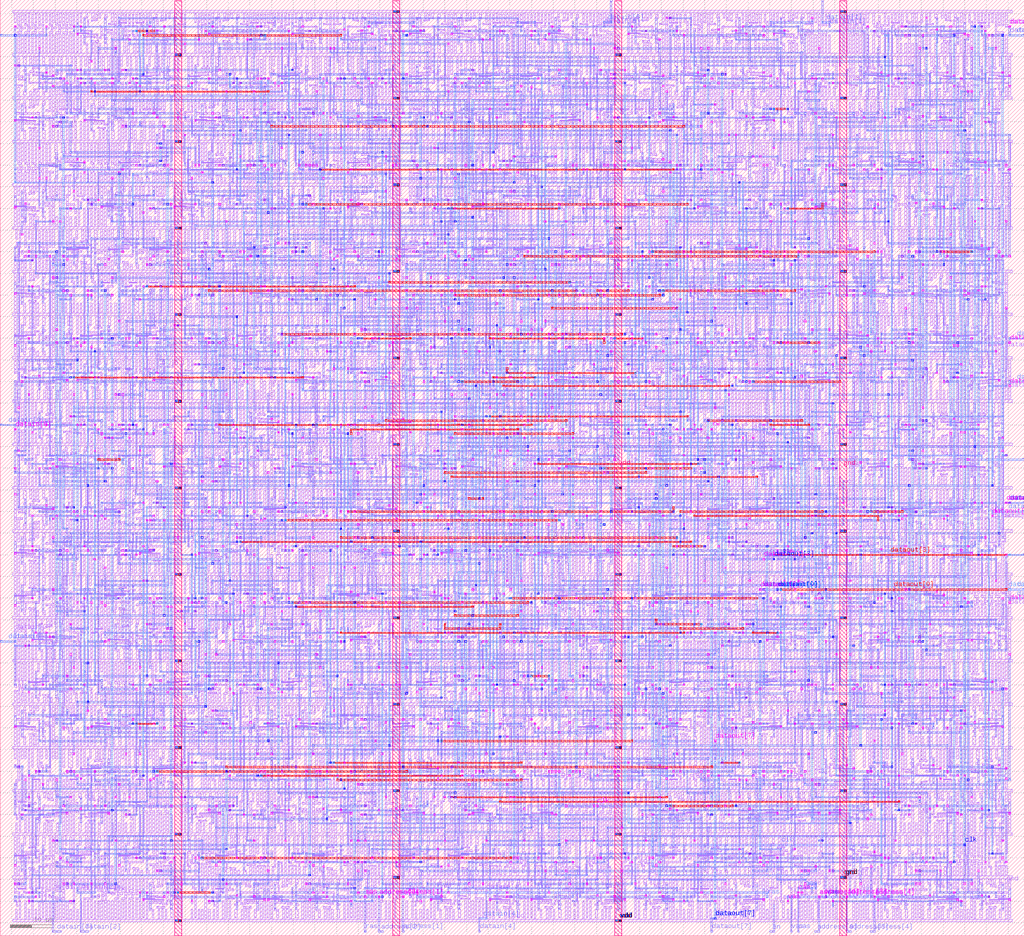
<source format=lef>
VERSION 5.7 ;
  NOWIREEXTENSIONATPIN ON ;
  DIVIDERCHAR "/" ;
  BUSBITCHARS "[]" ;
MACRO ram32_sdram_3split
  CLASS BLOCK ;
  FOREIGN ram32_sdram_3split ;
  ORIGIN 2.600 3.000 ;
  SIZE 236.400 BY 216.200 ;
  PIN vdd
    USE POWER ;
    PORT
      LAYER metal1 ;
        RECT 0.600 200.800 1.000 205.100 ;
        RECT 2.200 200.800 2.600 205.100 ;
        RECT 3.800 200.800 4.200 205.100 ;
        RECT 5.400 200.800 5.800 205.100 ;
        RECT 7.000 200.800 7.400 205.100 ;
        RECT 7.800 200.800 8.200 205.100 ;
        RECT 9.400 200.800 9.800 205.100 ;
        RECT 11.000 200.800 11.400 205.100 ;
        RECT 12.600 200.800 13.000 205.100 ;
        RECT 14.200 200.800 14.600 205.100 ;
        RECT 15.800 200.800 16.200 205.000 ;
        RECT 18.600 200.800 19.000 203.100 ;
        RECT 20.200 200.800 20.600 203.100 ;
        RECT 23.000 200.800 23.400 205.100 ;
        RECT 24.600 200.800 25.000 205.100 ;
        RECT 26.700 200.800 27.100 203.100 ;
        RECT 28.100 200.800 28.500 203.100 ;
        RECT 30.200 200.800 30.600 205.100 ;
        RECT 31.800 200.800 32.200 205.000 ;
        RECT 34.600 200.800 35.000 203.100 ;
        RECT 36.200 200.800 36.600 203.100 ;
        RECT 39.000 200.800 39.400 205.100 ;
        RECT 42.200 200.800 42.600 205.100 ;
        RECT 43.800 200.800 44.200 204.500 ;
        RECT 46.200 200.800 46.600 205.000 ;
        RECT 49.000 200.800 49.400 203.100 ;
        RECT 50.600 200.800 51.000 203.100 ;
        RECT 53.400 200.800 53.800 205.100 ;
        RECT 55.000 200.800 55.400 205.100 ;
        RECT 57.100 200.800 57.500 203.100 ;
        RECT 58.500 200.800 58.900 203.100 ;
        RECT 60.600 200.800 61.000 205.100 ;
        RECT 61.400 200.800 61.800 205.100 ;
        RECT 63.000 200.800 63.400 204.500 ;
        RECT 65.400 200.800 65.800 205.000 ;
        RECT 68.200 200.800 68.600 203.100 ;
        RECT 69.800 200.800 70.200 203.100 ;
        RECT 72.600 200.800 73.000 205.100 ;
        RECT 75.000 200.800 75.400 205.100 ;
        RECT 77.800 200.800 78.200 203.100 ;
        RECT 79.400 200.800 79.800 203.100 ;
        RECT 82.200 200.800 82.600 205.000 ;
        RECT 83.800 200.800 84.200 205.100 ;
        RECT 85.900 200.800 86.300 203.100 ;
        RECT 87.300 200.800 87.700 203.100 ;
        RECT 89.400 200.800 89.800 205.100 ;
        RECT 92.600 200.800 93.000 205.000 ;
        RECT 95.400 200.800 95.800 203.100 ;
        RECT 97.000 200.800 97.400 203.100 ;
        RECT 99.800 200.800 100.200 205.100 ;
        RECT 102.200 200.800 102.600 205.000 ;
        RECT 105.000 200.800 105.400 203.100 ;
        RECT 106.600 200.800 107.000 203.100 ;
        RECT 109.400 200.800 109.800 205.100 ;
        RECT 111.000 200.800 111.400 205.100 ;
        RECT 113.100 200.800 113.500 203.100 ;
        RECT 114.500 200.800 114.900 203.100 ;
        RECT 116.600 200.800 117.000 205.100 ;
        RECT 117.400 200.800 117.800 205.100 ;
        RECT 119.500 200.800 119.900 203.100 ;
        RECT 120.600 200.800 121.000 205.100 ;
        RECT 122.700 200.800 123.100 203.100 ;
        RECT 124.600 200.800 125.000 205.000 ;
        RECT 127.400 200.800 127.800 203.100 ;
        RECT 129.000 200.800 129.400 203.100 ;
        RECT 131.800 200.800 132.200 205.100 ;
        RECT 133.400 200.800 133.800 205.100 ;
        RECT 135.000 200.800 135.400 204.500 ;
        RECT 136.600 200.800 137.000 205.100 ;
        RECT 138.200 200.800 138.600 205.100 ;
        RECT 139.800 200.800 140.200 205.100 ;
        RECT 143.000 200.800 143.400 205.000 ;
        RECT 145.800 200.800 146.200 203.100 ;
        RECT 147.400 200.800 147.800 203.100 ;
        RECT 150.200 200.800 150.600 205.100 ;
        RECT 151.800 200.800 152.200 205.100 ;
        RECT 153.900 200.800 154.300 203.100 ;
        RECT 155.000 200.800 155.400 203.100 ;
        RECT 156.600 200.800 157.000 203.100 ;
        RECT 158.200 200.800 158.600 204.500 ;
        RECT 159.800 200.800 160.200 205.100 ;
        RECT 161.400 200.800 161.800 205.100 ;
        RECT 164.200 200.800 164.600 203.100 ;
        RECT 165.800 200.800 166.200 203.100 ;
        RECT 168.600 200.800 169.000 205.000 ;
        RECT 170.200 200.800 170.600 205.100 ;
        RECT 172.300 200.800 172.700 203.100 ;
        RECT 173.400 200.800 173.800 203.100 ;
        RECT 175.000 200.800 175.400 203.100 ;
        RECT 176.600 200.800 177.000 205.000 ;
        RECT 179.400 200.800 179.800 203.100 ;
        RECT 181.000 200.800 181.400 203.100 ;
        RECT 183.800 200.800 184.200 205.100 ;
        RECT 185.400 200.800 185.800 205.100 ;
        RECT 187.000 200.800 187.400 205.100 ;
        RECT 188.600 200.800 189.000 205.100 ;
        RECT 191.000 200.800 191.400 205.100 ;
        RECT 192.600 200.800 193.000 205.100 ;
        RECT 194.200 200.800 194.600 205.100 ;
        RECT 195.800 200.800 196.200 205.100 ;
        RECT 197.400 200.800 197.800 205.100 ;
        RECT 198.800 200.800 199.200 205.100 ;
        RECT 201.400 200.800 201.800 204.900 ;
        RECT 203.000 200.800 203.400 205.100 ;
        RECT 205.100 200.800 205.500 203.100 ;
        RECT 206.200 200.800 206.600 203.100 ;
        RECT 207.800 200.800 208.200 203.100 ;
        RECT 208.600 200.800 209.000 203.100 ;
        RECT 210.200 200.800 210.600 203.100 ;
        RECT 211.800 200.800 212.200 205.100 ;
        RECT 214.600 200.800 215.000 203.100 ;
        RECT 216.200 200.800 216.600 203.100 ;
        RECT 219.000 200.800 219.400 205.000 ;
        RECT 220.600 200.800 221.000 203.100 ;
        RECT 222.200 200.800 222.600 203.100 ;
        RECT 223.000 200.800 223.400 205.100 ;
        RECT 225.100 200.800 225.500 203.100 ;
        RECT 226.200 200.800 226.600 205.100 ;
        RECT 227.800 200.800 228.200 205.100 ;
        RECT 229.400 200.800 229.800 205.100 ;
        RECT 0.200 200.200 231.000 200.800 ;
        RECT 1.400 195.900 1.800 200.200 ;
        RECT 4.200 197.900 4.600 200.200 ;
        RECT 5.800 197.900 6.200 200.200 ;
        RECT 8.600 196.000 9.000 200.200 ;
        RECT 10.500 197.900 10.900 200.200 ;
        RECT 12.600 195.900 13.000 200.200 ;
        RECT 13.700 197.900 14.100 200.200 ;
        RECT 15.800 195.900 16.200 200.200 ;
        RECT 16.900 197.900 17.300 200.200 ;
        RECT 19.000 195.900 19.400 200.200 ;
        RECT 20.100 197.900 20.500 200.200 ;
        RECT 22.200 195.900 22.600 200.200 ;
        RECT 23.000 195.900 23.400 200.200 ;
        RECT 25.100 197.900 25.500 200.200 ;
        RECT 26.500 197.900 26.900 200.200 ;
        RECT 28.600 195.900 29.000 200.200 ;
        RECT 30.200 196.000 30.600 200.200 ;
        RECT 33.000 197.900 33.400 200.200 ;
        RECT 34.600 197.900 35.000 200.200 ;
        RECT 37.400 195.900 37.800 200.200 ;
        RECT 41.400 196.000 41.800 200.200 ;
        RECT 44.200 197.900 44.600 200.200 ;
        RECT 45.800 197.900 46.200 200.200 ;
        RECT 48.600 195.900 49.000 200.200 ;
        RECT 50.500 197.900 50.900 200.200 ;
        RECT 52.600 195.900 53.000 200.200 ;
        RECT 54.000 195.900 54.400 200.200 ;
        RECT 56.600 196.100 57.000 200.200 ;
        RECT 58.200 195.900 58.600 200.200 ;
        RECT 60.300 197.900 60.700 200.200 ;
        RECT 62.200 196.000 62.600 200.200 ;
        RECT 65.000 197.900 65.400 200.200 ;
        RECT 66.600 197.900 67.000 200.200 ;
        RECT 69.400 195.900 69.800 200.200 ;
        RECT 71.000 195.900 71.400 200.200 ;
        RECT 73.100 197.900 73.500 200.200 ;
        RECT 74.200 195.900 74.600 200.200 ;
        RECT 76.300 197.900 76.700 200.200 ;
        RECT 77.700 197.900 78.100 200.200 ;
        RECT 79.800 195.900 80.200 200.200 ;
        RECT 80.900 197.900 81.300 200.200 ;
        RECT 83.000 195.900 83.400 200.200 ;
        RECT 83.800 195.900 84.200 200.200 ;
        RECT 85.900 197.900 86.300 200.200 ;
        RECT 87.000 195.900 87.400 200.200 ;
        RECT 89.100 197.900 89.500 200.200 ;
        RECT 92.600 196.000 93.000 200.200 ;
        RECT 95.400 197.900 95.800 200.200 ;
        RECT 97.000 197.900 97.400 200.200 ;
        RECT 99.800 195.900 100.200 200.200 ;
        RECT 101.400 195.900 101.800 200.200 ;
        RECT 103.500 197.900 103.900 200.200 ;
        RECT 104.600 195.900 105.000 200.200 ;
        RECT 106.700 197.900 107.100 200.200 ;
        RECT 108.600 196.000 109.000 200.200 ;
        RECT 111.400 197.900 111.800 200.200 ;
        RECT 113.000 197.900 113.400 200.200 ;
        RECT 115.800 195.900 116.200 200.200 ;
        RECT 118.200 196.000 118.600 200.200 ;
        RECT 121.000 197.900 121.400 200.200 ;
        RECT 122.600 197.900 123.000 200.200 ;
        RECT 125.400 195.900 125.800 200.200 ;
        RECT 127.000 195.900 127.400 200.200 ;
        RECT 129.100 197.900 129.500 200.200 ;
        RECT 130.500 197.900 130.900 200.200 ;
        RECT 132.600 195.900 133.000 200.200 ;
        RECT 133.400 195.900 133.800 200.200 ;
        RECT 135.500 197.900 135.900 200.200 ;
        RECT 136.900 197.900 137.300 200.200 ;
        RECT 139.000 195.900 139.400 200.200 ;
        RECT 142.200 195.900 142.600 200.200 ;
        RECT 145.000 197.900 145.400 200.200 ;
        RECT 146.600 197.900 147.000 200.200 ;
        RECT 149.400 196.000 149.800 200.200 ;
        RECT 151.800 195.900 152.200 200.200 ;
        RECT 154.600 197.900 155.000 200.200 ;
        RECT 156.200 197.900 156.600 200.200 ;
        RECT 159.000 196.000 159.400 200.200 ;
        RECT 160.600 195.900 161.000 200.200 ;
        RECT 162.700 197.900 163.100 200.200 ;
        RECT 163.800 197.900 164.200 200.200 ;
        RECT 165.400 197.900 165.800 200.200 ;
        RECT 167.000 195.900 167.400 200.200 ;
        RECT 169.800 197.900 170.200 200.200 ;
        RECT 171.400 197.900 171.800 200.200 ;
        RECT 174.200 196.000 174.600 200.200 ;
        RECT 175.800 195.900 176.200 200.200 ;
        RECT 177.900 197.900 178.300 200.200 ;
        RECT 179.000 197.900 179.400 200.200 ;
        RECT 180.600 197.900 181.000 200.200 ;
        RECT 182.000 195.900 182.400 200.200 ;
        RECT 184.600 196.100 185.000 200.200 ;
        RECT 186.200 195.900 186.600 200.200 ;
        RECT 188.300 197.900 188.700 200.200 ;
        RECT 189.400 197.900 189.800 200.200 ;
        RECT 191.000 197.900 191.400 200.200 ;
        RECT 194.200 195.900 194.600 200.200 ;
        RECT 197.000 197.900 197.400 200.200 ;
        RECT 198.600 197.900 199.000 200.200 ;
        RECT 201.400 196.000 201.800 200.200 ;
        RECT 203.000 195.900 203.400 200.200 ;
        RECT 205.100 197.900 205.500 200.200 ;
        RECT 206.200 197.900 206.600 200.200 ;
        RECT 207.800 197.900 208.200 200.200 ;
        RECT 209.400 195.900 209.800 200.200 ;
        RECT 212.200 197.900 212.600 200.200 ;
        RECT 213.800 197.900 214.200 200.200 ;
        RECT 216.600 196.000 217.000 200.200 ;
        RECT 218.200 195.900 218.600 200.200 ;
        RECT 220.300 197.900 220.700 200.200 ;
        RECT 222.200 195.900 222.600 200.200 ;
        RECT 225.000 197.900 225.400 200.200 ;
        RECT 226.600 197.900 227.000 200.200 ;
        RECT 229.400 196.000 229.800 200.200 ;
        RECT 1.400 180.800 1.800 185.000 ;
        RECT 4.200 180.800 4.600 183.100 ;
        RECT 5.800 180.800 6.200 183.100 ;
        RECT 8.600 180.800 9.000 185.100 ;
        RECT 10.500 180.800 10.900 183.100 ;
        RECT 12.600 180.800 13.000 185.100 ;
        RECT 13.700 180.800 14.100 183.100 ;
        RECT 15.800 180.800 16.200 185.100 ;
        RECT 17.400 180.800 17.800 185.000 ;
        RECT 20.200 180.800 20.600 183.100 ;
        RECT 21.800 180.800 22.200 183.100 ;
        RECT 24.600 180.800 25.000 185.100 ;
        RECT 26.200 180.800 26.600 185.100 ;
        RECT 28.300 180.800 28.700 183.100 ;
        RECT 29.700 180.800 30.100 183.100 ;
        RECT 31.800 180.800 32.200 185.100 ;
        RECT 32.600 180.800 33.000 185.100 ;
        RECT 34.700 180.800 35.100 183.100 ;
        RECT 38.000 180.800 38.400 185.100 ;
        RECT 40.600 180.800 41.000 184.900 ;
        RECT 43.000 180.800 43.400 185.000 ;
        RECT 45.800 180.800 46.200 183.100 ;
        RECT 47.400 180.800 47.800 183.100 ;
        RECT 50.200 180.800 50.600 185.100 ;
        RECT 51.800 180.800 52.200 185.100 ;
        RECT 53.900 180.800 54.300 183.100 ;
        RECT 55.300 180.800 55.700 183.100 ;
        RECT 57.400 180.800 57.800 185.100 ;
        RECT 58.500 180.800 58.900 183.100 ;
        RECT 60.600 180.800 61.000 185.100 ;
        RECT 62.200 180.800 62.600 184.900 ;
        RECT 64.800 180.800 65.200 185.100 ;
        RECT 66.500 180.800 66.900 183.100 ;
        RECT 68.600 180.800 69.000 185.100 ;
        RECT 70.200 180.800 70.600 184.500 ;
        RECT 71.800 180.800 72.200 185.100 ;
        RECT 73.200 180.800 73.600 185.100 ;
        RECT 75.800 180.800 76.200 184.900 ;
        RECT 78.200 180.800 78.600 185.100 ;
        RECT 81.000 180.800 81.400 183.100 ;
        RECT 82.600 180.800 83.000 183.100 ;
        RECT 85.400 180.800 85.800 185.000 ;
        RECT 87.300 180.800 87.700 183.100 ;
        RECT 89.400 180.800 89.800 185.100 ;
        RECT 92.100 180.800 92.500 183.100 ;
        RECT 94.200 180.800 94.600 185.100 ;
        RECT 95.800 180.800 96.200 184.900 ;
        RECT 98.400 180.800 98.800 185.100 ;
        RECT 100.600 180.800 101.000 184.900 ;
        RECT 103.200 180.800 103.600 185.100 ;
        RECT 105.200 180.800 105.600 185.100 ;
        RECT 107.800 180.800 108.200 184.900 ;
        RECT 109.400 180.800 109.800 185.100 ;
        RECT 111.000 180.800 111.400 184.500 ;
        RECT 113.400 180.800 113.800 184.500 ;
        RECT 115.000 180.800 115.400 185.100 ;
        RECT 115.800 180.800 116.200 185.100 ;
        RECT 117.900 180.800 118.300 183.100 ;
        RECT 119.300 180.800 119.700 183.100 ;
        RECT 121.400 180.800 121.800 185.100 ;
        RECT 123.000 180.800 123.400 185.100 ;
        RECT 125.800 180.800 126.200 183.100 ;
        RECT 127.400 180.800 127.800 183.100 ;
        RECT 130.200 180.800 130.600 185.000 ;
        RECT 131.800 180.800 132.200 185.100 ;
        RECT 133.400 180.800 133.800 185.100 ;
        RECT 134.800 180.800 135.200 185.100 ;
        RECT 137.400 180.800 137.800 184.900 ;
        RECT 140.600 180.800 141.000 185.100 ;
        RECT 142.700 180.800 143.100 183.100 ;
        RECT 143.800 180.800 144.200 185.100 ;
        RECT 145.900 180.800 146.300 183.100 ;
        RECT 147.000 180.800 147.400 185.100 ;
        RECT 149.100 180.800 149.500 183.100 ;
        RECT 151.000 180.800 151.400 185.000 ;
        RECT 153.800 180.800 154.200 183.100 ;
        RECT 155.400 180.800 155.800 183.100 ;
        RECT 158.200 180.800 158.600 185.100 ;
        RECT 159.800 180.800 160.200 183.100 ;
        RECT 161.400 180.800 161.800 183.100 ;
        RECT 162.500 180.800 162.900 183.100 ;
        RECT 164.600 180.800 165.000 185.100 ;
        RECT 166.200 180.800 166.600 183.100 ;
        RECT 167.800 180.800 168.200 185.100 ;
        RECT 170.600 180.800 171.000 183.100 ;
        RECT 172.200 180.800 172.600 183.100 ;
        RECT 175.000 180.800 175.400 185.000 ;
        RECT 176.600 180.800 177.000 183.100 ;
        RECT 178.200 180.800 178.600 183.100 ;
        RECT 179.300 180.800 179.700 183.100 ;
        RECT 181.400 180.800 181.800 185.100 ;
        RECT 183.000 180.800 183.400 184.900 ;
        RECT 185.600 180.800 186.000 185.100 ;
        RECT 187.800 180.800 188.200 184.900 ;
        RECT 190.400 180.800 190.800 185.100 ;
        RECT 194.200 180.800 194.600 184.900 ;
        RECT 196.800 180.800 197.200 185.100 ;
        RECT 199.000 180.800 199.400 184.900 ;
        RECT 201.600 180.800 202.000 185.100 ;
        RECT 203.800 180.800 204.200 184.900 ;
        RECT 206.400 180.800 206.800 185.100 ;
        RECT 208.600 180.800 209.000 185.100 ;
        RECT 211.400 180.800 211.800 183.100 ;
        RECT 213.000 180.800 213.400 183.100 ;
        RECT 215.800 180.800 216.200 185.000 ;
        RECT 217.400 180.800 217.800 183.100 ;
        RECT 219.000 180.800 219.400 183.100 ;
        RECT 220.100 180.800 220.500 183.100 ;
        RECT 222.200 180.800 222.600 185.100 ;
        RECT 223.000 180.800 223.400 183.100 ;
        RECT 224.600 180.800 225.000 183.100 ;
        RECT 225.700 180.800 226.100 183.100 ;
        RECT 227.800 180.800 228.200 185.100 ;
        RECT 0.200 180.200 231.000 180.800 ;
        RECT 0.600 175.900 1.000 180.200 ;
        RECT 2.200 175.900 2.600 180.200 ;
        RECT 3.800 175.900 4.200 180.200 ;
        RECT 5.400 175.900 5.800 180.200 ;
        RECT 7.000 175.900 7.400 180.200 ;
        RECT 8.600 175.900 9.000 180.200 ;
        RECT 11.400 177.900 11.800 180.200 ;
        RECT 13.000 177.900 13.400 180.200 ;
        RECT 15.800 176.000 16.200 180.200 ;
        RECT 17.400 175.900 17.800 180.200 ;
        RECT 19.000 175.900 19.400 180.200 ;
        RECT 20.600 175.900 21.000 180.200 ;
        RECT 22.200 175.900 22.600 180.200 ;
        RECT 23.800 175.900 24.200 180.200 ;
        RECT 25.400 176.000 25.800 180.200 ;
        RECT 28.200 177.900 28.600 180.200 ;
        RECT 29.800 177.900 30.200 180.200 ;
        RECT 32.600 175.900 33.000 180.200 ;
        RECT 34.500 177.900 34.900 180.200 ;
        RECT 36.600 175.900 37.000 180.200 ;
        RECT 39.600 175.900 40.000 180.200 ;
        RECT 42.200 176.100 42.600 180.200 ;
        RECT 44.600 176.000 45.000 180.200 ;
        RECT 47.400 177.900 47.800 180.200 ;
        RECT 49.000 177.900 49.400 180.200 ;
        RECT 51.800 175.900 52.200 180.200 ;
        RECT 53.400 175.900 53.800 180.200 ;
        RECT 55.500 177.900 55.900 180.200 ;
        RECT 56.900 177.900 57.300 180.200 ;
        RECT 59.000 175.900 59.400 180.200 ;
        RECT 60.600 176.100 61.000 180.200 ;
        RECT 63.200 175.900 63.600 180.200 ;
        RECT 65.200 175.900 65.600 180.200 ;
        RECT 67.800 176.100 68.200 180.200 ;
        RECT 70.200 176.100 70.600 180.200 ;
        RECT 72.800 175.900 73.200 180.200 ;
        RECT 75.000 176.500 75.400 180.200 ;
        RECT 76.600 175.900 77.000 180.200 ;
        RECT 78.200 176.000 78.600 180.200 ;
        RECT 81.000 177.900 81.400 180.200 ;
        RECT 82.600 177.900 83.000 180.200 ;
        RECT 85.400 175.900 85.800 180.200 ;
        RECT 87.000 175.900 87.400 180.200 ;
        RECT 89.100 177.900 89.500 180.200 ;
        RECT 92.100 177.900 92.500 180.200 ;
        RECT 94.200 175.900 94.600 180.200 ;
        RECT 95.000 175.900 95.400 180.200 ;
        RECT 96.600 175.900 97.000 180.200 ;
        RECT 98.200 175.900 98.600 180.200 ;
        RECT 99.000 177.900 99.400 180.200 ;
        RECT 100.600 177.900 101.000 180.200 ;
        RECT 101.400 175.900 101.800 180.200 ;
        RECT 103.000 175.900 103.400 180.200 ;
        RECT 103.800 175.900 104.200 180.200 ;
        RECT 105.900 177.900 106.300 180.200 ;
        RECT 107.300 177.900 107.700 180.200 ;
        RECT 109.400 175.900 109.800 180.200 ;
        RECT 110.200 175.900 110.600 180.200 ;
        RECT 112.300 177.900 112.700 180.200 ;
        RECT 113.400 175.900 113.800 180.200 ;
        RECT 115.500 177.900 115.900 180.200 ;
        RECT 117.400 176.000 117.800 180.200 ;
        RECT 120.200 177.900 120.600 180.200 ;
        RECT 121.800 177.900 122.200 180.200 ;
        RECT 124.600 175.900 125.000 180.200 ;
        RECT 126.800 175.900 127.200 180.200 ;
        RECT 129.400 176.100 129.800 180.200 ;
        RECT 131.000 177.900 131.400 180.200 ;
        RECT 132.600 177.900 133.000 180.200 ;
        RECT 134.000 175.900 134.400 180.200 ;
        RECT 136.600 176.100 137.000 180.200 ;
        RECT 138.200 175.900 138.600 180.200 ;
        RECT 140.300 177.900 140.700 180.200 ;
        RECT 143.800 175.900 144.200 180.200 ;
        RECT 146.600 177.900 147.000 180.200 ;
        RECT 148.200 177.900 148.600 180.200 ;
        RECT 151.000 176.000 151.400 180.200 ;
        RECT 152.600 175.900 153.000 180.200 ;
        RECT 154.700 177.900 155.100 180.200 ;
        RECT 155.800 177.900 156.200 180.200 ;
        RECT 157.400 177.900 157.800 180.200 ;
        RECT 158.200 175.900 158.600 180.200 ;
        RECT 160.300 177.900 160.700 180.200 ;
        RECT 161.400 177.900 161.800 180.200 ;
        RECT 163.000 177.900 163.400 180.200 ;
        RECT 164.600 176.000 165.000 180.200 ;
        RECT 167.400 177.900 167.800 180.200 ;
        RECT 169.000 177.900 169.400 180.200 ;
        RECT 171.800 175.900 172.200 180.200 ;
        RECT 174.200 176.100 174.600 180.200 ;
        RECT 176.800 175.900 177.200 180.200 ;
        RECT 179.000 176.500 179.400 180.200 ;
        RECT 180.600 175.900 181.000 180.200 ;
        RECT 181.400 177.900 181.800 180.200 ;
        RECT 183.000 177.900 183.400 180.200 ;
        RECT 183.800 177.900 184.200 180.200 ;
        RECT 185.400 177.900 185.800 180.200 ;
        RECT 186.200 177.900 186.600 180.200 ;
        RECT 187.800 177.900 188.200 180.200 ;
        RECT 189.400 176.100 189.800 180.200 ;
        RECT 192.000 175.900 192.400 180.200 ;
        RECT 195.000 177.900 195.400 180.200 ;
        RECT 196.600 177.900 197.000 180.200 ;
        RECT 197.700 177.900 198.100 180.200 ;
        RECT 199.800 175.900 200.200 180.200 ;
        RECT 201.400 175.900 201.800 180.200 ;
        RECT 204.200 177.900 204.600 180.200 ;
        RECT 205.800 177.900 206.200 180.200 ;
        RECT 208.600 176.000 209.000 180.200 ;
        RECT 211.000 176.500 211.400 180.200 ;
        RECT 212.600 175.900 213.000 180.200 ;
        RECT 213.400 177.900 213.800 180.200 ;
        RECT 215.000 177.900 215.400 180.200 ;
        RECT 216.600 175.900 217.000 180.200 ;
        RECT 219.400 177.900 219.800 180.200 ;
        RECT 221.000 177.900 221.400 180.200 ;
        RECT 223.800 176.000 224.200 180.200 ;
        RECT 225.400 177.900 225.800 180.200 ;
        RECT 227.000 177.900 227.400 180.200 ;
        RECT 228.100 177.900 228.500 180.200 ;
        RECT 230.200 175.900 230.600 180.200 ;
        RECT 1.400 160.800 1.800 165.000 ;
        RECT 4.200 160.800 4.600 163.100 ;
        RECT 5.800 160.800 6.200 163.100 ;
        RECT 8.600 160.800 9.000 165.100 ;
        RECT 10.200 160.800 10.600 163.100 ;
        RECT 11.800 160.800 12.200 163.100 ;
        RECT 13.400 160.800 13.800 163.100 ;
        RECT 14.500 160.800 14.900 163.100 ;
        RECT 16.600 160.800 17.000 165.100 ;
        RECT 18.200 160.800 18.600 164.500 ;
        RECT 19.800 160.800 20.200 165.100 ;
        RECT 21.400 160.800 21.800 165.000 ;
        RECT 24.200 160.800 24.600 163.100 ;
        RECT 25.800 160.800 26.200 163.100 ;
        RECT 28.600 160.800 29.000 165.100 ;
        RECT 30.200 160.800 30.600 163.100 ;
        RECT 31.800 160.800 32.200 163.100 ;
        RECT 32.900 160.800 33.300 163.100 ;
        RECT 35.000 160.800 35.400 165.100 ;
        RECT 38.200 160.800 38.600 165.000 ;
        RECT 41.000 160.800 41.400 163.100 ;
        RECT 42.600 160.800 43.000 163.100 ;
        RECT 45.400 160.800 45.800 165.100 ;
        RECT 47.600 160.800 48.000 165.100 ;
        RECT 50.200 160.800 50.600 164.900 ;
        RECT 51.800 160.800 52.200 165.100 ;
        RECT 53.900 160.800 54.300 163.100 ;
        RECT 55.300 160.800 55.700 163.100 ;
        RECT 57.400 160.800 57.800 165.100 ;
        RECT 59.000 160.800 59.400 164.500 ;
        RECT 60.600 160.800 61.000 165.100 ;
        RECT 62.200 160.800 62.600 164.900 ;
        RECT 64.800 160.800 65.200 165.100 ;
        RECT 67.000 160.800 67.400 164.900 ;
        RECT 69.600 160.800 70.000 165.100 ;
        RECT 71.000 160.800 71.400 165.100 ;
        RECT 73.100 160.800 73.500 163.100 ;
        RECT 74.500 160.800 74.900 163.100 ;
        RECT 76.600 160.800 77.000 165.100 ;
        RECT 78.200 160.800 78.600 165.000 ;
        RECT 81.000 160.800 81.400 163.100 ;
        RECT 82.600 160.800 83.000 163.100 ;
        RECT 85.400 160.800 85.800 165.100 ;
        RECT 87.800 160.800 88.200 164.500 ;
        RECT 89.400 160.800 89.800 165.100 ;
        RECT 92.100 160.800 92.500 163.100 ;
        RECT 94.200 160.800 94.600 165.100 ;
        RECT 95.800 160.800 96.200 164.900 ;
        RECT 98.400 160.800 98.800 165.100 ;
        RECT 99.800 160.800 100.200 165.100 ;
        RECT 101.900 160.800 102.300 163.100 ;
        RECT 103.800 160.800 104.200 164.500 ;
        RECT 105.400 160.800 105.800 165.100 ;
        RECT 107.000 160.800 107.400 165.000 ;
        RECT 109.800 160.800 110.200 163.100 ;
        RECT 111.400 160.800 111.800 163.100 ;
        RECT 114.200 160.800 114.600 165.100 ;
        RECT 116.600 160.800 117.000 164.900 ;
        RECT 119.200 160.800 119.600 165.100 ;
        RECT 121.200 160.800 121.600 165.100 ;
        RECT 123.800 160.800 124.200 164.900 ;
        RECT 126.000 160.800 126.400 165.100 ;
        RECT 128.600 160.800 129.000 164.900 ;
        RECT 130.800 160.800 131.200 165.100 ;
        RECT 133.400 160.800 133.800 164.900 ;
        RECT 135.600 160.800 136.000 165.100 ;
        RECT 138.200 160.800 138.600 164.900 ;
        RECT 142.200 160.800 142.600 165.000 ;
        RECT 145.000 160.800 145.400 163.100 ;
        RECT 146.600 160.800 147.000 163.100 ;
        RECT 149.400 160.800 149.800 165.100 ;
        RECT 151.800 160.800 152.200 163.100 ;
        RECT 152.900 160.800 153.300 163.100 ;
        RECT 155.000 160.800 155.400 165.100 ;
        RECT 155.800 160.800 156.200 163.100 ;
        RECT 157.400 160.800 157.800 163.100 ;
        RECT 159.000 160.800 159.400 165.000 ;
        RECT 161.800 160.800 162.200 163.100 ;
        RECT 163.400 160.800 163.800 163.100 ;
        RECT 166.200 160.800 166.600 165.100 ;
        RECT 167.800 160.800 168.200 163.100 ;
        RECT 169.400 160.800 169.800 163.100 ;
        RECT 170.500 160.800 170.900 163.100 ;
        RECT 172.600 160.800 173.000 165.100 ;
        RECT 174.200 160.800 174.600 162.900 ;
        RECT 175.800 160.800 176.200 163.100 ;
        RECT 176.600 160.800 177.000 163.100 ;
        RECT 178.200 160.800 178.600 163.100 ;
        RECT 179.800 160.800 180.200 164.500 ;
        RECT 181.400 160.800 181.800 165.100 ;
        RECT 182.200 160.800 182.600 165.100 ;
        RECT 184.300 160.800 184.700 163.100 ;
        RECT 186.200 160.800 186.600 165.000 ;
        RECT 189.000 160.800 189.400 163.100 ;
        RECT 190.600 160.800 191.000 163.100 ;
        RECT 193.400 160.800 193.800 165.100 ;
        RECT 197.400 160.800 197.800 164.900 ;
        RECT 200.000 160.800 200.400 165.100 ;
        RECT 202.200 160.800 202.600 164.900 ;
        RECT 204.800 160.800 205.200 165.100 ;
        RECT 207.000 160.800 207.400 165.100 ;
        RECT 209.800 160.800 210.200 163.100 ;
        RECT 211.400 160.800 211.800 163.100 ;
        RECT 214.200 160.800 214.600 165.000 ;
        RECT 215.800 160.800 216.200 163.100 ;
        RECT 217.400 160.800 217.800 163.100 ;
        RECT 218.500 160.800 218.900 163.100 ;
        RECT 220.600 160.800 221.000 165.100 ;
        RECT 221.400 160.800 221.800 163.100 ;
        RECT 223.000 160.800 223.400 163.100 ;
        RECT 223.800 160.800 224.200 165.100 ;
        RECT 225.400 160.800 225.800 165.100 ;
        RECT 227.000 160.800 227.400 165.100 ;
        RECT 228.600 160.800 229.000 165.100 ;
        RECT 230.200 160.800 230.600 165.100 ;
        RECT 0.200 160.200 231.000 160.800 ;
        RECT 0.900 157.900 1.300 160.200 ;
        RECT 3.000 155.900 3.400 160.200 ;
        RECT 3.800 157.900 4.200 160.200 ;
        RECT 5.400 157.900 5.800 160.200 ;
        RECT 7.000 156.500 7.400 160.200 ;
        RECT 8.600 155.900 9.000 160.200 ;
        RECT 9.400 155.900 9.800 160.200 ;
        RECT 11.500 157.900 11.900 160.200 ;
        RECT 13.400 156.000 13.800 160.200 ;
        RECT 16.200 157.900 16.600 160.200 ;
        RECT 17.800 157.900 18.200 160.200 ;
        RECT 20.600 155.900 21.000 160.200 ;
        RECT 23.000 156.000 23.400 160.200 ;
        RECT 25.800 157.900 26.200 160.200 ;
        RECT 27.400 157.900 27.800 160.200 ;
        RECT 30.200 155.900 30.600 160.200 ;
        RECT 32.600 156.000 33.000 160.200 ;
        RECT 35.400 157.900 35.800 160.200 ;
        RECT 37.000 157.900 37.400 160.200 ;
        RECT 39.800 155.900 40.200 160.200 ;
        RECT 43.000 155.900 43.400 160.200 ;
        RECT 45.100 157.900 45.500 160.200 ;
        RECT 46.500 157.900 46.900 160.200 ;
        RECT 48.600 155.900 49.000 160.200 ;
        RECT 50.000 155.900 50.400 160.200 ;
        RECT 52.600 156.100 53.000 160.200 ;
        RECT 55.000 156.000 55.400 160.200 ;
        RECT 57.800 157.900 58.200 160.200 ;
        RECT 59.400 157.900 59.800 160.200 ;
        RECT 62.200 155.900 62.600 160.200 ;
        RECT 63.800 155.900 64.200 160.200 ;
        RECT 65.900 157.900 66.300 160.200 ;
        RECT 67.000 157.900 67.400 160.200 ;
        RECT 68.600 157.900 69.000 160.200 ;
        RECT 69.400 157.900 69.800 160.200 ;
        RECT 71.000 155.900 71.400 160.200 ;
        RECT 72.600 156.500 73.000 160.200 ;
        RECT 75.000 156.000 75.400 160.200 ;
        RECT 77.800 157.900 78.200 160.200 ;
        RECT 79.400 157.900 79.800 160.200 ;
        RECT 82.200 155.900 82.600 160.200 ;
        RECT 83.800 155.900 84.200 160.200 ;
        RECT 85.900 157.900 86.300 160.200 ;
        RECT 89.400 156.000 89.800 160.200 ;
        RECT 92.200 157.900 92.600 160.200 ;
        RECT 93.800 157.900 94.200 160.200 ;
        RECT 96.600 155.900 97.000 160.200 ;
        RECT 98.200 157.900 98.600 160.200 ;
        RECT 99.800 157.900 100.200 160.200 ;
        RECT 100.900 157.900 101.300 160.200 ;
        RECT 103.000 155.900 103.400 160.200 ;
        RECT 103.800 157.900 104.200 160.200 ;
        RECT 105.400 157.900 105.800 160.200 ;
        RECT 107.000 156.000 107.400 160.200 ;
        RECT 109.800 157.900 110.200 160.200 ;
        RECT 111.400 157.900 111.800 160.200 ;
        RECT 114.200 155.900 114.600 160.200 ;
        RECT 116.600 156.000 117.000 160.200 ;
        RECT 119.400 157.900 119.800 160.200 ;
        RECT 121.000 157.900 121.400 160.200 ;
        RECT 123.800 155.900 124.200 160.200 ;
        RECT 125.400 155.900 125.800 160.200 ;
        RECT 127.000 156.500 127.400 160.200 ;
        RECT 128.600 157.900 129.000 160.200 ;
        RECT 130.200 157.900 130.600 160.200 ;
        RECT 131.800 156.000 132.200 160.200 ;
        RECT 134.600 157.900 135.000 160.200 ;
        RECT 136.200 157.900 136.600 160.200 ;
        RECT 139.000 155.900 139.400 160.200 ;
        RECT 142.200 157.900 142.600 160.200 ;
        RECT 143.800 157.900 144.200 160.200 ;
        RECT 145.400 157.900 145.800 160.200 ;
        RECT 146.200 155.900 146.600 160.200 ;
        RECT 148.300 157.900 148.700 160.200 ;
        RECT 150.200 156.500 150.600 160.200 ;
        RECT 152.600 155.900 153.000 160.200 ;
        RECT 154.200 156.500 154.600 160.200 ;
        RECT 155.800 157.900 156.200 160.200 ;
        RECT 157.400 157.900 157.800 160.200 ;
        RECT 158.200 157.900 158.600 160.200 ;
        RECT 159.800 157.900 160.200 160.200 ;
        RECT 161.400 155.900 161.800 160.200 ;
        RECT 164.200 157.900 164.600 160.200 ;
        RECT 165.800 157.900 166.200 160.200 ;
        RECT 168.600 156.000 169.000 160.200 ;
        RECT 170.500 157.900 170.900 160.200 ;
        RECT 172.600 155.900 173.000 160.200 ;
        RECT 174.200 156.100 174.600 160.200 ;
        RECT 176.800 155.900 177.200 160.200 ;
        RECT 178.200 157.900 178.600 160.200 ;
        RECT 179.800 157.900 180.200 160.200 ;
        RECT 180.600 155.900 181.000 160.200 ;
        RECT 182.700 157.900 183.100 160.200 ;
        RECT 183.800 157.900 184.200 160.200 ;
        RECT 185.400 157.900 185.800 160.200 ;
        RECT 187.000 155.900 187.400 160.200 ;
        RECT 189.800 157.900 190.200 160.200 ;
        RECT 191.400 157.900 191.800 160.200 ;
        RECT 194.200 156.000 194.600 160.200 ;
        RECT 197.400 157.900 197.800 160.200 ;
        RECT 199.000 157.900 199.400 160.200 ;
        RECT 200.600 156.100 201.000 160.200 ;
        RECT 203.200 155.900 203.600 160.200 ;
        RECT 204.600 155.900 205.000 160.200 ;
        RECT 206.200 156.500 206.600 160.200 ;
        RECT 207.800 155.900 208.200 160.200 ;
        RECT 209.900 157.900 210.300 160.200 ;
        RECT 211.000 157.900 211.400 160.200 ;
        RECT 212.600 157.900 213.000 160.200 ;
        RECT 213.700 157.900 214.100 160.200 ;
        RECT 215.800 155.900 216.200 160.200 ;
        RECT 217.400 155.900 217.800 160.200 ;
        RECT 220.200 157.900 220.600 160.200 ;
        RECT 221.800 157.900 222.200 160.200 ;
        RECT 224.600 156.000 225.000 160.200 ;
        RECT 226.500 157.900 226.900 160.200 ;
        RECT 228.600 155.900 229.000 160.200 ;
        RECT 1.400 140.800 1.800 145.000 ;
        RECT 4.200 140.800 4.600 143.100 ;
        RECT 5.800 140.800 6.200 143.100 ;
        RECT 8.600 140.800 9.000 145.100 ;
        RECT 10.200 140.800 10.600 145.100 ;
        RECT 12.300 140.800 12.700 143.100 ;
        RECT 13.400 140.800 13.800 143.100 ;
        RECT 15.000 140.800 15.400 143.100 ;
        RECT 15.800 140.800 16.200 143.100 ;
        RECT 17.400 140.800 17.800 143.100 ;
        RECT 18.200 140.800 18.600 143.100 ;
        RECT 19.800 140.800 20.200 143.100 ;
        RECT 20.600 140.800 21.000 145.100 ;
        RECT 22.700 140.800 23.100 143.100 ;
        RECT 23.800 140.800 24.200 143.100 ;
        RECT 25.400 140.800 25.800 143.100 ;
        RECT 27.000 140.800 27.400 145.100 ;
        RECT 30.200 140.800 30.600 145.100 ;
        RECT 31.300 140.800 31.700 143.100 ;
        RECT 33.400 140.800 33.800 145.100 ;
        RECT 35.000 140.800 35.400 144.500 ;
        RECT 36.600 140.800 37.000 145.100 ;
        RECT 39.000 140.800 39.400 145.100 ;
        RECT 41.100 140.800 41.500 143.100 ;
        RECT 42.500 140.800 42.900 143.100 ;
        RECT 44.600 140.800 45.000 145.100 ;
        RECT 45.700 140.800 46.100 143.100 ;
        RECT 47.800 140.800 48.200 145.100 ;
        RECT 48.600 140.800 49.000 145.100 ;
        RECT 50.200 140.800 50.600 144.500 ;
        RECT 52.600 140.800 53.000 144.500 ;
        RECT 54.200 140.800 54.600 145.100 ;
        RECT 55.800 140.800 56.200 145.000 ;
        RECT 58.600 140.800 59.000 143.100 ;
        RECT 60.200 140.800 60.600 143.100 ;
        RECT 63.000 140.800 63.400 145.100 ;
        RECT 64.600 140.800 65.000 145.100 ;
        RECT 66.700 140.800 67.100 143.100 ;
        RECT 68.100 140.800 68.500 143.100 ;
        RECT 70.200 140.800 70.600 145.100 ;
        RECT 71.000 140.800 71.400 145.100 ;
        RECT 73.100 140.800 73.500 143.100 ;
        RECT 75.000 140.800 75.400 144.900 ;
        RECT 77.600 140.800 78.000 145.100 ;
        RECT 79.000 140.800 79.400 145.100 ;
        RECT 80.600 140.800 81.000 145.100 ;
        RECT 82.700 140.800 83.100 145.100 ;
        RECT 84.900 140.800 85.300 143.100 ;
        RECT 87.000 140.800 87.400 145.100 ;
        RECT 90.200 140.800 90.600 142.900 ;
        RECT 91.800 140.800 92.200 143.100 ;
        RECT 92.600 140.800 93.000 143.100 ;
        RECT 94.200 140.800 94.600 142.900 ;
        RECT 95.800 140.800 96.200 145.100 ;
        RECT 97.400 140.800 97.800 145.100 ;
        RECT 98.200 140.800 98.600 143.100 ;
        RECT 99.800 140.800 100.200 142.900 ;
        RECT 103.000 140.800 103.400 145.100 ;
        RECT 103.800 140.800 104.200 143.100 ;
        RECT 105.400 140.800 105.800 142.900 ;
        RECT 107.000 140.800 107.400 145.100 ;
        RECT 108.600 140.800 109.000 144.500 ;
        RECT 110.200 140.800 110.600 145.100 ;
        RECT 114.200 140.800 114.600 145.100 ;
        RECT 116.100 140.800 116.500 145.100 ;
        RECT 118.200 140.800 118.600 145.100 ;
        RECT 120.300 140.800 120.700 143.100 ;
        RECT 121.400 140.800 121.800 143.100 ;
        RECT 123.000 140.800 123.400 143.100 ;
        RECT 123.800 140.800 124.200 143.100 ;
        RECT 125.400 140.800 125.800 143.100 ;
        RECT 126.200 140.800 126.600 143.100 ;
        RECT 127.800 140.800 128.200 143.100 ;
        RECT 128.600 140.800 129.000 145.100 ;
        RECT 130.700 140.800 131.100 143.100 ;
        RECT 131.800 140.800 132.200 143.100 ;
        RECT 133.700 140.800 134.100 143.100 ;
        RECT 135.800 140.800 136.200 145.100 ;
        RECT 136.600 140.800 137.000 143.100 ;
        RECT 138.200 140.800 138.600 143.100 ;
        RECT 140.600 140.800 141.000 145.100 ;
        RECT 142.700 140.800 143.100 143.100 ;
        RECT 143.800 140.800 144.200 143.100 ;
        RECT 145.400 140.800 145.800 143.100 ;
        RECT 147.000 140.800 147.400 144.500 ;
        RECT 150.200 140.800 150.600 143.100 ;
        RECT 151.800 140.800 152.200 142.900 ;
        RECT 154.200 140.800 154.600 143.100 ;
        RECT 155.600 140.800 156.000 145.100 ;
        RECT 158.200 140.800 158.600 144.900 ;
        RECT 160.400 140.800 160.800 145.100 ;
        RECT 163.000 140.800 163.400 144.900 ;
        RECT 165.400 140.800 165.800 145.100 ;
        RECT 168.200 140.800 168.600 143.100 ;
        RECT 169.800 140.800 170.200 143.100 ;
        RECT 172.600 140.800 173.000 145.000 ;
        RECT 174.200 140.800 174.600 145.100 ;
        RECT 176.300 140.800 176.700 143.100 ;
        RECT 177.400 140.800 177.800 143.100 ;
        RECT 179.000 140.800 179.400 143.100 ;
        RECT 180.600 140.800 181.000 145.100 ;
        RECT 183.400 140.800 183.800 143.100 ;
        RECT 185.000 140.800 185.400 143.100 ;
        RECT 187.800 140.800 188.200 145.000 ;
        RECT 189.400 140.800 189.800 145.100 ;
        RECT 191.500 140.800 191.900 143.100 ;
        RECT 194.200 140.800 194.600 143.100 ;
        RECT 195.800 140.800 196.200 143.100 ;
        RECT 197.400 140.800 197.800 145.000 ;
        RECT 200.200 140.800 200.600 143.100 ;
        RECT 201.800 140.800 202.200 143.100 ;
        RECT 204.600 140.800 205.000 145.100 ;
        RECT 207.000 140.800 207.400 143.100 ;
        RECT 208.600 140.800 209.000 145.000 ;
        RECT 211.400 140.800 211.800 143.100 ;
        RECT 213.000 140.800 213.400 143.100 ;
        RECT 215.800 140.800 216.200 145.100 ;
        RECT 217.400 140.800 217.800 145.100 ;
        RECT 219.500 140.800 219.900 143.100 ;
        RECT 221.400 140.800 221.800 145.000 ;
        RECT 224.200 140.800 224.600 143.100 ;
        RECT 225.800 140.800 226.200 143.100 ;
        RECT 228.600 140.800 229.000 145.100 ;
        RECT 0.200 140.200 231.000 140.800 ;
        RECT 1.400 136.000 1.800 140.200 ;
        RECT 4.200 137.900 4.600 140.200 ;
        RECT 5.800 137.900 6.200 140.200 ;
        RECT 8.600 135.900 9.000 140.200 ;
        RECT 10.200 137.900 10.600 140.200 ;
        RECT 11.800 137.900 12.200 140.200 ;
        RECT 12.900 137.900 13.300 140.200 ;
        RECT 15.000 135.900 15.400 140.200 ;
        RECT 16.600 136.000 17.000 140.200 ;
        RECT 19.400 137.900 19.800 140.200 ;
        RECT 21.000 137.900 21.400 140.200 ;
        RECT 23.800 135.900 24.200 140.200 ;
        RECT 25.400 135.900 25.800 140.200 ;
        RECT 27.500 137.900 27.900 140.200 ;
        RECT 29.400 136.000 29.800 140.200 ;
        RECT 32.200 137.900 32.600 140.200 ;
        RECT 33.800 137.900 34.200 140.200 ;
        RECT 36.600 135.900 37.000 140.200 ;
        RECT 39.800 135.900 40.200 140.200 ;
        RECT 41.900 137.900 42.300 140.200 ;
        RECT 43.300 137.900 43.700 140.200 ;
        RECT 45.400 135.900 45.800 140.200 ;
        RECT 46.200 137.900 46.600 140.200 ;
        RECT 47.800 137.900 48.200 140.200 ;
        RECT 48.600 135.900 49.000 140.200 ;
        RECT 50.200 136.500 50.600 140.200 ;
        RECT 52.600 136.000 53.000 140.200 ;
        RECT 55.400 137.900 55.800 140.200 ;
        RECT 57.000 137.900 57.400 140.200 ;
        RECT 59.800 135.900 60.200 140.200 ;
        RECT 61.400 137.900 61.800 140.200 ;
        RECT 63.000 137.900 63.400 140.200 ;
        RECT 64.600 136.000 65.000 140.200 ;
        RECT 67.400 137.900 67.800 140.200 ;
        RECT 69.000 137.900 69.400 140.200 ;
        RECT 71.800 135.900 72.200 140.200 ;
        RECT 73.700 137.900 74.100 140.200 ;
        RECT 75.800 135.900 76.200 140.200 ;
        RECT 76.600 137.900 77.000 140.200 ;
        RECT 78.200 137.900 78.600 140.200 ;
        RECT 79.000 137.900 79.400 140.200 ;
        RECT 80.600 138.100 81.000 140.200 ;
        RECT 82.200 135.900 82.600 140.200 ;
        RECT 84.300 137.900 84.700 140.200 ;
        RECT 87.800 136.000 88.200 140.200 ;
        RECT 90.600 137.900 91.000 140.200 ;
        RECT 92.200 137.900 92.600 140.200 ;
        RECT 95.000 135.900 95.400 140.200 ;
        RECT 96.600 135.900 97.000 140.200 ;
        RECT 99.000 135.900 99.400 140.200 ;
        RECT 100.600 136.500 101.000 140.200 ;
        RECT 102.200 137.900 102.600 140.200 ;
        RECT 103.800 138.100 104.200 140.200 ;
        RECT 105.400 137.900 105.800 140.200 ;
        RECT 107.000 138.100 107.400 140.200 ;
        RECT 108.600 135.900 109.000 140.200 ;
        RECT 110.200 136.500 110.600 140.200 ;
        RECT 112.600 138.100 113.000 140.200 ;
        RECT 114.200 137.900 114.600 140.200 ;
        RECT 115.000 137.900 115.400 140.200 ;
        RECT 116.600 138.100 117.000 140.200 ;
        RECT 118.200 137.900 118.600 140.200 ;
        RECT 119.800 138.100 120.200 140.200 ;
        RECT 122.200 138.100 122.600 140.200 ;
        RECT 123.800 137.900 124.200 140.200 ;
        RECT 125.400 138.100 125.800 140.200 ;
        RECT 127.000 137.900 127.400 140.200 ;
        RECT 127.800 135.900 128.200 140.200 ;
        RECT 130.200 135.900 130.600 140.200 ;
        RECT 131.800 136.500 132.200 140.200 ;
        RECT 133.400 137.900 133.800 140.200 ;
        RECT 135.000 137.900 135.400 140.200 ;
        RECT 135.800 135.900 136.200 140.200 ;
        RECT 139.000 135.900 139.400 140.200 ;
        RECT 141.700 137.900 142.100 140.200 ;
        RECT 143.800 135.900 144.200 140.200 ;
        RECT 144.600 135.900 145.000 140.200 ;
        RECT 146.700 137.900 147.100 140.200 ;
        RECT 148.600 137.900 149.000 140.200 ;
        RECT 149.400 135.900 149.800 140.200 ;
        RECT 151.000 135.900 151.400 140.200 ;
        RECT 152.600 135.900 153.000 140.200 ;
        RECT 155.000 135.900 155.400 140.200 ;
        RECT 156.100 137.900 156.500 140.200 ;
        RECT 158.200 135.900 158.600 140.200 ;
        RECT 159.000 137.900 159.400 140.200 ;
        RECT 160.600 137.900 161.000 140.200 ;
        RECT 161.400 137.900 161.800 140.200 ;
        RECT 163.000 137.900 163.400 140.200 ;
        RECT 163.800 137.900 164.200 140.200 ;
        RECT 165.400 138.100 165.800 140.200 ;
        RECT 167.300 137.900 167.700 140.200 ;
        RECT 169.400 135.900 169.800 140.200 ;
        RECT 170.200 135.900 170.600 140.200 ;
        RECT 172.300 137.900 172.700 140.200 ;
        RECT 173.400 135.900 173.800 140.200 ;
        RECT 175.500 137.900 175.900 140.200 ;
        RECT 176.600 137.900 177.000 140.200 ;
        RECT 178.200 137.900 178.600 140.200 ;
        RECT 179.000 137.900 179.400 140.200 ;
        RECT 180.600 137.900 181.000 140.200 ;
        RECT 181.700 137.900 182.100 140.200 ;
        RECT 183.800 135.900 184.200 140.200 ;
        RECT 184.600 137.900 185.000 140.200 ;
        RECT 186.200 137.900 186.600 140.200 ;
        RECT 189.400 135.900 189.800 140.200 ;
        RECT 192.200 137.900 192.600 140.200 ;
        RECT 193.800 137.900 194.200 140.200 ;
        RECT 196.600 136.000 197.000 140.200 ;
        RECT 198.500 137.900 198.900 140.200 ;
        RECT 200.600 135.900 201.000 140.200 ;
        RECT 202.200 137.900 202.600 140.200 ;
        RECT 203.000 137.900 203.400 140.200 ;
        RECT 204.600 137.900 205.000 140.200 ;
        RECT 205.700 137.900 206.100 140.200 ;
        RECT 207.800 135.900 208.200 140.200 ;
        RECT 209.400 135.900 209.800 140.200 ;
        RECT 212.200 137.900 212.600 140.200 ;
        RECT 213.800 137.900 214.200 140.200 ;
        RECT 216.600 136.000 217.000 140.200 ;
        RECT 219.000 136.000 219.400 140.200 ;
        RECT 221.800 137.900 222.200 140.200 ;
        RECT 223.400 137.900 223.800 140.200 ;
        RECT 226.200 135.900 226.600 140.200 ;
        RECT 228.600 136.500 229.000 140.200 ;
        RECT 0.900 120.800 1.300 123.100 ;
        RECT 3.000 120.800 3.400 125.100 ;
        RECT 4.600 120.800 5.000 125.100 ;
        RECT 7.400 120.800 7.800 123.100 ;
        RECT 9.000 120.800 9.400 123.100 ;
        RECT 11.800 120.800 12.200 125.000 ;
        RECT 13.400 120.800 13.800 123.100 ;
        RECT 15.800 120.800 16.200 125.000 ;
        RECT 18.600 120.800 19.000 123.100 ;
        RECT 20.200 120.800 20.600 123.100 ;
        RECT 23.000 120.800 23.400 125.100 ;
        RECT 24.600 120.800 25.000 123.100 ;
        RECT 26.200 120.800 26.600 125.100 ;
        RECT 28.300 120.800 28.700 123.100 ;
        RECT 29.700 120.800 30.100 123.100 ;
        RECT 31.800 120.800 32.200 125.100 ;
        RECT 33.400 120.800 33.800 125.000 ;
        RECT 36.200 120.800 36.600 123.100 ;
        RECT 37.800 120.800 38.200 123.100 ;
        RECT 40.600 120.800 41.000 125.100 ;
        RECT 44.600 120.800 45.000 123.100 ;
        RECT 45.700 120.800 46.100 123.100 ;
        RECT 47.800 120.800 48.200 125.100 ;
        RECT 48.600 120.800 49.000 125.100 ;
        RECT 50.200 120.800 50.600 125.100 ;
        RECT 51.000 120.800 51.400 125.100 ;
        RECT 53.100 120.800 53.500 123.100 ;
        RECT 54.200 120.800 54.600 123.100 ;
        RECT 55.800 120.800 56.200 123.100 ;
        RECT 56.600 120.800 57.000 123.100 ;
        RECT 58.200 120.800 58.600 125.100 ;
        RECT 60.300 120.800 60.700 123.100 ;
        RECT 61.400 120.800 61.800 123.100 ;
        RECT 63.000 120.800 63.400 123.100 ;
        RECT 63.800 120.800 64.200 123.100 ;
        RECT 66.200 120.800 66.600 125.000 ;
        RECT 69.000 120.800 69.400 123.100 ;
        RECT 70.600 120.800 71.000 123.100 ;
        RECT 73.400 120.800 73.800 125.100 ;
        RECT 75.000 120.800 75.400 123.100 ;
        RECT 76.600 120.800 77.000 123.100 ;
        RECT 78.200 120.800 78.600 125.100 ;
        RECT 80.300 120.800 80.700 123.100 ;
        RECT 81.400 120.800 81.800 123.100 ;
        RECT 83.000 120.800 83.400 123.100 ;
        RECT 84.600 120.800 85.000 125.000 ;
        RECT 87.400 120.800 87.800 123.100 ;
        RECT 89.000 120.800 89.400 123.100 ;
        RECT 91.800 120.800 92.200 125.100 ;
        RECT 95.000 120.800 95.400 123.100 ;
        RECT 96.600 120.800 97.000 123.100 ;
        RECT 99.000 120.800 99.400 125.100 ;
        RECT 100.600 120.800 101.000 122.900 ;
        RECT 102.200 120.800 102.600 123.100 ;
        RECT 103.800 120.800 104.200 122.900 ;
        RECT 105.400 120.800 105.800 123.100 ;
        RECT 106.200 120.800 106.600 125.100 ;
        RECT 109.400 120.800 109.800 125.100 ;
        RECT 111.000 120.800 111.400 122.900 ;
        RECT 112.600 120.800 113.000 123.100 ;
        RECT 114.200 120.800 114.600 122.900 ;
        RECT 115.800 120.800 116.200 123.100 ;
        RECT 116.600 120.800 117.000 125.100 ;
        RECT 119.000 120.800 119.400 123.100 ;
        RECT 120.600 120.800 121.000 122.900 ;
        RECT 122.200 120.800 122.600 125.100 ;
        RECT 123.800 120.800 124.200 124.500 ;
        RECT 126.200 120.800 126.600 125.000 ;
        RECT 129.000 120.800 129.400 123.100 ;
        RECT 130.600 120.800 131.000 123.100 ;
        RECT 133.400 120.800 133.800 125.100 ;
        RECT 135.300 120.800 135.700 123.100 ;
        RECT 137.400 120.800 137.800 125.100 ;
        RECT 138.200 120.800 138.600 123.100 ;
        RECT 139.800 120.800 140.200 123.100 ;
        RECT 142.500 120.800 142.900 123.100 ;
        RECT 144.600 120.800 145.000 125.100 ;
        RECT 145.400 120.800 145.800 123.100 ;
        RECT 147.000 120.800 147.400 123.100 ;
        RECT 148.100 120.800 148.500 123.100 ;
        RECT 150.200 120.800 150.600 125.100 ;
        RECT 151.800 120.800 152.200 123.100 ;
        RECT 153.400 120.800 153.800 125.100 ;
        RECT 156.200 120.800 156.600 123.100 ;
        RECT 157.800 120.800 158.200 123.100 ;
        RECT 160.600 120.800 161.000 125.000 ;
        RECT 162.500 120.800 162.900 123.100 ;
        RECT 164.600 120.800 165.000 125.100 ;
        RECT 166.200 120.800 166.600 122.900 ;
        RECT 167.800 120.800 168.200 123.100 ;
        RECT 168.600 120.800 169.000 123.100 ;
        RECT 170.200 120.800 170.600 123.100 ;
        RECT 171.000 120.800 171.400 125.100 ;
        RECT 172.600 120.800 173.000 124.500 ;
        RECT 174.200 120.800 174.600 125.100 ;
        RECT 176.300 120.800 176.700 123.100 ;
        RECT 177.400 120.800 177.800 123.100 ;
        RECT 179.000 120.800 179.400 123.100 ;
        RECT 180.600 120.800 181.000 125.100 ;
        RECT 183.400 120.800 183.800 123.100 ;
        RECT 185.000 120.800 185.400 123.100 ;
        RECT 187.800 120.800 188.200 125.000 ;
        RECT 189.700 120.800 190.100 123.100 ;
        RECT 191.800 120.800 192.200 125.100 ;
        RECT 195.000 120.800 195.400 124.500 ;
        RECT 196.600 120.800 197.000 125.100 ;
        RECT 198.200 120.800 198.600 124.900 ;
        RECT 200.800 120.800 201.200 125.100 ;
        RECT 203.000 120.800 203.400 124.500 ;
        RECT 205.700 120.800 206.100 123.100 ;
        RECT 207.800 120.800 208.200 125.100 ;
        RECT 209.400 120.800 209.800 124.900 ;
        RECT 212.000 120.800 212.400 125.100 ;
        RECT 213.400 120.800 213.800 123.100 ;
        RECT 215.000 120.800 215.400 123.100 ;
        RECT 216.100 120.800 216.500 123.100 ;
        RECT 218.200 120.800 218.600 125.100 ;
        RECT 219.800 120.800 220.200 125.100 ;
        RECT 222.600 120.800 223.000 123.100 ;
        RECT 224.200 120.800 224.600 123.100 ;
        RECT 227.000 120.800 227.400 125.000 ;
        RECT 229.400 120.800 229.800 124.500 ;
        RECT 0.200 120.200 231.000 120.800 ;
        RECT 0.600 115.900 1.000 120.200 ;
        RECT 2.200 115.900 2.600 120.200 ;
        RECT 3.800 115.900 4.200 120.200 ;
        RECT 5.400 116.000 5.800 120.200 ;
        RECT 8.200 117.900 8.600 120.200 ;
        RECT 9.800 117.900 10.200 120.200 ;
        RECT 12.600 115.900 13.000 120.200 ;
        RECT 14.200 115.900 14.600 120.200 ;
        RECT 16.300 117.900 16.700 120.200 ;
        RECT 17.700 117.900 18.100 120.200 ;
        RECT 19.800 115.900 20.200 120.200 ;
        RECT 20.600 117.900 21.000 120.200 ;
        RECT 22.200 115.900 22.600 120.200 ;
        RECT 25.400 115.900 25.800 120.200 ;
        RECT 26.200 115.900 26.600 120.200 ;
        RECT 29.400 115.900 29.800 120.200 ;
        RECT 31.000 117.900 31.400 120.200 ;
        RECT 31.800 115.900 32.200 120.200 ;
        RECT 33.400 116.500 33.800 120.200 ;
        RECT 35.000 115.900 35.400 120.200 ;
        RECT 37.100 117.900 37.500 120.200 ;
        RECT 39.800 115.900 40.200 120.200 ;
        RECT 41.900 117.900 42.300 120.200 ;
        RECT 43.800 116.500 44.200 120.200 ;
        RECT 45.400 115.900 45.800 120.200 ;
        RECT 46.200 115.900 46.600 120.200 ;
        RECT 48.300 117.900 48.700 120.200 ;
        RECT 49.700 117.900 50.100 120.200 ;
        RECT 51.800 115.900 52.200 120.200 ;
        RECT 53.400 115.900 53.800 120.200 ;
        RECT 56.200 117.900 56.600 120.200 ;
        RECT 57.800 117.900 58.200 120.200 ;
        RECT 60.600 116.000 61.000 120.200 ;
        RECT 63.300 115.900 63.700 120.200 ;
        RECT 66.200 116.500 66.600 120.200 ;
        RECT 67.800 115.900 68.200 120.200 ;
        RECT 68.600 115.900 69.000 120.200 ;
        RECT 70.700 117.900 71.100 120.200 ;
        RECT 72.100 117.900 72.500 120.200 ;
        RECT 74.200 115.900 74.600 120.200 ;
        RECT 75.000 115.900 75.400 120.200 ;
        RECT 78.200 115.900 78.600 120.200 ;
        RECT 79.800 117.900 80.200 120.200 ;
        RECT 80.600 115.900 81.000 120.200 ;
        RECT 82.200 115.900 82.600 120.200 ;
        RECT 83.800 115.900 84.200 120.200 ;
        RECT 86.600 117.900 87.000 120.200 ;
        RECT 88.200 117.900 88.600 120.200 ;
        RECT 91.000 116.000 91.400 120.200 ;
        RECT 94.200 117.900 94.600 120.200 ;
        RECT 95.800 117.900 96.200 120.200 ;
        RECT 96.900 117.900 97.300 120.200 ;
        RECT 99.000 115.900 99.400 120.200 ;
        RECT 99.800 117.900 100.200 120.200 ;
        RECT 101.400 117.900 101.800 120.200 ;
        RECT 102.200 117.900 102.600 120.200 ;
        RECT 103.800 117.900 104.200 120.200 ;
        RECT 104.600 115.900 105.000 120.200 ;
        RECT 106.700 117.900 107.100 120.200 ;
        RECT 107.800 117.900 108.200 120.200 ;
        RECT 109.400 117.900 109.800 120.200 ;
        RECT 111.000 117.900 111.400 120.200 ;
        RECT 111.800 117.900 112.200 120.200 ;
        RECT 113.400 117.900 113.800 120.200 ;
        RECT 115.800 115.900 116.200 120.200 ;
        RECT 117.400 118.100 117.800 120.200 ;
        RECT 119.000 117.900 119.400 120.200 ;
        RECT 119.800 115.900 120.200 120.200 ;
        RECT 122.200 117.900 122.600 120.200 ;
        RECT 123.800 118.100 124.200 120.200 ;
        RECT 125.400 117.900 125.800 120.200 ;
        RECT 127.000 117.900 127.400 120.200 ;
        RECT 128.600 116.500 129.000 120.200 ;
        RECT 130.200 115.900 130.600 120.200 ;
        RECT 131.800 115.900 132.200 120.200 ;
        RECT 134.600 117.900 135.000 120.200 ;
        RECT 136.200 117.900 136.600 120.200 ;
        RECT 139.000 116.000 139.400 120.200 ;
        RECT 142.200 117.900 142.600 120.200 ;
        RECT 143.800 117.900 144.200 120.200 ;
        RECT 144.900 117.900 145.300 120.200 ;
        RECT 147.000 115.900 147.400 120.200 ;
        RECT 147.800 117.900 148.200 120.200 ;
        RECT 149.400 115.900 149.800 120.200 ;
        RECT 152.600 115.900 153.000 120.200 ;
        RECT 153.400 117.900 153.800 120.200 ;
        RECT 155.000 117.900 155.400 120.200 ;
        RECT 156.100 117.900 156.500 120.200 ;
        RECT 158.200 115.900 158.600 120.200 ;
        RECT 159.000 117.900 159.400 120.200 ;
        RECT 160.600 117.900 161.000 120.200 ;
        RECT 161.400 117.900 161.800 120.200 ;
        RECT 163.000 117.900 163.400 120.200 ;
        RECT 164.600 116.500 165.000 120.200 ;
        RECT 167.800 116.500 168.200 120.200 ;
        RECT 170.200 115.900 170.600 120.200 ;
        RECT 171.800 116.500 172.200 120.200 ;
        RECT 173.700 117.900 174.100 120.200 ;
        RECT 175.800 115.900 176.200 120.200 ;
        RECT 178.200 116.500 178.600 120.200 ;
        RECT 179.800 115.900 180.200 120.200 ;
        RECT 181.900 117.900 182.300 120.200 ;
        RECT 183.000 117.900 183.400 120.200 ;
        RECT 184.600 117.900 185.000 120.200 ;
        RECT 186.200 116.500 186.600 120.200 ;
        RECT 188.900 117.900 189.300 120.200 ;
        RECT 191.000 115.900 191.400 120.200 ;
        RECT 194.200 116.000 194.600 120.200 ;
        RECT 197.000 117.900 197.400 120.200 ;
        RECT 198.600 117.900 199.000 120.200 ;
        RECT 201.400 115.900 201.800 120.200 ;
        RECT 203.600 115.900 204.000 120.200 ;
        RECT 206.200 116.100 206.600 120.200 ;
        RECT 207.800 117.900 208.200 120.200 ;
        RECT 209.400 117.900 209.800 120.200 ;
        RECT 211.000 115.900 211.400 120.200 ;
        RECT 213.800 117.900 214.200 120.200 ;
        RECT 215.400 117.900 215.800 120.200 ;
        RECT 218.200 116.000 218.600 120.200 ;
        RECT 220.600 116.000 221.000 120.200 ;
        RECT 223.400 117.900 223.800 120.200 ;
        RECT 225.000 117.900 225.400 120.200 ;
        RECT 227.800 115.900 228.200 120.200 ;
        RECT 0.600 100.800 1.000 103.100 ;
        RECT 2.200 100.800 2.600 103.100 ;
        RECT 3.000 100.800 3.400 103.100 ;
        RECT 4.600 100.800 5.000 103.100 ;
        RECT 6.200 100.800 6.600 103.100 ;
        RECT 7.300 100.800 7.700 103.100 ;
        RECT 9.400 100.800 9.800 105.100 ;
        RECT 11.000 100.800 11.400 105.000 ;
        RECT 13.800 100.800 14.200 103.100 ;
        RECT 15.400 100.800 15.800 103.100 ;
        RECT 18.200 100.800 18.600 105.100 ;
        RECT 19.800 100.800 20.200 105.100 ;
        RECT 21.900 100.800 22.300 103.100 ;
        RECT 23.000 100.800 23.400 103.100 ;
        RECT 24.600 100.800 25.000 103.100 ;
        RECT 25.400 100.800 25.800 105.100 ;
        RECT 27.500 100.800 27.900 103.100 ;
        RECT 28.600 100.800 29.000 105.100 ;
        RECT 30.200 100.800 30.600 104.500 ;
        RECT 31.800 100.800 32.200 103.100 ;
        RECT 35.800 100.800 36.200 105.000 ;
        RECT 38.600 100.800 39.000 103.100 ;
        RECT 40.200 100.800 40.600 103.100 ;
        RECT 43.000 100.800 43.400 105.100 ;
        RECT 45.400 100.800 45.800 104.500 ;
        RECT 47.000 100.800 47.400 105.100 ;
        RECT 48.600 100.800 49.000 105.000 ;
        RECT 51.400 100.800 51.800 103.100 ;
        RECT 53.000 100.800 53.400 103.100 ;
        RECT 55.800 100.800 56.200 105.100 ;
        RECT 57.400 100.800 57.800 103.100 ;
        RECT 59.000 100.800 59.400 103.100 ;
        RECT 60.600 100.800 61.000 103.100 ;
        RECT 61.700 100.800 62.100 103.100 ;
        RECT 63.800 100.800 64.200 105.100 ;
        RECT 65.400 100.800 65.800 105.000 ;
        RECT 68.200 100.800 68.600 103.100 ;
        RECT 69.800 100.800 70.200 103.100 ;
        RECT 72.600 100.800 73.000 105.100 ;
        RECT 75.000 100.800 75.400 104.500 ;
        RECT 76.600 100.800 77.000 105.100 ;
        RECT 77.400 100.800 77.800 105.100 ;
        RECT 79.500 100.800 79.900 103.100 ;
        RECT 80.600 100.800 81.000 105.100 ;
        RECT 82.700 100.800 83.100 103.100 ;
        RECT 84.100 100.800 84.500 103.100 ;
        RECT 86.200 100.800 86.600 105.100 ;
        RECT 89.400 100.800 89.800 105.000 ;
        RECT 92.200 100.800 92.600 103.100 ;
        RECT 93.800 100.800 94.200 103.100 ;
        RECT 96.600 100.800 97.000 105.100 ;
        RECT 98.200 100.800 98.600 105.100 ;
        RECT 100.300 100.800 100.700 103.100 ;
        RECT 101.400 100.800 101.800 103.100 ;
        RECT 103.000 100.800 103.400 103.100 ;
        RECT 104.600 100.800 105.000 105.000 ;
        RECT 107.400 100.800 107.800 103.100 ;
        RECT 109.000 100.800 109.400 103.100 ;
        RECT 111.800 100.800 112.200 105.100 ;
        RECT 113.400 100.800 113.800 105.100 ;
        RECT 115.000 100.800 115.400 105.100 ;
        RECT 117.400 100.800 117.800 105.100 ;
        RECT 118.200 100.800 118.600 105.100 ;
        RECT 119.800 100.800 120.200 104.500 ;
        RECT 122.200 100.800 122.600 104.500 ;
        RECT 123.800 100.800 124.200 105.100 ;
        RECT 124.900 100.800 125.300 103.100 ;
        RECT 127.000 100.800 127.400 105.100 ;
        RECT 128.600 100.800 129.000 105.000 ;
        RECT 131.400 100.800 131.800 103.100 ;
        RECT 133.000 100.800 133.400 103.100 ;
        RECT 135.800 100.800 136.200 105.100 ;
        RECT 137.400 100.800 137.800 105.100 ;
        RECT 139.500 100.800 139.900 103.100 ;
        RECT 142.200 100.800 142.600 103.100 ;
        RECT 143.800 100.800 144.200 103.100 ;
        RECT 144.600 100.800 145.000 103.100 ;
        RECT 146.500 100.800 146.900 103.100 ;
        RECT 148.600 100.800 149.000 105.100 ;
        RECT 149.400 100.800 149.800 105.100 ;
        RECT 151.500 100.800 151.900 103.100 ;
        RECT 152.600 100.800 153.000 103.100 ;
        RECT 154.200 100.800 154.600 103.100 ;
        RECT 156.600 100.800 157.000 105.100 ;
        RECT 157.700 100.800 158.100 103.100 ;
        RECT 159.800 100.800 160.200 105.100 ;
        RECT 161.400 100.800 161.800 104.500 ;
        RECT 164.100 100.800 164.500 103.100 ;
        RECT 166.200 100.800 166.600 105.100 ;
        RECT 167.800 100.800 168.200 103.100 ;
        RECT 169.400 100.800 169.800 105.100 ;
        RECT 172.200 100.800 172.600 103.100 ;
        RECT 173.800 100.800 174.200 103.100 ;
        RECT 176.600 100.800 177.000 105.000 ;
        RECT 178.200 100.800 178.600 103.100 ;
        RECT 179.800 100.800 180.200 103.100 ;
        RECT 180.900 100.800 181.300 103.100 ;
        RECT 183.000 100.800 183.400 105.100 ;
        RECT 183.800 100.800 184.200 103.100 ;
        RECT 185.400 100.800 185.800 103.100 ;
        RECT 186.200 100.800 186.600 105.100 ;
        RECT 188.300 100.800 188.700 103.100 ;
        RECT 189.400 100.800 189.800 103.100 ;
        RECT 191.000 100.800 191.400 103.100 ;
        RECT 194.200 100.800 194.600 105.100 ;
        RECT 197.000 100.800 197.400 103.100 ;
        RECT 198.600 100.800 199.000 103.100 ;
        RECT 201.400 100.800 201.800 105.000 ;
        RECT 203.000 100.800 203.400 105.100 ;
        RECT 204.600 100.800 205.000 105.100 ;
        RECT 206.200 100.800 206.600 105.100 ;
        RECT 207.000 100.800 207.400 105.100 ;
        RECT 209.100 100.800 209.500 103.100 ;
        RECT 211.000 100.800 211.400 105.100 ;
        RECT 213.800 100.800 214.200 103.100 ;
        RECT 215.400 100.800 215.800 103.100 ;
        RECT 218.200 100.800 218.600 105.000 ;
        RECT 220.600 100.800 221.000 105.000 ;
        RECT 223.400 100.800 223.800 103.100 ;
        RECT 225.000 100.800 225.400 103.100 ;
        RECT 227.800 100.800 228.200 105.100 ;
        RECT 0.200 100.200 231.000 100.800 ;
        RECT 1.400 95.900 1.800 100.200 ;
        RECT 4.200 97.900 4.600 100.200 ;
        RECT 5.800 97.900 6.200 100.200 ;
        RECT 8.600 96.000 9.000 100.200 ;
        RECT 10.200 97.900 10.600 100.200 ;
        RECT 11.800 97.900 12.200 100.200 ;
        RECT 12.900 97.900 13.300 100.200 ;
        RECT 15.000 95.900 15.400 100.200 ;
        RECT 15.800 95.900 16.200 100.200 ;
        RECT 17.900 97.900 18.300 100.200 ;
        RECT 19.000 97.900 19.400 100.200 ;
        RECT 20.600 97.900 21.000 100.200 ;
        RECT 22.200 96.000 22.600 100.200 ;
        RECT 25.000 97.900 25.400 100.200 ;
        RECT 26.600 97.900 27.000 100.200 ;
        RECT 29.400 95.900 29.800 100.200 ;
        RECT 31.000 97.900 31.400 100.200 ;
        RECT 32.600 97.900 33.000 100.200 ;
        RECT 34.200 97.900 34.600 100.200 ;
        RECT 35.000 97.900 35.400 100.200 ;
        RECT 38.200 95.900 38.600 100.200 ;
        RECT 40.300 97.900 40.700 100.200 ;
        RECT 41.400 97.900 41.800 100.200 ;
        RECT 43.000 95.900 43.400 100.200 ;
        RECT 46.200 95.900 46.600 100.200 ;
        RECT 47.000 95.900 47.400 100.200 ;
        RECT 49.100 97.900 49.500 100.200 ;
        RECT 50.200 97.900 50.600 100.200 ;
        RECT 51.800 97.900 52.200 100.200 ;
        RECT 52.600 97.900 53.000 100.200 ;
        RECT 54.200 97.900 54.600 100.200 ;
        RECT 55.000 95.900 55.400 100.200 ;
        RECT 57.100 97.900 57.500 100.200 ;
        RECT 59.000 96.000 59.400 100.200 ;
        RECT 61.800 97.900 62.200 100.200 ;
        RECT 63.400 97.900 63.800 100.200 ;
        RECT 66.200 95.900 66.600 100.200 ;
        RECT 67.800 97.900 68.200 100.200 ;
        RECT 69.400 97.900 69.800 100.200 ;
        RECT 70.500 97.900 70.900 100.200 ;
        RECT 72.600 95.900 73.000 100.200 ;
        RECT 73.400 95.900 73.800 100.200 ;
        RECT 75.000 96.500 75.400 100.200 ;
        RECT 76.600 95.900 77.000 100.200 ;
        RECT 78.700 97.900 79.100 100.200 ;
        RECT 80.600 95.900 81.000 100.200 ;
        RECT 83.400 97.900 83.800 100.200 ;
        RECT 85.000 97.900 85.400 100.200 ;
        RECT 87.800 96.000 88.200 100.200 ;
        RECT 91.000 97.900 91.400 100.200 ;
        RECT 92.600 97.900 93.000 100.200 ;
        RECT 94.200 98.100 94.600 100.200 ;
        RECT 95.800 97.900 96.200 100.200 ;
        RECT 96.600 97.900 97.000 100.200 ;
        RECT 98.200 97.900 98.600 100.200 ;
        RECT 99.000 97.900 99.400 100.200 ;
        RECT 100.600 97.900 101.000 100.200 ;
        RECT 101.700 97.900 102.100 100.200 ;
        RECT 103.800 95.900 104.200 100.200 ;
        RECT 104.600 97.900 105.000 100.200 ;
        RECT 106.200 97.900 106.600 100.200 ;
        RECT 107.000 97.900 107.400 100.200 ;
        RECT 108.600 97.900 109.000 100.200 ;
        RECT 110.000 95.900 110.400 100.200 ;
        RECT 112.600 96.100 113.000 100.200 ;
        RECT 114.200 97.900 114.600 100.200 ;
        RECT 115.800 97.900 116.200 100.200 ;
        RECT 116.600 95.900 117.000 100.200 ;
        RECT 118.200 96.500 118.600 100.200 ;
        RECT 119.800 95.900 120.200 100.200 ;
        RECT 121.400 96.500 121.800 100.200 ;
        RECT 123.000 97.900 123.400 100.200 ;
        RECT 124.600 97.900 125.000 100.200 ;
        RECT 127.800 96.500 128.200 100.200 ;
        RECT 130.200 97.900 130.600 100.200 ;
        RECT 131.000 97.900 131.400 100.200 ;
        RECT 132.600 97.900 133.000 100.200 ;
        RECT 133.700 97.900 134.100 100.200 ;
        RECT 135.800 95.900 136.200 100.200 ;
        RECT 139.000 96.000 139.400 100.200 ;
        RECT 141.800 97.900 142.200 100.200 ;
        RECT 143.400 97.900 143.800 100.200 ;
        RECT 146.200 95.900 146.600 100.200 ;
        RECT 148.100 97.900 148.500 100.200 ;
        RECT 150.200 95.900 150.600 100.200 ;
        RECT 151.300 97.900 151.700 100.200 ;
        RECT 153.400 95.900 153.800 100.200 ;
        RECT 154.200 95.900 154.600 100.200 ;
        RECT 155.800 96.500 156.200 100.200 ;
        RECT 158.200 96.500 158.600 100.200 ;
        RECT 159.800 95.900 160.200 100.200 ;
        RECT 161.400 96.000 161.800 100.200 ;
        RECT 164.200 97.900 164.600 100.200 ;
        RECT 165.800 97.900 166.200 100.200 ;
        RECT 168.600 95.900 169.000 100.200 ;
        RECT 171.000 96.000 171.400 100.200 ;
        RECT 173.800 97.900 174.200 100.200 ;
        RECT 175.400 97.900 175.800 100.200 ;
        RECT 178.200 95.900 178.600 100.200 ;
        RECT 179.800 95.900 180.200 100.200 ;
        RECT 181.900 97.900 182.300 100.200 ;
        RECT 183.000 97.900 183.400 100.200 ;
        RECT 184.600 97.900 185.000 100.200 ;
        RECT 185.400 95.900 185.800 100.200 ;
        RECT 187.000 96.500 187.400 100.200 ;
        RECT 188.600 97.900 189.000 100.200 ;
        RECT 190.200 97.900 190.600 100.200 ;
        RECT 193.400 96.500 193.800 100.200 ;
        RECT 196.100 97.900 196.500 100.200 ;
        RECT 198.200 95.900 198.600 100.200 ;
        RECT 199.800 96.500 200.200 100.200 ;
        RECT 202.500 97.900 202.900 100.200 ;
        RECT 204.600 95.900 205.000 100.200 ;
        RECT 206.200 96.000 206.600 100.200 ;
        RECT 209.000 97.900 209.400 100.200 ;
        RECT 210.600 97.900 211.000 100.200 ;
        RECT 213.400 95.900 213.800 100.200 ;
        RECT 215.800 96.000 216.200 100.200 ;
        RECT 218.600 97.900 219.000 100.200 ;
        RECT 220.200 97.900 220.600 100.200 ;
        RECT 223.000 95.900 223.400 100.200 ;
        RECT 225.400 96.500 225.800 100.200 ;
        RECT 227.800 96.500 228.200 100.200 ;
        RECT 1.400 80.800 1.800 85.000 ;
        RECT 4.200 80.800 4.600 83.100 ;
        RECT 5.800 80.800 6.200 83.100 ;
        RECT 8.600 80.800 9.000 85.100 ;
        RECT 10.500 80.800 10.900 83.100 ;
        RECT 12.600 80.800 13.000 85.100 ;
        RECT 13.700 80.800 14.100 83.100 ;
        RECT 15.800 80.800 16.200 85.100 ;
        RECT 16.600 80.800 17.000 85.100 ;
        RECT 18.700 80.800 19.100 83.100 ;
        RECT 20.100 80.800 20.500 83.100 ;
        RECT 22.200 80.800 22.600 85.100 ;
        RECT 23.000 80.800 23.400 85.100 ;
        RECT 25.100 80.800 25.500 83.100 ;
        RECT 26.200 80.800 26.600 85.100 ;
        RECT 28.300 80.800 28.700 83.100 ;
        RECT 30.200 80.800 30.600 85.000 ;
        RECT 33.000 80.800 33.400 83.100 ;
        RECT 34.600 80.800 35.000 83.100 ;
        RECT 37.400 80.800 37.800 85.100 ;
        RECT 40.600 80.800 41.000 83.100 ;
        RECT 42.200 80.800 42.600 83.100 ;
        RECT 43.800 80.800 44.200 85.000 ;
        RECT 46.600 80.800 47.000 83.100 ;
        RECT 48.200 80.800 48.600 83.100 ;
        RECT 51.000 80.800 51.400 85.100 ;
        RECT 52.600 80.800 53.000 85.100 ;
        RECT 54.700 80.800 55.100 83.100 ;
        RECT 55.800 80.800 56.200 83.100 ;
        RECT 57.400 80.800 57.800 83.100 ;
        RECT 58.200 80.800 58.600 83.100 ;
        RECT 59.800 80.800 60.200 85.100 ;
        RECT 63.000 80.800 63.400 85.100 ;
        RECT 64.600 80.800 65.000 83.100 ;
        RECT 65.400 80.800 65.800 85.100 ;
        RECT 67.500 80.800 67.900 83.100 ;
        RECT 68.600 80.800 69.000 85.100 ;
        RECT 70.200 80.800 70.600 85.100 ;
        RECT 71.800 80.800 72.200 85.100 ;
        RECT 73.400 80.800 73.800 85.100 ;
        RECT 75.000 80.800 75.400 85.100 ;
        RECT 75.800 80.800 76.200 83.100 ;
        RECT 77.400 80.800 77.800 82.900 ;
        RECT 79.800 80.800 80.200 85.100 ;
        RECT 82.600 80.800 83.000 83.100 ;
        RECT 84.200 80.800 84.600 83.100 ;
        RECT 87.000 80.800 87.400 85.000 ;
        RECT 90.200 80.800 90.600 85.100 ;
        RECT 92.300 80.800 92.700 83.100 ;
        RECT 93.400 80.800 93.800 83.100 ;
        RECT 95.000 80.800 95.400 83.100 ;
        RECT 95.800 80.800 96.200 85.100 ;
        RECT 97.900 80.800 98.300 83.100 ;
        RECT 99.800 80.800 100.200 85.000 ;
        RECT 102.600 80.800 103.000 83.100 ;
        RECT 104.200 80.800 104.600 83.100 ;
        RECT 107.000 80.800 107.400 85.100 ;
        RECT 108.600 80.800 109.000 85.100 ;
        RECT 110.700 80.800 111.100 83.100 ;
        RECT 112.600 80.800 113.000 84.500 ;
        RECT 115.000 80.800 115.400 85.100 ;
        RECT 117.100 80.800 117.500 83.100 ;
        RECT 118.200 80.800 118.600 85.100 ;
        RECT 120.300 80.800 120.700 83.100 ;
        RECT 122.200 80.800 122.600 85.000 ;
        RECT 125.000 80.800 125.400 83.100 ;
        RECT 126.600 80.800 127.000 83.100 ;
        RECT 129.400 80.800 129.800 85.100 ;
        RECT 131.800 80.800 132.200 85.100 ;
        RECT 134.600 80.800 135.000 83.100 ;
        RECT 136.200 80.800 136.600 83.100 ;
        RECT 139.000 80.800 139.400 85.000 ;
        RECT 142.200 80.800 142.600 83.100 ;
        RECT 143.800 80.800 144.200 83.100 ;
        RECT 144.900 80.800 145.300 83.100 ;
        RECT 147.000 80.800 147.400 85.100 ;
        RECT 147.800 80.800 148.200 83.100 ;
        RECT 149.400 80.800 149.800 83.100 ;
        RECT 150.200 80.800 150.600 83.100 ;
        RECT 151.800 80.800 152.200 83.100 ;
        RECT 153.400 80.800 153.800 84.500 ;
        RECT 156.600 80.800 157.000 84.500 ;
        RECT 159.800 80.800 160.200 84.500 ;
        RECT 163.000 80.800 163.400 84.500 ;
        RECT 165.700 80.800 166.100 83.100 ;
        RECT 167.800 80.800 168.200 85.100 ;
        RECT 168.900 80.800 169.300 83.100 ;
        RECT 171.000 80.800 171.400 85.100 ;
        RECT 172.600 80.800 173.000 84.500 ;
        RECT 174.500 80.800 174.900 83.100 ;
        RECT 176.600 80.800 177.000 85.100 ;
        RECT 179.000 80.800 179.400 84.500 ;
        RECT 180.600 80.800 181.000 85.100 ;
        RECT 182.700 80.800 183.100 83.100 ;
        RECT 183.800 80.800 184.200 83.100 ;
        RECT 185.400 80.800 185.800 83.100 ;
        RECT 186.800 80.800 187.200 85.100 ;
        RECT 189.400 80.800 189.800 84.900 ;
        RECT 192.600 80.800 193.000 85.100 ;
        RECT 194.700 80.800 195.100 83.100 ;
        RECT 195.800 80.800 196.200 83.100 ;
        RECT 197.400 80.800 197.800 83.100 ;
        RECT 199.000 80.800 199.400 85.100 ;
        RECT 201.800 80.800 202.200 83.100 ;
        RECT 203.400 80.800 203.800 83.100 ;
        RECT 206.200 80.800 206.600 85.000 ;
        RECT 208.600 80.800 209.000 84.900 ;
        RECT 211.200 80.800 211.600 85.100 ;
        RECT 213.400 80.800 213.800 85.100 ;
        RECT 216.200 80.800 216.600 83.100 ;
        RECT 217.800 80.800 218.200 83.100 ;
        RECT 220.600 80.800 221.000 85.000 ;
        RECT 222.200 80.800 222.600 83.100 ;
        RECT 223.800 80.800 224.200 83.100 ;
        RECT 224.900 80.800 225.300 83.100 ;
        RECT 227.000 80.800 227.400 85.100 ;
        RECT 227.800 80.800 228.200 83.100 ;
        RECT 229.400 80.800 229.800 83.100 ;
        RECT 0.200 80.200 231.000 80.800 ;
        RECT 1.400 76.000 1.800 80.200 ;
        RECT 4.200 77.900 4.600 80.200 ;
        RECT 5.800 77.900 6.200 80.200 ;
        RECT 8.600 75.900 9.000 80.200 ;
        RECT 10.200 75.900 10.600 80.200 ;
        RECT 12.300 77.900 12.700 80.200 ;
        RECT 13.400 77.900 13.800 80.200 ;
        RECT 15.000 77.900 15.400 80.200 ;
        RECT 15.800 75.900 16.200 80.200 ;
        RECT 17.900 77.900 18.300 80.200 ;
        RECT 19.000 77.900 19.400 80.200 ;
        RECT 20.600 77.900 21.000 80.200 ;
        RECT 22.200 76.000 22.600 80.200 ;
        RECT 25.000 77.900 25.400 80.200 ;
        RECT 26.600 77.900 27.000 80.200 ;
        RECT 29.400 75.900 29.800 80.200 ;
        RECT 31.000 75.900 31.400 80.200 ;
        RECT 34.200 75.900 34.600 80.200 ;
        RECT 35.800 77.900 36.200 80.200 ;
        RECT 36.600 77.900 37.000 80.200 ;
        RECT 39.800 75.900 40.200 80.200 ;
        RECT 43.000 75.900 43.400 80.200 ;
        RECT 43.800 75.900 44.200 80.200 ;
        RECT 45.900 77.900 46.300 80.200 ;
        RECT 47.000 75.900 47.400 80.200 ;
        RECT 49.100 77.900 49.500 80.200 ;
        RECT 51.000 76.500 51.400 80.200 ;
        RECT 52.600 75.900 53.000 80.200 ;
        RECT 53.700 77.900 54.100 80.200 ;
        RECT 55.800 75.900 56.200 80.200 ;
        RECT 56.600 77.900 57.000 80.200 ;
        RECT 58.200 77.900 58.600 80.200 ;
        RECT 59.000 75.900 59.400 80.200 ;
        RECT 61.100 77.900 61.500 80.200 ;
        RECT 62.500 77.900 62.900 80.200 ;
        RECT 64.600 75.900 65.000 80.200 ;
        RECT 65.400 75.900 65.800 80.200 ;
        RECT 67.500 77.900 67.900 80.200 ;
        RECT 68.600 77.900 69.000 80.200 ;
        RECT 70.200 77.900 70.600 80.200 ;
        RECT 71.800 75.900 72.200 80.200 ;
        RECT 74.600 77.900 75.000 80.200 ;
        RECT 76.200 77.900 76.600 80.200 ;
        RECT 79.000 76.000 79.400 80.200 ;
        RECT 80.600 75.900 81.000 80.200 ;
        RECT 83.000 75.900 83.400 80.200 ;
        RECT 85.100 77.900 85.500 80.200 ;
        RECT 86.200 77.900 86.600 80.200 ;
        RECT 87.800 77.900 88.200 80.200 ;
        RECT 91.000 75.900 91.400 80.200 ;
        RECT 93.800 77.900 94.200 80.200 ;
        RECT 95.400 77.900 95.800 80.200 ;
        RECT 98.200 76.000 98.600 80.200 ;
        RECT 100.600 76.100 101.000 80.200 ;
        RECT 103.200 75.900 103.600 80.200 ;
        RECT 104.600 77.900 105.000 80.200 ;
        RECT 106.200 78.100 106.600 80.200 ;
        RECT 107.800 77.900 108.200 80.200 ;
        RECT 109.400 77.900 109.800 80.200 ;
        RECT 110.200 75.900 110.600 80.200 ;
        RECT 112.300 77.900 112.700 80.200 ;
        RECT 113.400 77.900 113.800 80.200 ;
        RECT 115.000 78.100 115.400 80.200 ;
        RECT 116.600 75.900 117.000 80.200 ;
        RECT 118.200 76.500 118.600 80.200 ;
        RECT 119.800 77.900 120.200 80.200 ;
        RECT 121.400 77.900 121.800 80.200 ;
        RECT 122.200 75.900 122.600 80.200 ;
        RECT 123.800 76.500 124.200 80.200 ;
        RECT 126.200 76.000 126.600 80.200 ;
        RECT 129.000 77.900 129.400 80.200 ;
        RECT 130.600 77.900 131.000 80.200 ;
        RECT 133.400 75.900 133.800 80.200 ;
        RECT 135.000 75.900 135.400 80.200 ;
        RECT 137.100 77.900 137.500 80.200 ;
        RECT 138.200 77.900 138.600 80.200 ;
        RECT 139.800 77.900 140.200 80.200 ;
        RECT 142.200 75.900 142.600 80.200 ;
        RECT 144.300 77.900 144.700 80.200 ;
        RECT 145.400 77.900 145.800 80.200 ;
        RECT 147.000 77.900 147.400 80.200 ;
        RECT 148.600 76.000 149.000 80.200 ;
        RECT 151.400 77.900 151.800 80.200 ;
        RECT 153.000 77.900 153.400 80.200 ;
        RECT 155.800 75.900 156.200 80.200 ;
        RECT 157.400 75.900 157.800 80.200 ;
        RECT 159.000 75.900 159.400 80.200 ;
        RECT 160.600 75.900 161.000 80.200 ;
        RECT 162.200 76.000 162.600 80.200 ;
        RECT 165.000 77.900 165.400 80.200 ;
        RECT 166.600 77.900 167.000 80.200 ;
        RECT 169.400 75.900 169.800 80.200 ;
        RECT 171.800 76.500 172.200 80.200 ;
        RECT 173.700 77.900 174.100 80.200 ;
        RECT 175.800 75.900 176.200 80.200 ;
        RECT 177.400 76.500 177.800 80.200 ;
        RECT 179.000 75.900 179.400 80.200 ;
        RECT 180.600 78.100 181.000 80.200 ;
        RECT 182.200 77.900 182.600 80.200 ;
        RECT 183.000 77.900 183.400 80.200 ;
        RECT 184.600 77.900 185.000 80.200 ;
        RECT 186.200 76.100 186.600 80.200 ;
        RECT 188.800 75.900 189.200 80.200 ;
        RECT 192.100 77.900 192.500 80.200 ;
        RECT 194.200 75.900 194.600 80.200 ;
        RECT 195.800 77.900 196.200 80.200 ;
        RECT 197.200 75.900 197.600 80.200 ;
        RECT 199.800 76.100 200.200 80.200 ;
        RECT 202.000 75.900 202.400 80.200 ;
        RECT 204.600 76.100 205.000 80.200 ;
        RECT 207.000 75.900 207.400 80.200 ;
        RECT 209.800 77.900 210.200 80.200 ;
        RECT 211.400 77.900 211.800 80.200 ;
        RECT 214.200 76.000 214.600 80.200 ;
        RECT 215.800 77.900 216.200 80.200 ;
        RECT 217.400 77.900 217.800 80.200 ;
        RECT 218.500 77.900 218.900 80.200 ;
        RECT 220.600 75.900 221.000 80.200 ;
        RECT 221.400 75.900 221.800 80.200 ;
        RECT 223.000 75.900 223.400 80.200 ;
        RECT 224.600 75.900 225.000 80.200 ;
        RECT 226.200 75.900 226.600 80.200 ;
        RECT 227.800 75.900 228.200 80.200 ;
        RECT 229.400 76.500 229.800 80.200 ;
        RECT 0.600 60.800 1.000 65.100 ;
        RECT 2.200 60.800 2.600 65.100 ;
        RECT 3.800 60.800 4.200 65.100 ;
        RECT 5.400 60.800 5.800 65.000 ;
        RECT 8.200 60.800 8.600 63.100 ;
        RECT 9.800 60.800 10.200 63.100 ;
        RECT 12.600 60.800 13.000 65.100 ;
        RECT 14.500 60.800 14.900 63.100 ;
        RECT 16.600 60.800 17.000 65.100 ;
        RECT 17.400 60.800 17.800 63.100 ;
        RECT 19.000 60.800 19.400 65.100 ;
        RECT 21.100 60.800 21.500 63.100 ;
        RECT 23.000 60.800 23.400 65.000 ;
        RECT 25.800 60.800 26.200 63.100 ;
        RECT 27.400 60.800 27.800 63.100 ;
        RECT 30.200 60.800 30.600 65.100 ;
        RECT 31.800 60.800 32.200 65.100 ;
        RECT 33.900 60.800 34.300 63.100 ;
        RECT 35.000 60.800 35.400 65.100 ;
        RECT 36.600 60.800 37.000 64.500 ;
        RECT 40.100 60.800 40.500 63.100 ;
        RECT 42.200 60.800 42.600 65.100 ;
        RECT 43.800 60.800 44.200 64.500 ;
        RECT 45.400 60.800 45.800 65.100 ;
        RECT 46.200 60.800 46.600 63.100 ;
        RECT 47.800 60.800 48.200 63.100 ;
        RECT 48.600 60.800 49.000 63.100 ;
        RECT 50.200 60.800 50.600 63.100 ;
        RECT 51.800 60.800 52.200 65.000 ;
        RECT 54.600 60.800 55.000 63.100 ;
        RECT 56.200 60.800 56.600 63.100 ;
        RECT 59.000 60.800 59.400 65.100 ;
        RECT 60.600 60.800 61.000 63.100 ;
        RECT 62.200 60.800 62.600 63.100 ;
        RECT 63.000 60.800 63.400 63.100 ;
        RECT 64.600 60.800 65.000 63.100 ;
        RECT 65.400 60.800 65.800 63.100 ;
        RECT 67.000 60.800 67.400 63.100 ;
        RECT 68.600 60.800 69.000 64.900 ;
        RECT 71.200 60.800 71.600 65.100 ;
        RECT 72.600 60.800 73.000 65.100 ;
        RECT 74.700 60.800 75.100 63.100 ;
        RECT 75.800 60.800 76.200 63.100 ;
        RECT 77.400 60.800 77.800 63.100 ;
        RECT 79.000 60.800 79.400 65.000 ;
        RECT 81.800 60.800 82.200 63.100 ;
        RECT 83.400 60.800 83.800 63.100 ;
        RECT 86.200 60.800 86.600 65.100 ;
        RECT 90.000 60.800 90.400 65.100 ;
        RECT 92.600 60.800 93.000 64.900 ;
        RECT 94.200 60.800 94.600 63.100 ;
        RECT 95.800 60.800 96.200 63.100 ;
        RECT 96.900 60.800 97.300 63.100 ;
        RECT 99.000 60.800 99.400 65.100 ;
        RECT 100.600 60.800 101.000 64.500 ;
        RECT 103.300 60.800 103.700 63.100 ;
        RECT 105.400 60.800 105.800 65.100 ;
        RECT 106.200 60.800 106.600 65.100 ;
        RECT 108.300 60.800 108.700 63.100 ;
        RECT 109.400 60.800 109.800 63.100 ;
        RECT 111.000 60.800 111.400 63.100 ;
        RECT 111.800 60.800 112.200 63.100 ;
        RECT 113.400 60.800 113.800 63.100 ;
        RECT 114.200 60.800 114.600 63.100 ;
        RECT 115.800 60.800 116.200 63.100 ;
        RECT 116.900 60.800 117.300 63.100 ;
        RECT 119.000 60.800 119.400 65.100 ;
        RECT 119.800 60.800 120.200 65.100 ;
        RECT 121.900 60.800 122.300 63.100 ;
        RECT 123.800 60.800 124.200 64.500 ;
        RECT 126.200 60.800 126.600 65.100 ;
        RECT 128.300 60.800 128.700 63.100 ;
        RECT 130.200 60.800 130.600 65.100 ;
        RECT 133.000 60.800 133.400 63.100 ;
        RECT 134.600 60.800 135.000 63.100 ;
        RECT 137.400 60.800 137.800 65.000 ;
        RECT 141.400 60.800 141.800 64.500 ;
        RECT 143.800 60.800 144.200 63.100 ;
        RECT 145.400 60.800 145.800 62.900 ;
        RECT 147.000 60.800 147.400 65.100 ;
        RECT 149.100 60.800 149.500 63.100 ;
        RECT 151.000 60.800 151.400 64.900 ;
        RECT 153.600 60.800 154.000 65.100 ;
        RECT 155.800 60.800 156.200 64.500 ;
        RECT 159.000 60.800 159.400 64.500 ;
        RECT 162.200 60.800 162.600 64.500 ;
        RECT 164.900 60.800 165.300 63.100 ;
        RECT 167.000 60.800 167.400 65.100 ;
        RECT 168.600 60.800 169.000 64.500 ;
        RECT 171.300 60.800 171.700 63.100 ;
        RECT 173.400 60.800 173.800 65.100 ;
        RECT 175.000 60.800 175.400 65.000 ;
        RECT 177.800 60.800 178.200 63.100 ;
        RECT 179.400 60.800 179.800 63.100 ;
        RECT 182.200 60.800 182.600 65.100 ;
        RECT 183.800 60.800 184.200 63.100 ;
        RECT 185.400 60.800 185.800 63.100 ;
        RECT 186.200 60.800 186.600 63.100 ;
        RECT 187.800 60.800 188.200 63.100 ;
        RECT 189.400 60.800 189.800 64.500 ;
        RECT 191.000 60.800 191.400 65.100 ;
        RECT 194.200 60.800 194.600 65.100 ;
        RECT 197.000 60.800 197.400 63.100 ;
        RECT 198.600 60.800 199.000 63.100 ;
        RECT 201.400 60.800 201.800 65.000 ;
        RECT 203.000 60.800 203.400 65.100 ;
        RECT 205.100 60.800 205.500 63.100 ;
        RECT 206.200 60.800 206.600 63.100 ;
        RECT 207.800 60.800 208.200 63.100 ;
        RECT 208.900 60.800 209.300 63.100 ;
        RECT 211.000 60.800 211.400 65.100 ;
        RECT 212.600 60.800 213.000 65.100 ;
        RECT 215.400 60.800 215.800 63.100 ;
        RECT 217.000 60.800 217.400 63.100 ;
        RECT 219.800 60.800 220.200 65.000 ;
        RECT 222.200 60.800 222.600 65.000 ;
        RECT 225.000 60.800 225.400 63.100 ;
        RECT 226.600 60.800 227.000 63.100 ;
        RECT 229.400 60.800 229.800 65.100 ;
        RECT 0.200 60.200 231.000 60.800 ;
        RECT 1.400 56.500 1.800 60.200 ;
        RECT 3.000 55.900 3.400 60.200 ;
        RECT 4.600 56.000 5.000 60.200 ;
        RECT 7.400 57.900 7.800 60.200 ;
        RECT 9.000 57.900 9.400 60.200 ;
        RECT 11.800 55.900 12.200 60.200 ;
        RECT 13.400 57.900 13.800 60.200 ;
        RECT 15.000 57.900 15.400 60.200 ;
        RECT 15.800 55.900 16.200 60.200 ;
        RECT 17.900 57.900 18.300 60.200 ;
        RECT 19.000 57.900 19.400 60.200 ;
        RECT 20.600 57.900 21.000 60.200 ;
        RECT 21.400 55.900 21.800 60.200 ;
        RECT 23.000 55.900 23.400 60.200 ;
        RECT 24.600 55.900 25.000 60.200 ;
        RECT 26.200 55.900 26.600 60.200 ;
        RECT 27.800 55.900 28.200 60.200 ;
        RECT 28.600 57.900 29.000 60.200 ;
        RECT 30.200 57.900 30.600 60.200 ;
        RECT 31.000 55.900 31.400 60.200 ;
        RECT 33.100 57.900 33.500 60.200 ;
        RECT 36.600 56.000 37.000 60.200 ;
        RECT 39.400 57.900 39.800 60.200 ;
        RECT 41.000 57.900 41.400 60.200 ;
        RECT 43.800 55.900 44.200 60.200 ;
        RECT 45.400 55.900 45.800 60.200 ;
        RECT 47.500 57.900 47.900 60.200 ;
        RECT 48.600 57.900 49.000 60.200 ;
        RECT 50.200 57.900 50.600 60.200 ;
        RECT 51.000 57.900 51.400 60.200 ;
        RECT 52.600 55.900 53.000 60.200 ;
        RECT 54.700 57.900 55.100 60.200 ;
        RECT 55.800 55.900 56.200 60.200 ;
        RECT 57.900 57.900 58.300 60.200 ;
        RECT 59.000 55.900 59.400 60.200 ;
        RECT 61.100 57.900 61.500 60.200 ;
        RECT 63.000 56.000 63.400 60.200 ;
        RECT 65.800 57.900 66.200 60.200 ;
        RECT 67.400 57.900 67.800 60.200 ;
        RECT 70.200 55.900 70.600 60.200 ;
        RECT 72.600 56.500 73.000 60.200 ;
        RECT 74.200 55.900 74.600 60.200 ;
        RECT 75.000 57.900 75.400 60.200 ;
        RECT 76.600 57.900 77.000 60.200 ;
        RECT 78.200 56.100 78.600 60.200 ;
        RECT 80.800 55.900 81.200 60.200 ;
        RECT 82.800 55.900 83.200 60.200 ;
        RECT 85.400 56.100 85.800 60.200 ;
        RECT 89.400 56.100 89.800 60.200 ;
        RECT 92.000 55.900 92.400 60.200 ;
        RECT 94.200 56.000 94.600 60.200 ;
        RECT 97.000 57.900 97.400 60.200 ;
        RECT 98.600 57.900 99.000 60.200 ;
        RECT 101.400 55.900 101.800 60.200 ;
        RECT 103.000 57.900 103.400 60.200 ;
        RECT 104.600 57.900 105.000 60.200 ;
        RECT 105.400 57.900 105.800 60.200 ;
        RECT 107.000 57.900 107.400 60.200 ;
        RECT 107.800 57.900 108.200 60.200 ;
        RECT 109.700 57.900 110.100 60.200 ;
        RECT 111.800 55.900 112.200 60.200 ;
        RECT 113.400 56.500 113.800 60.200 ;
        RECT 115.000 55.900 115.400 60.200 ;
        RECT 116.600 56.100 117.000 60.200 ;
        RECT 119.200 55.900 119.600 60.200 ;
        RECT 121.400 58.100 121.800 60.200 ;
        RECT 123.000 57.900 123.400 60.200 ;
        RECT 123.800 57.900 124.200 60.200 ;
        RECT 125.400 57.900 125.800 60.200 ;
        RECT 127.000 56.500 127.400 60.200 ;
        RECT 128.600 55.900 129.000 60.200 ;
        RECT 129.400 57.900 129.800 60.200 ;
        RECT 131.000 58.100 131.400 60.200 ;
        RECT 132.600 57.900 133.000 60.200 ;
        RECT 134.200 57.900 134.600 60.200 ;
        RECT 135.800 56.100 136.200 60.200 ;
        RECT 138.400 55.900 138.800 60.200 ;
        RECT 142.200 57.900 142.600 60.200 ;
        RECT 144.100 55.900 144.500 60.200 ;
        RECT 146.500 57.900 146.900 60.200 ;
        RECT 148.600 55.900 149.000 60.200 ;
        RECT 149.400 57.900 149.800 60.200 ;
        RECT 151.000 57.900 151.400 60.200 ;
        RECT 152.600 56.000 153.000 60.200 ;
        RECT 155.400 57.900 155.800 60.200 ;
        RECT 157.000 57.900 157.400 60.200 ;
        RECT 159.800 55.900 160.200 60.200 ;
        RECT 161.400 57.900 161.800 60.200 ;
        RECT 163.000 57.900 163.400 60.200 ;
        RECT 164.100 57.900 164.500 60.200 ;
        RECT 166.200 55.900 166.600 60.200 ;
        RECT 167.800 56.100 168.200 60.200 ;
        RECT 170.400 55.900 170.800 60.200 ;
        RECT 172.600 56.000 173.000 60.200 ;
        RECT 175.400 57.900 175.800 60.200 ;
        RECT 177.000 57.900 177.400 60.200 ;
        RECT 179.800 55.900 180.200 60.200 ;
        RECT 181.400 55.900 181.800 60.200 ;
        RECT 183.000 56.500 183.400 60.200 ;
        RECT 185.400 56.100 185.800 60.200 ;
        RECT 188.000 55.900 188.400 60.200 ;
        RECT 189.400 57.900 189.800 60.200 ;
        RECT 191.000 57.900 191.400 60.200 ;
        RECT 193.700 57.900 194.100 60.200 ;
        RECT 195.800 55.900 196.200 60.200 ;
        RECT 197.400 56.500 197.800 60.200 ;
        RECT 199.000 55.900 199.400 60.200 ;
        RECT 200.600 57.900 201.000 60.200 ;
        RECT 202.200 56.100 202.600 60.200 ;
        RECT 204.800 55.900 205.200 60.200 ;
        RECT 207.000 56.100 207.400 60.200 ;
        RECT 209.600 55.900 210.000 60.200 ;
        RECT 211.000 55.900 211.400 60.200 ;
        RECT 212.600 56.500 213.000 60.200 ;
        RECT 214.200 55.900 214.600 60.200 ;
        RECT 216.300 57.900 216.700 60.200 ;
        RECT 218.200 55.900 218.600 60.200 ;
        RECT 221.000 57.900 221.400 60.200 ;
        RECT 222.600 57.900 223.000 60.200 ;
        RECT 225.400 56.000 225.800 60.200 ;
        RECT 227.800 56.500 228.200 60.200 ;
        RECT 229.400 55.900 229.800 60.200 ;
        RECT 1.400 40.800 1.800 45.000 ;
        RECT 4.200 40.800 4.600 43.100 ;
        RECT 5.800 40.800 6.200 43.100 ;
        RECT 8.600 40.800 9.000 45.100 ;
        RECT 10.200 40.800 10.600 43.100 ;
        RECT 11.800 40.800 12.200 43.100 ;
        RECT 12.900 40.800 13.300 43.100 ;
        RECT 15.000 40.800 15.400 45.100 ;
        RECT 15.800 40.800 16.200 43.100 ;
        RECT 17.400 40.800 17.800 43.100 ;
        RECT 19.000 40.800 19.400 45.000 ;
        RECT 21.800 40.800 22.200 43.100 ;
        RECT 23.400 40.800 23.800 43.100 ;
        RECT 26.200 40.800 26.600 45.100 ;
        RECT 27.800 40.800 28.200 43.100 ;
        RECT 29.400 40.800 29.800 43.100 ;
        RECT 30.500 40.800 30.900 43.100 ;
        RECT 32.600 40.800 33.000 45.100 ;
        RECT 33.400 40.800 33.800 43.100 ;
        RECT 35.000 40.800 35.400 43.100 ;
        RECT 38.200 40.800 38.600 45.000 ;
        RECT 41.000 40.800 41.400 43.100 ;
        RECT 42.600 40.800 43.000 43.100 ;
        RECT 45.400 40.800 45.800 45.100 ;
        RECT 47.000 40.800 47.400 45.100 ;
        RECT 49.100 40.800 49.500 43.100 ;
        RECT 50.200 40.800 50.600 43.100 ;
        RECT 51.800 40.800 52.200 43.100 ;
        RECT 53.400 40.800 53.800 45.100 ;
        RECT 56.200 40.800 56.600 43.100 ;
        RECT 57.800 40.800 58.200 43.100 ;
        RECT 60.600 40.800 61.000 45.000 ;
        RECT 62.500 40.800 62.900 43.100 ;
        RECT 64.600 40.800 65.000 45.100 ;
        RECT 66.200 40.800 66.600 45.000 ;
        RECT 69.000 40.800 69.400 43.100 ;
        RECT 70.600 40.800 71.000 43.100 ;
        RECT 73.400 40.800 73.800 45.100 ;
        RECT 75.300 40.800 75.700 43.100 ;
        RECT 77.400 40.800 77.800 45.100 ;
        RECT 78.200 40.800 78.600 45.100 ;
        RECT 80.300 40.800 80.700 43.100 ;
        RECT 81.400 40.800 81.800 43.100 ;
        RECT 83.000 40.800 83.400 43.100 ;
        RECT 84.600 40.800 85.000 45.100 ;
        RECT 87.400 40.800 87.800 43.100 ;
        RECT 89.000 40.800 89.400 43.100 ;
        RECT 91.800 40.800 92.200 45.000 ;
        RECT 95.000 40.800 95.400 45.100 ;
        RECT 97.100 40.800 97.500 43.100 ;
        RECT 98.200 40.800 98.600 43.100 ;
        RECT 99.800 40.800 100.200 43.100 ;
        RECT 101.400 40.800 101.800 45.000 ;
        RECT 104.200 40.800 104.600 43.100 ;
        RECT 105.800 40.800 106.200 43.100 ;
        RECT 108.600 40.800 109.000 45.100 ;
        RECT 110.200 40.800 110.600 43.100 ;
        RECT 112.400 40.800 112.800 45.100 ;
        RECT 115.000 40.800 115.400 44.900 ;
        RECT 117.400 40.800 117.800 44.900 ;
        RECT 120.000 40.800 120.400 45.100 ;
        RECT 121.400 40.800 121.800 43.100 ;
        RECT 123.000 40.800 123.400 43.100 ;
        RECT 123.800 40.800 124.200 43.100 ;
        RECT 125.400 40.800 125.800 43.100 ;
        RECT 127.000 40.800 127.400 45.100 ;
        RECT 129.800 40.800 130.200 43.100 ;
        RECT 131.400 40.800 131.800 43.100 ;
        RECT 134.200 40.800 134.600 45.000 ;
        RECT 135.800 40.800 136.200 43.100 ;
        RECT 137.400 40.800 137.800 43.100 ;
        RECT 138.500 40.800 138.900 43.100 ;
        RECT 140.600 40.800 141.000 45.100 ;
        RECT 143.000 40.800 143.400 45.100 ;
        RECT 144.600 40.800 145.000 45.100 ;
        RECT 145.400 40.800 145.800 43.100 ;
        RECT 147.000 40.800 147.400 43.100 ;
        RECT 147.800 40.800 148.200 45.100 ;
        RECT 149.900 40.800 150.300 43.100 ;
        RECT 151.800 40.800 152.200 45.000 ;
        RECT 154.600 40.800 155.000 43.100 ;
        RECT 156.200 40.800 156.600 43.100 ;
        RECT 159.000 40.800 159.400 45.100 ;
        RECT 161.400 40.800 161.800 44.500 ;
        RECT 163.000 40.800 163.400 45.100 ;
        RECT 165.100 40.800 165.500 43.100 ;
        RECT 166.200 40.800 166.600 43.100 ;
        RECT 167.800 40.800 168.200 43.100 ;
        RECT 169.400 40.800 169.800 45.100 ;
        RECT 172.200 40.800 172.600 43.100 ;
        RECT 173.800 40.800 174.200 43.100 ;
        RECT 176.600 40.800 177.000 45.000 ;
        RECT 178.200 40.800 178.600 45.100 ;
        RECT 179.800 40.800 180.200 44.500 ;
        RECT 182.200 40.800 182.600 44.900 ;
        RECT 184.800 40.800 185.200 45.100 ;
        RECT 187.000 40.800 187.400 45.100 ;
        RECT 189.800 40.800 190.200 43.100 ;
        RECT 191.400 40.800 191.800 43.100 ;
        RECT 194.200 40.800 194.600 45.000 ;
        RECT 198.200 40.800 198.600 44.500 ;
        RECT 199.800 40.800 200.200 45.100 ;
        RECT 200.600 40.800 201.000 45.100 ;
        RECT 202.200 40.800 202.600 44.500 ;
        RECT 204.400 40.800 204.800 45.100 ;
        RECT 207.000 40.800 207.400 44.900 ;
        RECT 208.600 40.800 209.000 43.100 ;
        RECT 210.200 40.800 210.600 43.100 ;
        RECT 211.300 40.800 211.700 43.100 ;
        RECT 213.400 40.800 213.800 45.100 ;
        RECT 214.200 40.800 214.600 43.100 ;
        RECT 215.800 40.800 216.200 43.100 ;
        RECT 216.600 40.800 217.000 45.100 ;
        RECT 218.700 40.800 219.100 43.100 ;
        RECT 220.600 40.800 221.000 45.100 ;
        RECT 223.400 40.800 223.800 43.100 ;
        RECT 225.000 40.800 225.400 43.100 ;
        RECT 227.800 40.800 228.200 45.000 ;
        RECT 0.200 40.200 231.000 40.800 ;
        RECT 0.600 37.900 1.000 40.200 ;
        RECT 2.200 37.900 2.600 40.200 ;
        RECT 3.000 37.900 3.400 40.200 ;
        RECT 4.600 35.900 5.000 40.200 ;
        RECT 6.700 37.900 7.100 40.200 ;
        RECT 7.800 37.900 8.200 40.200 ;
        RECT 9.400 37.900 9.800 40.200 ;
        RECT 10.200 37.900 10.600 40.200 ;
        RECT 11.800 35.900 12.200 40.200 ;
        RECT 15.000 35.900 15.400 40.200 ;
        RECT 16.600 36.000 17.000 40.200 ;
        RECT 19.400 37.900 19.800 40.200 ;
        RECT 21.000 37.900 21.400 40.200 ;
        RECT 23.800 35.900 24.200 40.200 ;
        RECT 25.400 37.900 25.800 40.200 ;
        RECT 27.000 35.900 27.400 40.200 ;
        RECT 30.200 35.900 30.600 40.200 ;
        RECT 31.800 37.900 32.200 40.200 ;
        RECT 33.400 36.000 33.800 40.200 ;
        RECT 36.200 37.900 36.600 40.200 ;
        RECT 37.800 37.900 38.200 40.200 ;
        RECT 40.600 35.900 41.000 40.200 ;
        RECT 44.600 37.900 45.000 40.200 ;
        RECT 45.400 37.900 45.800 40.200 ;
        RECT 47.000 37.900 47.400 40.200 ;
        RECT 48.100 37.900 48.500 40.200 ;
        RECT 50.200 35.900 50.600 40.200 ;
        RECT 51.800 36.500 52.200 40.200 ;
        RECT 53.400 35.900 53.800 40.200 ;
        RECT 54.800 35.900 55.200 40.200 ;
        RECT 57.400 36.100 57.800 40.200 ;
        RECT 59.000 37.900 59.400 40.200 ;
        RECT 60.600 37.900 61.000 40.200 ;
        RECT 61.400 35.900 61.800 40.200 ;
        RECT 63.500 37.900 63.900 40.200 ;
        RECT 64.600 37.900 65.000 40.200 ;
        RECT 66.200 37.900 66.600 40.200 ;
        RECT 67.600 35.900 68.000 40.200 ;
        RECT 70.200 36.100 70.600 40.200 ;
        RECT 71.800 35.900 72.200 40.200 ;
        RECT 73.900 37.900 74.300 40.200 ;
        RECT 75.000 37.900 75.400 40.200 ;
        RECT 76.600 37.900 77.000 40.200 ;
        RECT 77.400 35.900 77.800 40.200 ;
        RECT 79.500 37.900 79.900 40.200 ;
        RECT 80.600 37.900 81.000 40.200 ;
        RECT 82.200 37.900 82.600 40.200 ;
        RECT 83.600 35.900 84.000 40.200 ;
        RECT 86.200 36.100 86.600 40.200 ;
        RECT 90.200 35.900 90.600 40.200 ;
        RECT 93.000 37.900 93.400 40.200 ;
        RECT 94.600 37.900 95.000 40.200 ;
        RECT 97.400 36.000 97.800 40.200 ;
        RECT 99.000 37.900 99.400 40.200 ;
        RECT 100.600 37.900 101.000 40.200 ;
        RECT 101.700 37.900 102.100 40.200 ;
        RECT 103.800 35.900 104.200 40.200 ;
        RECT 104.600 37.900 105.000 40.200 ;
        RECT 106.200 37.900 106.600 40.200 ;
        RECT 107.800 36.100 108.200 40.200 ;
        RECT 110.400 35.900 110.800 40.200 ;
        RECT 111.800 37.900 112.200 40.200 ;
        RECT 113.400 37.900 113.800 40.200 ;
        RECT 114.500 37.900 114.900 40.200 ;
        RECT 116.600 35.900 117.000 40.200 ;
        RECT 117.400 35.900 117.800 40.200 ;
        RECT 119.500 37.900 119.900 40.200 ;
        RECT 121.200 35.900 121.600 40.200 ;
        RECT 123.800 36.100 124.200 40.200 ;
        RECT 126.200 36.100 126.600 40.200 ;
        RECT 128.800 35.900 129.200 40.200 ;
        RECT 131.000 36.100 131.400 40.200 ;
        RECT 133.600 35.900 134.000 40.200 ;
        RECT 135.000 37.900 135.400 40.200 ;
        RECT 136.600 37.900 137.000 40.200 ;
        RECT 137.700 37.900 138.100 40.200 ;
        RECT 139.800 35.900 140.200 40.200 ;
        RECT 143.000 35.900 143.400 40.200 ;
        RECT 145.800 37.900 146.200 40.200 ;
        RECT 147.400 37.900 147.800 40.200 ;
        RECT 150.200 36.000 150.600 40.200 ;
        RECT 151.800 35.900 152.200 40.200 ;
        RECT 155.000 35.900 155.400 40.200 ;
        RECT 156.400 35.900 156.800 40.200 ;
        RECT 159.000 36.100 159.400 40.200 ;
        RECT 160.600 37.900 161.000 40.200 ;
        RECT 162.200 37.900 162.600 40.200 ;
        RECT 163.000 37.900 163.400 40.200 ;
        RECT 164.600 37.900 165.000 40.200 ;
        RECT 165.400 35.900 165.800 40.200 ;
        RECT 167.500 37.900 167.900 40.200 ;
        RECT 169.400 37.900 169.800 40.200 ;
        RECT 170.200 35.900 170.600 40.200 ;
        RECT 171.800 36.500 172.200 40.200 ;
        RECT 173.400 37.900 173.800 40.200 ;
        RECT 175.000 37.900 175.400 40.200 ;
        RECT 176.100 37.900 176.500 40.200 ;
        RECT 178.200 35.900 178.600 40.200 ;
        RECT 179.800 36.100 180.200 40.200 ;
        RECT 182.400 35.900 182.800 40.200 ;
        RECT 184.600 37.900 185.000 40.200 ;
        RECT 186.200 35.900 186.600 40.200 ;
        RECT 189.000 37.900 189.400 40.200 ;
        RECT 190.600 37.900 191.000 40.200 ;
        RECT 193.400 36.000 193.800 40.200 ;
        RECT 196.600 35.900 197.000 40.200 ;
        RECT 198.700 37.900 199.100 40.200 ;
        RECT 199.800 35.900 200.200 40.200 ;
        RECT 201.900 37.900 202.300 40.200 ;
        RECT 203.000 37.900 203.400 40.200 ;
        RECT 204.600 37.900 205.000 40.200 ;
        RECT 206.200 35.900 206.600 40.200 ;
        RECT 209.000 37.900 209.400 40.200 ;
        RECT 210.600 37.900 211.000 40.200 ;
        RECT 213.400 36.000 213.800 40.200 ;
        RECT 215.000 35.900 215.400 40.200 ;
        RECT 217.100 37.900 217.500 40.200 ;
        RECT 218.200 37.900 218.600 40.200 ;
        RECT 219.800 37.900 220.200 40.200 ;
        RECT 221.400 35.900 221.800 40.200 ;
        RECT 224.200 37.900 224.600 40.200 ;
        RECT 225.800 37.900 226.200 40.200 ;
        RECT 228.600 36.000 229.000 40.200 ;
        RECT 0.900 20.800 1.300 23.100 ;
        RECT 3.000 20.800 3.400 25.100 ;
        RECT 4.600 20.800 5.000 25.100 ;
        RECT 7.400 20.800 7.800 23.100 ;
        RECT 9.000 20.800 9.400 23.100 ;
        RECT 11.800 20.800 12.200 25.000 ;
        RECT 14.200 20.800 14.600 25.100 ;
        RECT 17.000 20.800 17.400 23.100 ;
        RECT 18.600 20.800 19.000 23.100 ;
        RECT 21.400 20.800 21.800 25.000 ;
        RECT 23.000 20.800 23.400 23.100 ;
        RECT 24.600 20.800 25.000 23.100 ;
        RECT 26.200 20.800 26.600 23.100 ;
        RECT 27.300 20.800 27.700 23.100 ;
        RECT 29.400 20.800 29.800 25.100 ;
        RECT 30.200 20.800 30.600 25.100 ;
        RECT 31.800 20.800 32.200 25.100 ;
        RECT 33.400 20.800 33.800 25.100 ;
        RECT 35.000 20.800 35.400 25.100 ;
        RECT 36.600 20.800 37.000 25.100 ;
        RECT 39.800 20.800 40.200 25.100 ;
        RECT 42.600 20.800 43.000 23.100 ;
        RECT 44.200 20.800 44.600 23.100 ;
        RECT 47.000 20.800 47.400 25.000 ;
        RECT 48.600 20.800 49.000 25.100 ;
        RECT 50.700 20.800 51.100 23.100 ;
        RECT 51.800 20.800 52.200 23.100 ;
        RECT 53.400 20.800 53.800 23.100 ;
        RECT 54.200 20.800 54.600 23.100 ;
        RECT 55.800 20.800 56.200 23.100 ;
        RECT 56.900 20.800 57.300 23.100 ;
        RECT 59.000 20.800 59.400 25.100 ;
        RECT 60.600 20.800 61.000 25.000 ;
        RECT 63.400 20.800 63.800 23.100 ;
        RECT 65.000 20.800 65.400 23.100 ;
        RECT 67.800 20.800 68.200 25.100 ;
        RECT 70.200 20.800 70.600 25.100 ;
        RECT 73.000 20.800 73.400 23.100 ;
        RECT 74.600 20.800 75.000 23.100 ;
        RECT 77.400 20.800 77.800 25.000 ;
        RECT 79.000 20.800 79.400 23.100 ;
        RECT 80.600 20.800 81.000 23.100 ;
        RECT 81.700 20.800 82.100 23.100 ;
        RECT 83.800 20.800 84.200 25.100 ;
        RECT 87.000 20.800 87.400 25.100 ;
        RECT 89.800 20.800 90.200 23.100 ;
        RECT 91.400 20.800 91.800 23.100 ;
        RECT 94.200 20.800 94.600 25.000 ;
        RECT 95.800 20.800 96.200 23.100 ;
        RECT 97.400 20.800 97.800 23.100 ;
        RECT 98.200 20.800 98.600 23.100 ;
        RECT 99.800 20.800 100.200 23.100 ;
        RECT 100.600 20.800 101.000 23.100 ;
        RECT 102.200 20.800 102.600 23.100 ;
        RECT 103.000 20.800 103.400 25.100 ;
        RECT 105.100 20.800 105.500 23.100 ;
        RECT 107.000 20.800 107.400 25.000 ;
        RECT 109.800 20.800 110.200 23.100 ;
        RECT 111.400 20.800 111.800 23.100 ;
        RECT 114.200 20.800 114.600 25.100 ;
        RECT 116.600 20.800 117.000 25.100 ;
        RECT 119.400 20.800 119.800 23.100 ;
        RECT 121.000 20.800 121.400 23.100 ;
        RECT 123.800 20.800 124.200 25.000 ;
        RECT 125.400 20.800 125.800 23.100 ;
        RECT 127.000 20.800 127.400 23.100 ;
        RECT 127.800 20.800 128.200 25.100 ;
        RECT 129.400 20.800 129.800 25.100 ;
        RECT 131.000 20.800 131.400 25.100 ;
        RECT 132.600 20.800 133.000 25.100 ;
        RECT 134.200 20.800 134.600 25.100 ;
        RECT 135.000 20.800 135.400 25.100 ;
        RECT 136.600 20.800 137.000 25.100 ;
        RECT 138.200 20.800 138.600 25.100 ;
        RECT 139.800 20.800 140.200 25.100 ;
        RECT 141.400 20.800 141.800 25.100 ;
        RECT 143.800 20.800 144.200 23.100 ;
        RECT 145.400 20.800 145.800 23.100 ;
        RECT 146.500 20.800 146.900 23.100 ;
        RECT 148.600 20.800 149.000 25.100 ;
        RECT 150.200 20.800 150.600 25.100 ;
        RECT 153.000 20.800 153.400 23.100 ;
        RECT 154.600 20.800 155.000 23.100 ;
        RECT 157.400 20.800 157.800 25.000 ;
        RECT 159.000 20.800 159.400 25.100 ;
        RECT 161.100 20.800 161.500 23.100 ;
        RECT 162.200 20.800 162.600 25.100 ;
        RECT 164.300 20.800 164.700 23.100 ;
        RECT 165.400 20.800 165.800 23.100 ;
        RECT 167.000 20.800 167.400 23.100 ;
        RECT 168.600 20.800 169.000 25.100 ;
        RECT 171.400 20.800 171.800 23.100 ;
        RECT 173.000 20.800 173.400 23.100 ;
        RECT 175.800 20.800 176.200 25.000 ;
        RECT 178.200 20.800 178.600 25.100 ;
        RECT 181.000 20.800 181.400 23.100 ;
        RECT 182.600 20.800 183.000 23.100 ;
        RECT 185.400 20.800 185.800 25.000 ;
        RECT 189.400 20.800 189.800 25.000 ;
        RECT 192.200 20.800 192.600 23.100 ;
        RECT 193.800 20.800 194.200 23.100 ;
        RECT 196.600 20.800 197.000 25.100 ;
        RECT 198.200 20.800 198.600 23.100 ;
        RECT 199.800 20.800 200.200 23.100 ;
        RECT 201.400 20.800 201.800 24.500 ;
        RECT 203.000 20.800 203.400 25.100 ;
        RECT 203.800 20.800 204.200 25.100 ;
        RECT 205.900 20.800 206.300 23.100 ;
        RECT 207.000 20.800 207.400 23.100 ;
        RECT 208.600 20.800 209.000 23.100 ;
        RECT 210.200 20.800 210.600 25.100 ;
        RECT 213.000 20.800 213.400 23.100 ;
        RECT 214.600 20.800 215.000 23.100 ;
        RECT 217.400 20.800 217.800 25.000 ;
        RECT 219.000 20.800 219.400 23.100 ;
        RECT 220.600 20.800 221.000 23.100 ;
        RECT 222.200 20.800 222.600 25.100 ;
        RECT 225.000 20.800 225.400 23.100 ;
        RECT 226.600 20.800 227.000 23.100 ;
        RECT 229.400 20.800 229.800 25.000 ;
        RECT 0.200 20.200 231.000 20.800 ;
        RECT 1.400 16.000 1.800 20.200 ;
        RECT 4.200 17.900 4.600 20.200 ;
        RECT 5.800 17.900 6.200 20.200 ;
        RECT 8.600 15.900 9.000 20.200 ;
        RECT 10.200 15.900 10.600 20.200 ;
        RECT 12.300 17.900 12.700 20.200 ;
        RECT 14.200 16.000 14.600 20.200 ;
        RECT 17.000 17.900 17.400 20.200 ;
        RECT 18.600 17.900 19.000 20.200 ;
        RECT 21.400 15.900 21.800 20.200 ;
        RECT 23.000 17.900 23.400 20.200 ;
        RECT 25.400 16.000 25.800 20.200 ;
        RECT 28.200 17.900 28.600 20.200 ;
        RECT 29.800 17.900 30.200 20.200 ;
        RECT 32.600 15.900 33.000 20.200 ;
        RECT 34.500 17.900 34.900 20.200 ;
        RECT 36.600 15.900 37.000 20.200 ;
        RECT 39.600 15.900 40.000 20.200 ;
        RECT 42.200 16.100 42.600 20.200 ;
        RECT 44.600 16.500 45.000 20.200 ;
        RECT 46.200 15.900 46.600 20.200 ;
        RECT 47.800 16.000 48.200 20.200 ;
        RECT 50.600 17.900 51.000 20.200 ;
        RECT 52.200 17.900 52.600 20.200 ;
        RECT 55.000 15.900 55.400 20.200 ;
        RECT 56.600 15.900 57.000 20.200 ;
        RECT 58.700 17.900 59.100 20.200 ;
        RECT 59.800 17.900 60.200 20.200 ;
        RECT 61.400 17.900 61.800 20.200 ;
        RECT 62.200 17.900 62.600 20.200 ;
        RECT 63.800 15.900 64.200 20.200 ;
        RECT 65.900 17.900 66.300 20.200 ;
        RECT 67.000 17.900 67.400 20.200 ;
        RECT 68.600 17.900 69.000 20.200 ;
        RECT 70.200 16.000 70.600 20.200 ;
        RECT 73.000 17.900 73.400 20.200 ;
        RECT 74.600 17.900 75.000 20.200 ;
        RECT 77.400 15.900 77.800 20.200 ;
        RECT 79.000 15.900 79.400 20.200 ;
        RECT 80.600 15.900 81.000 20.200 ;
        RECT 82.200 15.900 82.600 20.200 ;
        RECT 84.300 17.900 84.700 20.200 ;
        RECT 85.400 17.900 85.800 20.200 ;
        RECT 87.000 17.900 87.400 20.200 ;
        RECT 90.200 16.000 90.600 20.200 ;
        RECT 93.000 17.900 93.400 20.200 ;
        RECT 94.600 17.900 95.000 20.200 ;
        RECT 97.400 15.900 97.800 20.200 ;
        RECT 99.000 17.900 99.400 20.200 ;
        RECT 101.400 16.000 101.800 20.200 ;
        RECT 104.200 17.900 104.600 20.200 ;
        RECT 105.800 17.900 106.200 20.200 ;
        RECT 108.600 15.900 109.000 20.200 ;
        RECT 110.200 15.900 110.600 20.200 ;
        RECT 112.300 17.900 112.700 20.200 ;
        RECT 113.400 17.900 113.800 20.200 ;
        RECT 115.000 17.900 115.400 20.200 ;
        RECT 116.600 16.100 117.000 20.200 ;
        RECT 119.200 15.900 119.600 20.200 ;
        RECT 120.600 15.900 121.000 20.200 ;
        RECT 122.700 17.900 123.100 20.200 ;
        RECT 123.800 17.900 124.200 20.200 ;
        RECT 125.400 17.900 125.800 20.200 ;
        RECT 127.000 16.500 127.400 20.200 ;
        RECT 128.600 15.900 129.000 20.200 ;
        RECT 129.400 17.900 129.800 20.200 ;
        RECT 131.000 17.900 131.400 20.200 ;
        RECT 132.400 15.900 132.800 20.200 ;
        RECT 135.000 16.100 135.400 20.200 ;
        RECT 136.600 17.900 137.000 20.200 ;
        RECT 138.200 17.900 138.600 20.200 ;
        RECT 140.900 17.900 141.300 20.200 ;
        RECT 143.000 15.900 143.400 20.200 ;
        RECT 144.400 15.900 144.800 20.200 ;
        RECT 147.000 16.100 147.400 20.200 ;
        RECT 149.400 16.000 149.800 20.200 ;
        RECT 152.200 17.900 152.600 20.200 ;
        RECT 153.800 17.900 154.200 20.200 ;
        RECT 156.600 15.900 157.000 20.200 ;
        RECT 159.000 16.000 159.400 20.200 ;
        RECT 161.800 17.900 162.200 20.200 ;
        RECT 163.400 17.900 163.800 20.200 ;
        RECT 166.200 15.900 166.600 20.200 ;
        RECT 167.800 17.900 168.200 20.200 ;
        RECT 169.400 17.900 169.800 20.200 ;
        RECT 170.500 17.900 170.900 20.200 ;
        RECT 172.600 15.900 173.000 20.200 ;
        RECT 174.200 16.000 174.600 20.200 ;
        RECT 177.000 17.900 177.400 20.200 ;
        RECT 178.600 17.900 179.000 20.200 ;
        RECT 181.400 15.900 181.800 20.200 ;
        RECT 183.000 15.900 183.400 20.200 ;
        RECT 184.600 15.900 185.000 20.200 ;
        RECT 185.400 15.900 185.800 20.200 ;
        RECT 187.800 15.900 188.200 20.200 ;
        RECT 189.400 15.900 189.800 20.200 ;
        RECT 192.600 15.900 193.000 20.200 ;
        RECT 195.400 17.900 195.800 20.200 ;
        RECT 197.000 17.900 197.400 20.200 ;
        RECT 199.800 16.000 200.200 20.200 ;
        RECT 202.200 16.100 202.600 20.200 ;
        RECT 204.800 15.900 205.200 20.200 ;
        RECT 206.200 17.900 206.600 20.200 ;
        RECT 207.800 17.900 208.200 20.200 ;
        RECT 208.900 17.900 209.300 20.200 ;
        RECT 211.000 15.900 211.400 20.200 ;
        RECT 211.800 15.900 212.200 20.200 ;
        RECT 213.900 17.900 214.300 20.200 ;
        RECT 215.000 17.900 215.400 20.200 ;
        RECT 216.600 17.900 217.000 20.200 ;
        RECT 217.400 15.900 217.800 20.200 ;
        RECT 219.000 15.900 219.400 20.200 ;
        RECT 220.600 15.900 221.000 20.200 ;
        RECT 222.200 15.900 222.600 20.200 ;
        RECT 223.800 15.900 224.200 20.200 ;
        RECT 224.600 17.900 225.000 20.200 ;
        RECT 226.200 17.900 226.600 20.200 ;
        RECT 227.300 17.900 227.700 20.200 ;
        RECT 229.400 15.900 229.800 20.200 ;
        RECT 0.900 0.800 1.300 3.100 ;
        RECT 3.000 0.800 3.400 5.100 ;
        RECT 3.800 0.800 4.200 3.100 ;
        RECT 5.400 0.800 5.800 3.100 ;
        RECT 6.200 0.800 6.600 5.100 ;
        RECT 7.800 0.800 8.200 4.500 ;
        RECT 9.400 0.800 9.800 5.100 ;
        RECT 11.000 0.800 11.400 5.100 ;
        RECT 12.600 0.800 13.000 5.100 ;
        RECT 13.400 0.800 13.800 3.100 ;
        RECT 15.000 0.800 15.400 3.100 ;
        RECT 15.800 0.800 16.200 5.100 ;
        RECT 17.400 0.800 17.800 5.100 ;
        RECT 19.000 0.800 19.400 5.100 ;
        RECT 20.600 0.800 21.000 4.500 ;
        RECT 22.200 0.800 22.600 5.100 ;
        RECT 23.000 0.800 23.400 5.100 ;
        RECT 24.600 0.800 25.000 5.100 ;
        RECT 26.200 0.800 26.600 5.100 ;
        RECT 27.800 0.800 28.200 5.100 ;
        RECT 29.400 0.800 29.800 5.100 ;
        RECT 31.000 0.800 31.400 5.000 ;
        RECT 33.800 0.800 34.200 3.100 ;
        RECT 35.400 0.800 35.800 3.100 ;
        RECT 38.200 0.800 38.600 5.100 ;
        RECT 41.400 0.800 41.800 3.100 ;
        RECT 43.000 0.800 43.400 3.100 ;
        RECT 43.800 0.800 44.200 3.100 ;
        RECT 45.400 0.800 45.800 3.100 ;
        RECT 46.500 0.800 46.900 3.100 ;
        RECT 48.600 0.800 49.000 5.100 ;
        RECT 50.200 0.800 50.600 5.100 ;
        RECT 53.000 0.800 53.400 3.100 ;
        RECT 54.600 0.800 55.000 3.100 ;
        RECT 57.400 0.800 57.800 5.000 ;
        RECT 59.800 0.800 60.200 5.000 ;
        RECT 62.600 0.800 63.000 3.100 ;
        RECT 64.200 0.800 64.600 3.100 ;
        RECT 67.000 0.800 67.400 5.100 ;
        RECT 69.400 0.800 69.800 5.000 ;
        RECT 72.200 0.800 72.600 3.100 ;
        RECT 73.800 0.800 74.200 3.100 ;
        RECT 76.600 0.800 77.000 5.100 ;
        RECT 79.800 0.800 80.200 4.500 ;
        RECT 82.200 0.800 82.600 4.500 ;
        RECT 86.200 0.800 86.600 5.100 ;
        RECT 87.000 0.800 87.400 5.100 ;
        RECT 91.000 0.800 91.400 5.100 ;
        RECT 93.100 0.800 93.500 3.100 ;
        RECT 94.200 0.800 94.600 3.100 ;
        RECT 95.800 0.800 96.200 3.100 ;
        RECT 97.400 0.800 97.800 5.000 ;
        RECT 100.200 0.800 100.600 3.100 ;
        RECT 101.800 0.800 102.200 3.100 ;
        RECT 104.600 0.800 105.000 5.100 ;
        RECT 106.200 0.800 106.600 5.100 ;
        RECT 107.800 0.800 108.200 5.100 ;
        RECT 109.400 0.800 109.800 5.100 ;
        RECT 111.000 0.800 111.400 5.000 ;
        RECT 113.800 0.800 114.200 3.100 ;
        RECT 115.400 0.800 115.800 3.100 ;
        RECT 118.200 0.800 118.600 5.100 ;
        RECT 120.600 0.800 121.000 5.000 ;
        RECT 123.400 0.800 123.800 3.100 ;
        RECT 125.000 0.800 125.400 3.100 ;
        RECT 127.800 0.800 128.200 5.100 ;
        RECT 129.700 0.800 130.100 3.100 ;
        RECT 131.800 0.800 132.200 5.100 ;
        RECT 133.400 0.800 133.800 5.100 ;
        RECT 136.200 0.800 136.600 3.100 ;
        RECT 137.800 0.800 138.200 3.100 ;
        RECT 140.600 0.800 141.000 5.000 ;
        RECT 144.600 0.800 145.000 5.100 ;
        RECT 147.400 0.800 147.800 3.100 ;
        RECT 149.000 0.800 149.400 3.100 ;
        RECT 151.800 0.800 152.200 5.000 ;
        RECT 153.400 0.800 153.800 3.100 ;
        RECT 155.000 0.800 155.400 3.100 ;
        RECT 156.100 0.800 156.500 3.100 ;
        RECT 158.200 0.800 158.600 5.100 ;
        RECT 159.000 0.800 159.400 5.100 ;
        RECT 161.100 0.800 161.500 3.100 ;
        RECT 162.200 0.800 162.600 3.100 ;
        RECT 163.800 0.800 164.200 3.100 ;
        RECT 165.400 0.800 165.800 5.100 ;
        RECT 168.200 0.800 168.600 3.100 ;
        RECT 169.800 0.800 170.200 3.100 ;
        RECT 172.600 0.800 173.000 5.000 ;
        RECT 174.200 0.800 174.600 3.100 ;
        RECT 175.800 0.800 176.200 3.100 ;
        RECT 176.600 0.800 177.000 5.100 ;
        RECT 179.000 0.800 179.400 3.100 ;
        RECT 180.600 0.800 181.000 3.100 ;
        RECT 182.200 0.800 182.600 4.500 ;
        RECT 184.600 0.800 185.000 5.100 ;
        RECT 187.800 0.800 188.200 4.500 ;
        RECT 190.200 0.800 190.600 5.100 ;
        RECT 195.000 0.800 195.400 4.500 ;
        RECT 197.400 0.800 197.800 5.100 ;
        RECT 200.600 0.800 201.000 5.000 ;
        RECT 203.400 0.800 203.800 3.100 ;
        RECT 205.000 0.800 205.400 3.100 ;
        RECT 207.800 0.800 208.200 5.100 ;
        RECT 210.200 0.800 210.600 5.100 ;
        RECT 213.000 0.800 213.400 3.100 ;
        RECT 214.600 0.800 215.000 3.100 ;
        RECT 217.400 0.800 217.800 5.000 ;
        RECT 219.000 0.800 219.400 3.100 ;
        RECT 220.600 0.800 221.000 3.100 ;
        RECT 222.200 0.800 222.600 5.100 ;
        RECT 225.000 0.800 225.400 3.100 ;
        RECT 226.600 0.800 227.000 3.100 ;
        RECT 229.400 0.800 229.800 5.000 ;
        RECT 0.200 0.200 231.000 0.800 ;
      LAYER via1 ;
        RECT 37.800 200.300 38.200 200.700 ;
        RECT 38.500 200.300 38.900 200.700 ;
        RECT 139.400 200.300 139.800 200.700 ;
        RECT 140.100 200.300 140.500 200.700 ;
        RECT 37.800 180.300 38.200 180.700 ;
        RECT 38.500 180.300 38.900 180.700 ;
        RECT 139.400 180.300 139.800 180.700 ;
        RECT 140.100 180.300 140.500 180.700 ;
        RECT 37.800 160.300 38.200 160.700 ;
        RECT 38.500 160.300 38.900 160.700 ;
        RECT 139.400 160.300 139.800 160.700 ;
        RECT 140.100 160.300 140.500 160.700 ;
        RECT 37.800 140.300 38.200 140.700 ;
        RECT 38.500 140.300 38.900 140.700 ;
        RECT 139.400 140.300 139.800 140.700 ;
        RECT 140.100 140.300 140.500 140.700 ;
        RECT 37.800 120.300 38.200 120.700 ;
        RECT 38.500 120.300 38.900 120.700 ;
        RECT 139.400 120.300 139.800 120.700 ;
        RECT 140.100 120.300 140.500 120.700 ;
        RECT 37.800 100.300 38.200 100.700 ;
        RECT 38.500 100.300 38.900 100.700 ;
        RECT 139.400 100.300 139.800 100.700 ;
        RECT 140.100 100.300 140.500 100.700 ;
        RECT 37.800 80.300 38.200 80.700 ;
        RECT 38.500 80.300 38.900 80.700 ;
        RECT 139.400 80.300 139.800 80.700 ;
        RECT 140.100 80.300 140.500 80.700 ;
        RECT 37.800 60.300 38.200 60.700 ;
        RECT 38.500 60.300 38.900 60.700 ;
        RECT 139.400 60.300 139.800 60.700 ;
        RECT 140.100 60.300 140.500 60.700 ;
        RECT 37.800 40.300 38.200 40.700 ;
        RECT 38.500 40.300 38.900 40.700 ;
        RECT 139.400 40.300 139.800 40.700 ;
        RECT 140.100 40.300 140.500 40.700 ;
        RECT 37.800 20.300 38.200 20.700 ;
        RECT 38.500 20.300 38.900 20.700 ;
        RECT 139.400 20.300 139.800 20.700 ;
        RECT 140.100 20.300 140.500 20.700 ;
        RECT 37.800 0.300 38.200 0.700 ;
        RECT 38.500 0.300 38.900 0.700 ;
        RECT 139.400 0.300 139.800 0.700 ;
        RECT 140.100 0.300 140.500 0.700 ;
      LAYER metal2 ;
        RECT 37.600 200.300 39.200 200.700 ;
        RECT 139.200 200.300 140.800 200.700 ;
        RECT 37.600 180.300 39.200 180.700 ;
        RECT 139.200 180.300 140.800 180.700 ;
        RECT 37.600 160.300 39.200 160.700 ;
        RECT 139.200 160.300 140.800 160.700 ;
        RECT 37.600 140.300 39.200 140.700 ;
        RECT 139.200 140.300 140.800 140.700 ;
        RECT 37.600 120.300 39.200 120.700 ;
        RECT 139.200 120.300 140.800 120.700 ;
        RECT 37.600 100.300 39.200 100.700 ;
        RECT 139.200 100.300 140.800 100.700 ;
        RECT 37.600 80.300 39.200 80.700 ;
        RECT 139.200 80.300 140.800 80.700 ;
        RECT 37.600 60.300 39.200 60.700 ;
        RECT 139.200 60.300 140.800 60.700 ;
        RECT 37.600 40.300 39.200 40.700 ;
        RECT 139.200 40.300 140.800 40.700 ;
        RECT 37.600 20.300 39.200 20.700 ;
        RECT 139.200 20.300 140.800 20.700 ;
        RECT 37.600 0.300 39.200 0.700 ;
        RECT 139.200 0.300 140.800 0.700 ;
      LAYER via2 ;
        RECT 37.800 200.300 38.200 200.700 ;
        RECT 38.500 200.300 38.900 200.700 ;
        RECT 139.400 200.300 139.800 200.700 ;
        RECT 140.100 200.300 140.500 200.700 ;
        RECT 37.800 180.300 38.200 180.700 ;
        RECT 38.500 180.300 38.900 180.700 ;
        RECT 139.400 180.300 139.800 180.700 ;
        RECT 140.100 180.300 140.500 180.700 ;
        RECT 37.800 160.300 38.200 160.700 ;
        RECT 38.500 160.300 38.900 160.700 ;
        RECT 139.400 160.300 139.800 160.700 ;
        RECT 140.100 160.300 140.500 160.700 ;
        RECT 37.800 140.300 38.200 140.700 ;
        RECT 38.500 140.300 38.900 140.700 ;
        RECT 139.400 140.300 139.800 140.700 ;
        RECT 140.100 140.300 140.500 140.700 ;
        RECT 37.800 120.300 38.200 120.700 ;
        RECT 38.500 120.300 38.900 120.700 ;
        RECT 139.400 120.300 139.800 120.700 ;
        RECT 140.100 120.300 140.500 120.700 ;
        RECT 37.800 100.300 38.200 100.700 ;
        RECT 38.500 100.300 38.900 100.700 ;
        RECT 139.400 100.300 139.800 100.700 ;
        RECT 140.100 100.300 140.500 100.700 ;
        RECT 37.800 80.300 38.200 80.700 ;
        RECT 38.500 80.300 38.900 80.700 ;
        RECT 139.400 80.300 139.800 80.700 ;
        RECT 140.100 80.300 140.500 80.700 ;
        RECT 37.800 60.300 38.200 60.700 ;
        RECT 38.500 60.300 38.900 60.700 ;
        RECT 139.400 60.300 139.800 60.700 ;
        RECT 140.100 60.300 140.500 60.700 ;
        RECT 37.800 40.300 38.200 40.700 ;
        RECT 38.500 40.300 38.900 40.700 ;
        RECT 139.400 40.300 139.800 40.700 ;
        RECT 140.100 40.300 140.500 40.700 ;
        RECT 37.800 20.300 38.200 20.700 ;
        RECT 38.500 20.300 38.900 20.700 ;
        RECT 139.400 20.300 139.800 20.700 ;
        RECT 140.100 20.300 140.500 20.700 ;
        RECT 37.800 0.300 38.200 0.700 ;
        RECT 38.500 0.300 38.900 0.700 ;
        RECT 139.400 0.300 139.800 0.700 ;
        RECT 140.100 0.300 140.500 0.700 ;
      LAYER metal3 ;
        RECT 37.600 200.300 39.200 200.700 ;
        RECT 139.200 200.300 140.800 200.700 ;
        RECT 37.600 180.300 39.200 180.700 ;
        RECT 139.200 180.300 140.800 180.700 ;
        RECT 37.600 160.300 39.200 160.700 ;
        RECT 139.200 160.300 140.800 160.700 ;
        RECT 37.600 140.300 39.200 140.700 ;
        RECT 139.200 140.300 140.800 140.700 ;
        RECT 37.600 120.300 39.200 120.700 ;
        RECT 139.200 120.300 140.800 120.700 ;
        RECT 37.600 100.300 39.200 100.700 ;
        RECT 139.200 100.300 140.800 100.700 ;
        RECT 37.600 80.300 39.200 80.700 ;
        RECT 139.200 80.300 140.800 80.700 ;
        RECT 37.600 60.300 39.200 60.700 ;
        RECT 139.200 60.300 140.800 60.700 ;
        RECT 37.600 40.300 39.200 40.700 ;
        RECT 139.200 40.300 140.800 40.700 ;
        RECT 37.600 20.300 39.200 20.700 ;
        RECT 139.200 20.300 140.800 20.700 ;
        RECT 37.600 0.300 39.200 0.700 ;
        RECT 139.200 0.300 140.800 0.700 ;
      LAYER via3 ;
        RECT 37.800 200.300 38.200 200.700 ;
        RECT 38.600 200.300 39.000 200.700 ;
        RECT 139.400 200.300 139.800 200.700 ;
        RECT 140.200 200.300 140.600 200.700 ;
        RECT 37.800 180.300 38.200 180.700 ;
        RECT 38.600 180.300 39.000 180.700 ;
        RECT 139.400 180.300 139.800 180.700 ;
        RECT 140.200 180.300 140.600 180.700 ;
        RECT 37.800 160.300 38.200 160.700 ;
        RECT 38.600 160.300 39.000 160.700 ;
        RECT 139.400 160.300 139.800 160.700 ;
        RECT 140.200 160.300 140.600 160.700 ;
        RECT 37.800 140.300 38.200 140.700 ;
        RECT 38.600 140.300 39.000 140.700 ;
        RECT 139.400 140.300 139.800 140.700 ;
        RECT 140.200 140.300 140.600 140.700 ;
        RECT 37.800 120.300 38.200 120.700 ;
        RECT 38.600 120.300 39.000 120.700 ;
        RECT 139.400 120.300 139.800 120.700 ;
        RECT 140.200 120.300 140.600 120.700 ;
        RECT 37.800 100.300 38.200 100.700 ;
        RECT 38.600 100.300 39.000 100.700 ;
        RECT 139.400 100.300 139.800 100.700 ;
        RECT 140.200 100.300 140.600 100.700 ;
        RECT 37.800 80.300 38.200 80.700 ;
        RECT 38.600 80.300 39.000 80.700 ;
        RECT 139.400 80.300 139.800 80.700 ;
        RECT 140.200 80.300 140.600 80.700 ;
        RECT 37.800 60.300 38.200 60.700 ;
        RECT 38.600 60.300 39.000 60.700 ;
        RECT 139.400 60.300 139.800 60.700 ;
        RECT 140.200 60.300 140.600 60.700 ;
        RECT 37.800 40.300 38.200 40.700 ;
        RECT 38.600 40.300 39.000 40.700 ;
        RECT 139.400 40.300 139.800 40.700 ;
        RECT 140.200 40.300 140.600 40.700 ;
        RECT 37.800 20.300 38.200 20.700 ;
        RECT 38.600 20.300 39.000 20.700 ;
        RECT 139.400 20.300 139.800 20.700 ;
        RECT 140.200 20.300 140.600 20.700 ;
        RECT 37.800 0.300 38.200 0.700 ;
        RECT 38.600 0.300 39.000 0.700 ;
        RECT 139.400 0.300 139.800 0.700 ;
        RECT 140.200 0.300 140.600 0.700 ;
      LAYER metal4 ;
        RECT 37.600 200.300 39.200 200.700 ;
        RECT 139.200 200.300 140.800 200.700 ;
        RECT 37.600 180.300 39.200 180.700 ;
        RECT 139.200 180.300 140.800 180.700 ;
        RECT 37.600 160.300 39.200 160.700 ;
        RECT 139.200 160.300 140.800 160.700 ;
        RECT 37.600 140.300 39.200 140.700 ;
        RECT 139.200 140.300 140.800 140.700 ;
        RECT 37.600 120.300 39.200 120.700 ;
        RECT 139.200 120.300 140.800 120.700 ;
        RECT 37.600 100.300 39.200 100.700 ;
        RECT 139.200 100.300 140.800 100.700 ;
        RECT 37.600 80.300 39.200 80.700 ;
        RECT 139.200 80.300 140.800 80.700 ;
        RECT 37.600 60.300 39.200 60.700 ;
        RECT 139.200 60.300 140.800 60.700 ;
        RECT 37.600 40.300 39.200 40.700 ;
        RECT 139.200 40.300 140.800 40.700 ;
        RECT 37.600 20.300 39.200 20.700 ;
        RECT 139.200 20.300 140.800 20.700 ;
        RECT 37.600 0.300 39.200 0.700 ;
        RECT 139.200 0.300 140.800 0.700 ;
      LAYER via4 ;
        RECT 37.800 200.300 38.200 200.700 ;
        RECT 38.500 200.300 38.900 200.700 ;
        RECT 139.400 200.300 139.800 200.700 ;
        RECT 140.100 200.300 140.500 200.700 ;
        RECT 37.800 180.300 38.200 180.700 ;
        RECT 38.500 180.300 38.900 180.700 ;
        RECT 139.400 180.300 139.800 180.700 ;
        RECT 140.100 180.300 140.500 180.700 ;
        RECT 37.800 160.300 38.200 160.700 ;
        RECT 38.500 160.300 38.900 160.700 ;
        RECT 139.400 160.300 139.800 160.700 ;
        RECT 140.100 160.300 140.500 160.700 ;
        RECT 37.800 140.300 38.200 140.700 ;
        RECT 38.500 140.300 38.900 140.700 ;
        RECT 139.400 140.300 139.800 140.700 ;
        RECT 140.100 140.300 140.500 140.700 ;
        RECT 37.800 120.300 38.200 120.700 ;
        RECT 38.500 120.300 38.900 120.700 ;
        RECT 139.400 120.300 139.800 120.700 ;
        RECT 140.100 120.300 140.500 120.700 ;
        RECT 37.800 100.300 38.200 100.700 ;
        RECT 38.500 100.300 38.900 100.700 ;
        RECT 139.400 100.300 139.800 100.700 ;
        RECT 140.100 100.300 140.500 100.700 ;
        RECT 37.800 80.300 38.200 80.700 ;
        RECT 38.500 80.300 38.900 80.700 ;
        RECT 139.400 80.300 139.800 80.700 ;
        RECT 140.100 80.300 140.500 80.700 ;
        RECT 37.800 60.300 38.200 60.700 ;
        RECT 38.500 60.300 38.900 60.700 ;
        RECT 139.400 60.300 139.800 60.700 ;
        RECT 140.100 60.300 140.500 60.700 ;
        RECT 37.800 40.300 38.200 40.700 ;
        RECT 38.500 40.300 38.900 40.700 ;
        RECT 139.400 40.300 139.800 40.700 ;
        RECT 140.100 40.300 140.500 40.700 ;
        RECT 37.800 20.300 38.200 20.700 ;
        RECT 38.500 20.300 38.900 20.700 ;
        RECT 139.400 20.300 139.800 20.700 ;
        RECT 140.100 20.300 140.500 20.700 ;
        RECT 37.800 0.300 38.200 0.700 ;
        RECT 38.500 0.300 38.900 0.700 ;
        RECT 139.400 0.300 139.800 0.700 ;
        RECT 140.100 0.300 140.500 0.700 ;
      LAYER metal5 ;
        RECT 37.600 200.200 39.200 200.700 ;
        RECT 139.200 200.200 140.800 200.700 ;
        RECT 37.600 180.200 39.200 180.700 ;
        RECT 139.200 180.200 140.800 180.700 ;
        RECT 37.600 160.200 39.200 160.700 ;
        RECT 139.200 160.200 140.800 160.700 ;
        RECT 37.600 140.200 39.200 140.700 ;
        RECT 139.200 140.200 140.800 140.700 ;
        RECT 37.600 120.200 39.200 120.700 ;
        RECT 139.200 120.200 140.800 120.700 ;
        RECT 37.600 100.200 39.200 100.700 ;
        RECT 139.200 100.200 140.800 100.700 ;
        RECT 37.600 80.200 39.200 80.700 ;
        RECT 139.200 80.200 140.800 80.700 ;
        RECT 37.600 60.200 39.200 60.700 ;
        RECT 139.200 60.200 140.800 60.700 ;
        RECT 37.600 40.200 39.200 40.700 ;
        RECT 139.200 40.200 140.800 40.700 ;
        RECT 37.600 20.200 39.200 20.700 ;
        RECT 139.200 20.200 140.800 20.700 ;
        RECT 37.600 0.200 39.200 0.700 ;
        RECT 139.200 0.200 140.800 0.700 ;
      LAYER via5 ;
        RECT 38.600 200.200 39.100 200.700 ;
        RECT 140.200 200.200 140.700 200.700 ;
        RECT 38.600 180.200 39.100 180.700 ;
        RECT 140.200 180.200 140.700 180.700 ;
        RECT 38.600 160.200 39.100 160.700 ;
        RECT 140.200 160.200 140.700 160.700 ;
        RECT 38.600 140.200 39.100 140.700 ;
        RECT 140.200 140.200 140.700 140.700 ;
        RECT 38.600 120.200 39.100 120.700 ;
        RECT 140.200 120.200 140.700 120.700 ;
        RECT 38.600 100.200 39.100 100.700 ;
        RECT 140.200 100.200 140.700 100.700 ;
        RECT 38.600 80.200 39.100 80.700 ;
        RECT 140.200 80.200 140.700 80.700 ;
        RECT 38.600 60.200 39.100 60.700 ;
        RECT 140.200 60.200 140.700 60.700 ;
        RECT 38.600 40.200 39.100 40.700 ;
        RECT 140.200 40.200 140.700 40.700 ;
        RECT 38.600 20.200 39.100 20.700 ;
        RECT 140.200 20.200 140.700 20.700 ;
        RECT 38.600 0.200 39.100 0.700 ;
        RECT 140.200 0.200 140.700 0.700 ;
      LAYER metal6 ;
        RECT 37.600 -3.000 39.200 213.000 ;
        RECT 139.200 -3.000 140.800 213.000 ;
    END
  END vdd
  PIN gnd
    USE GROUND ;
    PORT
      LAYER metal1 ;
        RECT 0.200 210.200 231.000 210.800 ;
        RECT 0.600 207.900 1.000 210.200 ;
        RECT 2.200 207.900 2.600 210.200 ;
        RECT 3.800 207.900 4.200 210.200 ;
        RECT 5.400 207.900 5.800 210.200 ;
        RECT 7.000 207.900 7.400 210.200 ;
        RECT 7.800 207.900 8.200 210.200 ;
        RECT 9.400 207.900 9.800 210.200 ;
        RECT 11.000 207.900 11.400 210.200 ;
        RECT 12.600 207.900 13.000 210.200 ;
        RECT 14.200 207.900 14.600 210.200 ;
        RECT 15.800 207.900 16.200 210.200 ;
        RECT 18.500 208.900 19.000 210.200 ;
        RECT 20.200 208.900 20.600 210.200 ;
        RECT 23.000 208.000 23.400 210.200 ;
        RECT 25.400 208.300 25.800 210.200 ;
        RECT 29.400 208.300 29.800 210.200 ;
        RECT 31.800 207.900 32.200 210.200 ;
        RECT 34.500 208.900 35.000 210.200 ;
        RECT 36.200 208.900 36.600 210.200 ;
        RECT 39.000 208.000 39.400 210.200 ;
        RECT 42.200 207.900 42.600 210.200 ;
        RECT 43.800 207.900 44.200 210.200 ;
        RECT 46.200 207.900 46.600 210.200 ;
        RECT 48.900 208.900 49.400 210.200 ;
        RECT 50.600 208.900 51.000 210.200 ;
        RECT 53.400 208.000 53.800 210.200 ;
        RECT 55.800 208.300 56.200 210.200 ;
        RECT 59.800 208.300 60.200 210.200 ;
        RECT 61.400 207.900 61.800 210.200 ;
        RECT 63.000 207.900 63.400 210.200 ;
        RECT 65.400 207.900 65.800 210.200 ;
        RECT 68.100 208.900 68.600 210.200 ;
        RECT 69.800 208.900 70.200 210.200 ;
        RECT 72.600 208.000 73.000 210.200 ;
        RECT 75.000 208.000 75.400 210.200 ;
        RECT 77.800 208.900 78.200 210.200 ;
        RECT 79.400 208.900 79.900 210.200 ;
        RECT 82.200 207.900 82.600 210.200 ;
        RECT 84.600 208.300 85.000 210.200 ;
        RECT 88.600 208.300 89.000 210.200 ;
        RECT 92.600 207.900 93.000 210.200 ;
        RECT 95.300 208.900 95.800 210.200 ;
        RECT 97.000 208.900 97.400 210.200 ;
        RECT 99.800 208.000 100.200 210.200 ;
        RECT 102.200 207.900 102.600 210.200 ;
        RECT 104.900 208.900 105.400 210.200 ;
        RECT 106.600 208.900 107.000 210.200 ;
        RECT 109.400 208.000 109.800 210.200 ;
        RECT 111.800 208.300 112.200 210.200 ;
        RECT 115.800 208.300 116.200 210.200 ;
        RECT 118.200 208.300 118.600 210.200 ;
        RECT 121.400 208.300 121.800 210.200 ;
        RECT 124.600 207.900 125.000 210.200 ;
        RECT 127.300 208.900 127.800 210.200 ;
        RECT 129.000 208.900 129.400 210.200 ;
        RECT 131.800 208.000 132.200 210.200 ;
        RECT 133.400 207.900 133.800 210.200 ;
        RECT 135.000 207.900 135.400 210.200 ;
        RECT 136.600 207.900 137.000 210.200 ;
        RECT 138.200 207.900 138.600 210.200 ;
        RECT 139.800 207.900 140.200 210.200 ;
        RECT 143.000 207.900 143.400 210.200 ;
        RECT 145.700 208.900 146.200 210.200 ;
        RECT 147.400 208.900 147.800 210.200 ;
        RECT 150.200 208.000 150.600 210.200 ;
        RECT 152.600 208.300 153.000 210.200 ;
        RECT 156.600 207.900 157.000 210.200 ;
        RECT 158.200 207.900 158.600 210.200 ;
        RECT 159.800 207.900 160.200 210.200 ;
        RECT 161.400 208.000 161.800 210.200 ;
        RECT 164.200 208.900 164.600 210.200 ;
        RECT 165.800 208.900 166.300 210.200 ;
        RECT 168.600 207.900 169.000 210.200 ;
        RECT 171.000 208.300 171.400 210.200 ;
        RECT 175.000 207.900 175.400 210.200 ;
        RECT 176.600 207.900 177.000 210.200 ;
        RECT 179.300 208.900 179.800 210.200 ;
        RECT 181.000 208.900 181.400 210.200 ;
        RECT 183.800 208.000 184.200 210.200 ;
        RECT 185.400 207.900 185.800 210.200 ;
        RECT 187.000 207.900 187.400 210.200 ;
        RECT 188.600 207.900 189.000 210.200 ;
        RECT 191.000 207.900 191.400 210.200 ;
        RECT 192.600 207.900 193.000 210.200 ;
        RECT 194.200 207.900 194.600 210.200 ;
        RECT 195.800 207.900 196.200 210.200 ;
        RECT 197.400 207.900 197.800 210.200 ;
        RECT 198.800 207.500 199.200 210.200 ;
        RECT 201.400 207.700 201.800 210.200 ;
        RECT 203.800 208.300 204.200 210.200 ;
        RECT 207.800 207.900 208.200 210.200 ;
        RECT 208.600 207.900 209.000 210.200 ;
        RECT 211.800 208.000 212.200 210.200 ;
        RECT 214.600 208.900 215.000 210.200 ;
        RECT 216.200 208.900 216.700 210.200 ;
        RECT 219.000 207.900 219.400 210.200 ;
        RECT 222.200 207.900 222.600 210.200 ;
        RECT 223.800 208.300 224.200 210.200 ;
        RECT 226.200 207.900 226.600 210.200 ;
        RECT 227.800 207.900 228.200 210.200 ;
        RECT 229.400 207.900 229.800 210.200 ;
        RECT 1.400 190.800 1.800 193.000 ;
        RECT 4.200 190.800 4.600 192.100 ;
        RECT 5.800 190.800 6.300 192.100 ;
        RECT 8.600 190.800 9.000 193.100 ;
        RECT 11.800 190.800 12.200 192.700 ;
        RECT 15.000 190.800 15.400 192.700 ;
        RECT 18.200 190.800 18.600 192.700 ;
        RECT 21.400 190.800 21.800 192.700 ;
        RECT 23.800 190.800 24.200 192.700 ;
        RECT 27.800 190.800 28.200 192.700 ;
        RECT 30.200 190.800 30.600 193.100 ;
        RECT 32.900 190.800 33.400 192.100 ;
        RECT 34.600 190.800 35.000 192.100 ;
        RECT 37.400 190.800 37.800 193.000 ;
        RECT 41.400 190.800 41.800 193.100 ;
        RECT 44.100 190.800 44.600 192.100 ;
        RECT 45.800 190.800 46.200 192.100 ;
        RECT 48.600 190.800 49.000 193.000 ;
        RECT 51.800 190.800 52.200 192.700 ;
        RECT 54.000 190.800 54.400 193.500 ;
        RECT 56.600 190.800 57.000 193.300 ;
        RECT 59.000 190.800 59.400 192.700 ;
        RECT 62.200 190.800 62.600 193.100 ;
        RECT 64.900 190.800 65.400 192.100 ;
        RECT 66.600 190.800 67.000 192.100 ;
        RECT 69.400 190.800 69.800 193.000 ;
        RECT 71.800 190.800 72.200 192.700 ;
        RECT 75.000 190.800 75.400 192.700 ;
        RECT 79.000 190.800 79.400 192.700 ;
        RECT 82.200 190.800 82.600 192.700 ;
        RECT 84.600 190.800 85.000 192.700 ;
        RECT 87.800 190.800 88.200 192.700 ;
        RECT 92.600 190.800 93.000 193.100 ;
        RECT 95.300 190.800 95.800 192.100 ;
        RECT 97.000 190.800 97.400 192.100 ;
        RECT 99.800 190.800 100.200 193.000 ;
        RECT 102.200 190.800 102.600 192.700 ;
        RECT 105.400 190.800 105.800 192.700 ;
        RECT 108.600 190.800 109.000 193.100 ;
        RECT 111.300 190.800 111.800 192.100 ;
        RECT 113.000 190.800 113.400 192.100 ;
        RECT 115.800 190.800 116.200 193.000 ;
        RECT 118.200 190.800 118.600 193.100 ;
        RECT 120.900 190.800 121.400 192.100 ;
        RECT 122.600 190.800 123.000 192.100 ;
        RECT 125.400 190.800 125.800 193.000 ;
        RECT 127.800 190.800 128.200 192.700 ;
        RECT 131.800 190.800 132.200 192.700 ;
        RECT 134.200 190.800 134.600 192.700 ;
        RECT 138.200 190.800 138.600 192.700 ;
        RECT 142.200 190.800 142.600 193.000 ;
        RECT 145.000 190.800 145.400 192.100 ;
        RECT 146.600 190.800 147.100 192.100 ;
        RECT 149.400 190.800 149.800 193.100 ;
        RECT 151.800 190.800 152.200 193.000 ;
        RECT 154.600 190.800 155.000 192.100 ;
        RECT 156.200 190.800 156.700 192.100 ;
        RECT 159.000 190.800 159.400 193.100 ;
        RECT 161.400 190.800 161.800 192.700 ;
        RECT 165.400 190.800 165.800 193.100 ;
        RECT 167.000 190.800 167.400 193.000 ;
        RECT 169.800 190.800 170.200 192.100 ;
        RECT 171.400 190.800 171.900 192.100 ;
        RECT 174.200 190.800 174.600 193.100 ;
        RECT 176.600 190.800 177.000 192.700 ;
        RECT 180.600 190.800 181.000 193.100 ;
        RECT 182.000 190.800 182.400 193.500 ;
        RECT 184.600 190.800 185.000 193.300 ;
        RECT 187.000 190.800 187.400 192.700 ;
        RECT 191.000 190.800 191.400 193.100 ;
        RECT 194.200 190.800 194.600 193.000 ;
        RECT 197.000 190.800 197.400 192.100 ;
        RECT 198.600 190.800 199.100 192.100 ;
        RECT 201.400 190.800 201.800 193.100 ;
        RECT 203.800 190.800 204.200 192.700 ;
        RECT 207.800 190.800 208.200 193.100 ;
        RECT 209.400 190.800 209.800 193.000 ;
        RECT 212.200 190.800 212.600 192.100 ;
        RECT 213.800 190.800 214.300 192.100 ;
        RECT 216.600 190.800 217.000 193.100 ;
        RECT 219.000 190.800 219.400 192.700 ;
        RECT 222.200 190.800 222.600 193.000 ;
        RECT 225.000 190.800 225.400 192.100 ;
        RECT 226.600 190.800 227.100 192.100 ;
        RECT 229.400 190.800 229.800 193.100 ;
        RECT 0.200 190.200 231.000 190.800 ;
        RECT 1.400 187.900 1.800 190.200 ;
        RECT 4.100 188.900 4.600 190.200 ;
        RECT 5.800 188.900 6.200 190.200 ;
        RECT 8.600 188.000 9.000 190.200 ;
        RECT 11.800 188.300 12.200 190.200 ;
        RECT 15.000 188.300 15.400 190.200 ;
        RECT 17.400 187.900 17.800 190.200 ;
        RECT 20.100 188.900 20.600 190.200 ;
        RECT 21.800 188.900 22.200 190.200 ;
        RECT 24.600 188.000 25.000 190.200 ;
        RECT 27.000 188.300 27.400 190.200 ;
        RECT 31.000 188.300 31.400 190.200 ;
        RECT 33.400 188.300 33.800 190.200 ;
        RECT 38.000 187.500 38.400 190.200 ;
        RECT 40.600 187.700 41.000 190.200 ;
        RECT 43.000 187.900 43.400 190.200 ;
        RECT 45.700 188.900 46.200 190.200 ;
        RECT 47.400 188.900 47.800 190.200 ;
        RECT 50.200 188.000 50.600 190.200 ;
        RECT 52.600 188.300 53.000 190.200 ;
        RECT 56.600 188.300 57.000 190.200 ;
        RECT 59.800 188.300 60.200 190.200 ;
        RECT 62.200 187.700 62.600 190.200 ;
        RECT 64.800 187.500 65.200 190.200 ;
        RECT 67.800 188.300 68.200 190.200 ;
        RECT 70.200 187.900 70.600 190.200 ;
        RECT 71.800 187.900 72.200 190.200 ;
        RECT 73.200 187.500 73.600 190.200 ;
        RECT 75.800 187.700 76.200 190.200 ;
        RECT 78.200 188.000 78.600 190.200 ;
        RECT 81.000 188.900 81.400 190.200 ;
        RECT 82.600 188.900 83.100 190.200 ;
        RECT 85.400 187.900 85.800 190.200 ;
        RECT 88.600 188.300 89.000 190.200 ;
        RECT 93.400 188.300 93.800 190.200 ;
        RECT 95.800 187.700 96.200 190.200 ;
        RECT 98.400 187.500 98.800 190.200 ;
        RECT 100.600 187.700 101.000 190.200 ;
        RECT 103.200 187.500 103.600 190.200 ;
        RECT 105.200 187.500 105.600 190.200 ;
        RECT 107.800 187.700 108.200 190.200 ;
        RECT 109.400 187.900 109.800 190.200 ;
        RECT 111.000 187.900 111.400 190.200 ;
        RECT 113.400 187.900 113.800 190.200 ;
        RECT 115.000 187.900 115.400 190.200 ;
        RECT 116.600 188.300 117.000 190.200 ;
        RECT 120.600 188.300 121.000 190.200 ;
        RECT 123.000 188.000 123.400 190.200 ;
        RECT 125.800 188.900 126.200 190.200 ;
        RECT 127.400 188.900 127.900 190.200 ;
        RECT 130.200 187.900 130.600 190.200 ;
        RECT 131.800 187.900 132.200 190.200 ;
        RECT 133.400 187.900 133.800 190.200 ;
        RECT 134.800 187.500 135.200 190.200 ;
        RECT 137.400 187.700 137.800 190.200 ;
        RECT 141.400 188.300 141.800 190.200 ;
        RECT 144.600 188.300 145.000 190.200 ;
        RECT 147.800 188.300 148.200 190.200 ;
        RECT 151.000 187.900 151.400 190.200 ;
        RECT 153.700 188.900 154.200 190.200 ;
        RECT 155.400 188.900 155.800 190.200 ;
        RECT 158.200 188.000 158.600 190.200 ;
        RECT 159.800 187.900 160.200 190.200 ;
        RECT 163.800 188.300 164.200 190.200 ;
        RECT 166.200 188.900 166.600 190.200 ;
        RECT 167.800 188.000 168.200 190.200 ;
        RECT 170.600 188.900 171.000 190.200 ;
        RECT 172.200 188.900 172.700 190.200 ;
        RECT 175.000 187.900 175.400 190.200 ;
        RECT 176.600 187.900 177.000 190.200 ;
        RECT 180.600 188.300 181.000 190.200 ;
        RECT 183.000 187.700 183.400 190.200 ;
        RECT 185.600 187.500 186.000 190.200 ;
        RECT 187.800 187.700 188.200 190.200 ;
        RECT 190.400 187.500 190.800 190.200 ;
        RECT 194.200 187.700 194.600 190.200 ;
        RECT 196.800 187.500 197.200 190.200 ;
        RECT 199.000 187.700 199.400 190.200 ;
        RECT 201.600 187.500 202.000 190.200 ;
        RECT 203.800 187.700 204.200 190.200 ;
        RECT 206.400 187.500 206.800 190.200 ;
        RECT 208.600 188.000 209.000 190.200 ;
        RECT 211.400 188.900 211.800 190.200 ;
        RECT 213.000 188.900 213.500 190.200 ;
        RECT 215.800 187.900 216.200 190.200 ;
        RECT 217.400 187.900 217.800 190.200 ;
        RECT 221.400 188.300 221.800 190.200 ;
        RECT 223.000 187.900 223.400 190.200 ;
        RECT 227.000 188.300 227.400 190.200 ;
        RECT 0.600 170.800 1.000 173.100 ;
        RECT 2.200 170.800 2.600 173.100 ;
        RECT 3.800 170.800 4.200 173.100 ;
        RECT 5.400 170.800 5.800 173.100 ;
        RECT 7.000 170.800 7.400 173.100 ;
        RECT 8.600 170.800 9.000 173.000 ;
        RECT 11.400 170.800 11.800 172.100 ;
        RECT 13.000 170.800 13.500 172.100 ;
        RECT 15.800 170.800 16.200 173.100 ;
        RECT 17.400 170.800 17.800 173.100 ;
        RECT 19.000 170.800 19.400 173.100 ;
        RECT 20.600 170.800 21.000 173.100 ;
        RECT 22.200 170.800 22.600 173.100 ;
        RECT 23.800 170.800 24.200 173.100 ;
        RECT 25.400 170.800 25.800 173.100 ;
        RECT 28.100 170.800 28.600 172.100 ;
        RECT 29.800 170.800 30.200 172.100 ;
        RECT 32.600 170.800 33.000 173.000 ;
        RECT 35.800 170.800 36.200 172.700 ;
        RECT 39.600 170.800 40.000 173.500 ;
        RECT 42.200 170.800 42.600 173.300 ;
        RECT 44.600 170.800 45.000 173.100 ;
        RECT 47.300 170.800 47.800 172.100 ;
        RECT 49.000 170.800 49.400 172.100 ;
        RECT 51.800 170.800 52.200 173.000 ;
        RECT 54.200 170.800 54.600 172.700 ;
        RECT 58.200 170.800 58.600 172.700 ;
        RECT 60.600 170.800 61.000 173.300 ;
        RECT 63.200 170.800 63.600 173.500 ;
        RECT 65.200 170.800 65.600 173.500 ;
        RECT 67.800 170.800 68.200 173.300 ;
        RECT 70.200 170.800 70.600 173.300 ;
        RECT 72.800 170.800 73.200 173.500 ;
        RECT 75.000 170.800 75.400 173.100 ;
        RECT 76.600 170.800 77.000 173.100 ;
        RECT 78.200 170.800 78.600 173.100 ;
        RECT 80.900 170.800 81.400 172.100 ;
        RECT 82.600 170.800 83.000 172.100 ;
        RECT 85.400 170.800 85.800 173.000 ;
        RECT 87.800 170.800 88.200 172.700 ;
        RECT 93.400 170.800 93.800 172.700 ;
        RECT 95.000 170.800 95.400 173.100 ;
        RECT 96.600 170.800 97.000 173.100 ;
        RECT 98.200 170.800 98.600 173.100 ;
        RECT 99.000 170.800 99.400 173.100 ;
        RECT 101.400 170.800 101.800 173.100 ;
        RECT 103.000 170.800 103.400 173.100 ;
        RECT 104.600 170.800 105.000 172.700 ;
        RECT 108.600 170.800 109.000 172.700 ;
        RECT 111.000 170.800 111.400 172.700 ;
        RECT 114.200 170.800 114.600 172.700 ;
        RECT 117.400 170.800 117.800 173.100 ;
        RECT 120.100 170.800 120.600 172.100 ;
        RECT 121.800 170.800 122.200 172.100 ;
        RECT 124.600 170.800 125.000 173.000 ;
        RECT 126.800 170.800 127.200 173.500 ;
        RECT 129.400 170.800 129.800 173.300 ;
        RECT 132.600 170.800 133.000 173.100 ;
        RECT 134.000 170.800 134.400 173.500 ;
        RECT 136.600 170.800 137.000 173.300 ;
        RECT 139.000 170.800 139.400 172.700 ;
        RECT 143.800 170.800 144.200 173.000 ;
        RECT 146.600 170.800 147.000 172.100 ;
        RECT 148.200 170.800 148.700 172.100 ;
        RECT 151.000 170.800 151.400 173.100 ;
        RECT 153.400 170.800 153.800 172.700 ;
        RECT 157.400 170.800 157.800 173.100 ;
        RECT 159.000 170.800 159.400 172.700 ;
        RECT 163.000 170.800 163.400 173.100 ;
        RECT 164.600 170.800 165.000 173.100 ;
        RECT 167.300 170.800 167.800 172.100 ;
        RECT 169.000 170.800 169.400 172.100 ;
        RECT 171.800 170.800 172.200 173.000 ;
        RECT 174.200 170.800 174.600 173.300 ;
        RECT 176.800 170.800 177.200 173.500 ;
        RECT 179.000 170.800 179.400 173.100 ;
        RECT 180.600 170.800 181.000 173.100 ;
        RECT 181.400 170.800 181.800 173.100 ;
        RECT 183.800 170.800 184.200 173.100 ;
        RECT 187.800 170.800 188.200 173.100 ;
        RECT 189.400 170.800 189.800 173.300 ;
        RECT 192.000 170.800 192.400 173.500 ;
        RECT 196.600 170.800 197.000 173.100 ;
        RECT 199.000 170.800 199.400 172.700 ;
        RECT 201.400 170.800 201.800 173.000 ;
        RECT 204.200 170.800 204.600 172.100 ;
        RECT 205.800 170.800 206.300 172.100 ;
        RECT 208.600 170.800 209.000 173.100 ;
        RECT 211.000 170.800 211.400 173.100 ;
        RECT 212.600 170.800 213.000 173.100 ;
        RECT 213.400 170.800 213.800 173.100 ;
        RECT 216.600 170.800 217.000 173.000 ;
        RECT 219.400 170.800 219.800 172.100 ;
        RECT 221.000 170.800 221.500 172.100 ;
        RECT 223.800 170.800 224.200 173.100 ;
        RECT 225.400 170.800 225.800 173.100 ;
        RECT 229.400 170.800 229.800 172.700 ;
        RECT 0.200 170.200 231.000 170.800 ;
        RECT 1.400 167.900 1.800 170.200 ;
        RECT 4.100 168.900 4.600 170.200 ;
        RECT 5.800 168.900 6.200 170.200 ;
        RECT 8.600 168.000 9.000 170.200 ;
        RECT 10.200 168.900 10.600 170.200 ;
        RECT 11.800 167.900 12.200 170.200 ;
        RECT 15.800 168.300 16.200 170.200 ;
        RECT 18.200 167.900 18.600 170.200 ;
        RECT 19.800 167.900 20.200 170.200 ;
        RECT 21.400 167.900 21.800 170.200 ;
        RECT 24.100 168.900 24.600 170.200 ;
        RECT 25.800 168.900 26.200 170.200 ;
        RECT 28.600 168.000 29.000 170.200 ;
        RECT 30.200 167.900 30.600 170.200 ;
        RECT 34.200 168.300 34.600 170.200 ;
        RECT 38.200 167.900 38.600 170.200 ;
        RECT 40.900 168.900 41.400 170.200 ;
        RECT 42.600 168.900 43.000 170.200 ;
        RECT 45.400 168.000 45.800 170.200 ;
        RECT 47.600 167.500 48.000 170.200 ;
        RECT 50.200 167.700 50.600 170.200 ;
        RECT 52.600 168.300 53.000 170.200 ;
        RECT 56.600 168.300 57.000 170.200 ;
        RECT 59.000 167.900 59.400 170.200 ;
        RECT 60.600 167.900 61.000 170.200 ;
        RECT 62.200 167.700 62.600 170.200 ;
        RECT 64.800 167.500 65.200 170.200 ;
        RECT 67.000 167.700 67.400 170.200 ;
        RECT 69.600 167.500 70.000 170.200 ;
        RECT 71.800 168.300 72.200 170.200 ;
        RECT 75.800 168.300 76.200 170.200 ;
        RECT 78.200 167.900 78.600 170.200 ;
        RECT 80.900 168.900 81.400 170.200 ;
        RECT 82.600 168.900 83.000 170.200 ;
        RECT 85.400 168.000 85.800 170.200 ;
        RECT 87.800 167.900 88.200 170.200 ;
        RECT 89.400 167.900 89.800 170.200 ;
        RECT 93.400 168.300 93.800 170.200 ;
        RECT 95.800 167.700 96.200 170.200 ;
        RECT 98.400 167.500 98.800 170.200 ;
        RECT 100.600 168.300 101.000 170.200 ;
        RECT 103.800 167.900 104.200 170.200 ;
        RECT 105.400 167.900 105.800 170.200 ;
        RECT 107.000 167.900 107.400 170.200 ;
        RECT 109.700 168.900 110.200 170.200 ;
        RECT 111.400 168.900 111.800 170.200 ;
        RECT 114.200 168.000 114.600 170.200 ;
        RECT 116.600 167.700 117.000 170.200 ;
        RECT 119.200 167.500 119.600 170.200 ;
        RECT 121.200 167.500 121.600 170.200 ;
        RECT 123.800 167.700 124.200 170.200 ;
        RECT 126.000 167.500 126.400 170.200 ;
        RECT 128.600 167.700 129.000 170.200 ;
        RECT 130.800 167.500 131.200 170.200 ;
        RECT 133.400 167.700 133.800 170.200 ;
        RECT 135.600 167.500 136.000 170.200 ;
        RECT 138.200 167.700 138.600 170.200 ;
        RECT 142.200 167.900 142.600 170.200 ;
        RECT 144.900 168.900 145.400 170.200 ;
        RECT 146.600 168.900 147.000 170.200 ;
        RECT 149.400 168.000 149.800 170.200 ;
        RECT 151.800 168.900 152.200 170.200 ;
        RECT 154.200 168.300 154.600 170.200 ;
        RECT 155.800 167.900 156.200 170.200 ;
        RECT 159.000 167.900 159.400 170.200 ;
        RECT 161.700 168.900 162.200 170.200 ;
        RECT 163.400 168.900 163.800 170.200 ;
        RECT 166.200 168.000 166.600 170.200 ;
        RECT 167.800 167.900 168.200 170.200 ;
        RECT 171.800 168.300 172.200 170.200 ;
        RECT 175.800 166.900 176.200 170.200 ;
        RECT 176.600 167.900 177.000 170.200 ;
        RECT 179.800 167.900 180.200 170.200 ;
        RECT 181.400 167.900 181.800 170.200 ;
        RECT 183.000 168.300 183.400 170.200 ;
        RECT 186.200 167.900 186.600 170.200 ;
        RECT 188.900 168.900 189.400 170.200 ;
        RECT 190.600 168.900 191.000 170.200 ;
        RECT 193.400 168.000 193.800 170.200 ;
        RECT 197.400 167.700 197.800 170.200 ;
        RECT 200.000 167.500 200.400 170.200 ;
        RECT 202.200 167.700 202.600 170.200 ;
        RECT 204.800 167.500 205.200 170.200 ;
        RECT 207.000 168.000 207.400 170.200 ;
        RECT 209.800 168.900 210.200 170.200 ;
        RECT 211.400 168.900 211.900 170.200 ;
        RECT 214.200 167.900 214.600 170.200 ;
        RECT 215.800 167.900 216.200 170.200 ;
        RECT 219.800 168.300 220.200 170.200 ;
        RECT 221.400 167.900 221.800 170.200 ;
        RECT 223.800 167.900 224.200 170.200 ;
        RECT 225.400 167.900 225.800 170.200 ;
        RECT 227.000 167.900 227.400 170.200 ;
        RECT 228.600 167.900 229.000 170.200 ;
        RECT 230.200 167.900 230.600 170.200 ;
        RECT 2.200 150.800 2.600 152.700 ;
        RECT 5.400 150.800 5.800 153.100 ;
        RECT 7.000 150.800 7.400 153.100 ;
        RECT 8.600 150.800 9.000 153.100 ;
        RECT 10.200 150.800 10.600 152.700 ;
        RECT 13.400 150.800 13.800 153.100 ;
        RECT 16.100 150.800 16.600 152.100 ;
        RECT 17.800 150.800 18.200 152.100 ;
        RECT 20.600 150.800 21.000 153.000 ;
        RECT 23.000 150.800 23.400 153.100 ;
        RECT 25.700 150.800 26.200 152.100 ;
        RECT 27.400 150.800 27.800 152.100 ;
        RECT 30.200 150.800 30.600 153.000 ;
        RECT 32.600 150.800 33.000 153.100 ;
        RECT 35.300 150.800 35.800 152.100 ;
        RECT 37.000 150.800 37.400 152.100 ;
        RECT 39.800 150.800 40.200 153.000 ;
        RECT 43.800 150.800 44.200 152.700 ;
        RECT 47.800 150.800 48.200 152.700 ;
        RECT 50.000 150.800 50.400 153.500 ;
        RECT 52.600 150.800 53.000 153.300 ;
        RECT 55.000 150.800 55.400 153.100 ;
        RECT 57.700 150.800 58.200 152.100 ;
        RECT 59.400 150.800 59.800 152.100 ;
        RECT 62.200 150.800 62.600 153.000 ;
        RECT 64.600 150.800 65.000 152.700 ;
        RECT 68.600 150.800 69.000 153.100 ;
        RECT 69.400 150.800 69.800 152.100 ;
        RECT 71.000 150.800 71.400 153.100 ;
        RECT 72.600 150.800 73.000 153.100 ;
        RECT 75.000 150.800 75.400 153.100 ;
        RECT 77.700 150.800 78.200 152.100 ;
        RECT 79.400 150.800 79.800 152.100 ;
        RECT 82.200 150.800 82.600 153.000 ;
        RECT 84.600 150.800 85.000 152.700 ;
        RECT 89.400 150.800 89.800 153.100 ;
        RECT 92.100 150.800 92.600 152.100 ;
        RECT 93.800 150.800 94.200 152.100 ;
        RECT 96.600 150.800 97.000 153.000 ;
        RECT 99.800 150.800 100.200 153.100 ;
        RECT 102.200 150.800 102.600 152.700 ;
        RECT 105.400 150.800 105.800 153.100 ;
        RECT 107.000 150.800 107.400 153.100 ;
        RECT 109.700 150.800 110.200 152.100 ;
        RECT 111.400 150.800 111.800 152.100 ;
        RECT 114.200 150.800 114.600 153.000 ;
        RECT 116.600 150.800 117.000 153.100 ;
        RECT 119.300 150.800 119.800 152.100 ;
        RECT 121.000 150.800 121.400 152.100 ;
        RECT 123.800 150.800 124.200 153.000 ;
        RECT 125.400 150.800 125.800 153.100 ;
        RECT 127.000 150.800 127.400 153.100 ;
        RECT 130.200 150.800 130.600 153.100 ;
        RECT 131.800 150.800 132.200 153.100 ;
        RECT 134.500 150.800 135.000 152.100 ;
        RECT 136.200 150.800 136.600 152.100 ;
        RECT 139.000 150.800 139.400 153.000 ;
        RECT 142.200 150.800 142.600 152.100 ;
        RECT 145.400 150.800 145.800 153.100 ;
        RECT 147.000 150.800 147.400 152.700 ;
        RECT 149.700 150.800 150.100 153.100 ;
        RECT 151.800 150.800 152.200 152.100 ;
        RECT 152.600 150.800 153.000 153.100 ;
        RECT 154.200 150.800 154.600 153.100 ;
        RECT 155.800 150.800 156.200 153.100 ;
        RECT 158.200 150.800 158.600 153.100 ;
        RECT 161.400 150.800 161.800 153.000 ;
        RECT 164.200 150.800 164.600 152.100 ;
        RECT 165.800 150.800 166.300 152.100 ;
        RECT 168.600 150.800 169.000 153.100 ;
        RECT 171.800 150.800 172.200 152.700 ;
        RECT 174.200 150.800 174.600 153.300 ;
        RECT 176.800 150.800 177.200 153.500 ;
        RECT 178.200 150.800 178.600 153.100 ;
        RECT 181.400 150.800 181.800 152.700 ;
        RECT 185.400 150.800 185.800 153.100 ;
        RECT 187.000 150.800 187.400 153.000 ;
        RECT 189.800 150.800 190.200 152.100 ;
        RECT 191.400 150.800 191.900 152.100 ;
        RECT 194.200 150.800 194.600 153.100 ;
        RECT 197.400 150.800 197.800 153.100 ;
        RECT 200.600 150.800 201.000 153.300 ;
        RECT 203.200 150.800 203.600 153.500 ;
        RECT 204.600 150.800 205.000 153.100 ;
        RECT 206.200 150.800 206.600 153.100 ;
        RECT 208.600 150.800 209.000 152.700 ;
        RECT 212.600 150.800 213.000 153.100 ;
        RECT 215.000 150.800 215.400 152.700 ;
        RECT 217.400 150.800 217.800 153.000 ;
        RECT 220.200 150.800 220.600 152.100 ;
        RECT 221.800 150.800 222.300 152.100 ;
        RECT 224.600 150.800 225.000 153.100 ;
        RECT 227.800 150.800 228.200 152.700 ;
        RECT 0.200 150.200 231.000 150.800 ;
        RECT 1.400 147.900 1.800 150.200 ;
        RECT 4.100 148.900 4.600 150.200 ;
        RECT 5.800 148.900 6.200 150.200 ;
        RECT 8.600 148.000 9.000 150.200 ;
        RECT 11.000 148.300 11.400 150.200 ;
        RECT 15.000 147.900 15.400 150.200 ;
        RECT 15.800 147.900 16.200 150.200 ;
        RECT 19.800 147.900 20.200 150.200 ;
        RECT 21.400 148.300 21.800 150.200 ;
        RECT 23.800 148.900 24.200 150.200 ;
        RECT 25.400 148.900 25.800 150.200 ;
        RECT 27.800 148.300 28.200 150.200 ;
        RECT 32.600 148.300 33.000 150.200 ;
        RECT 35.000 147.900 35.400 150.200 ;
        RECT 36.600 147.900 37.000 150.200 ;
        RECT 39.800 148.300 40.200 150.200 ;
        RECT 43.800 148.300 44.200 150.200 ;
        RECT 47.000 148.300 47.400 150.200 ;
        RECT 48.600 147.900 49.000 150.200 ;
        RECT 50.200 147.900 50.600 150.200 ;
        RECT 52.600 147.900 53.000 150.200 ;
        RECT 54.200 147.900 54.600 150.200 ;
        RECT 55.800 147.900 56.200 150.200 ;
        RECT 58.500 148.900 59.000 150.200 ;
        RECT 60.200 148.900 60.600 150.200 ;
        RECT 63.000 148.000 63.400 150.200 ;
        RECT 65.400 148.300 65.800 150.200 ;
        RECT 69.400 148.300 69.800 150.200 ;
        RECT 71.800 148.300 72.200 150.200 ;
        RECT 75.000 147.700 75.400 150.200 ;
        RECT 77.600 147.500 78.000 150.200 ;
        RECT 79.000 147.900 79.400 150.200 ;
        RECT 80.600 147.900 81.000 150.200 ;
        RECT 81.400 148.900 81.800 150.200 ;
        RECT 83.000 148.100 83.400 150.200 ;
        RECT 86.200 148.300 86.600 150.200 ;
        RECT 91.800 146.900 92.200 150.200 ;
        RECT 92.600 146.900 93.000 150.200 ;
        RECT 95.800 147.900 96.200 150.200 ;
        RECT 97.400 147.900 97.800 150.200 ;
        RECT 98.200 146.900 98.600 150.200 ;
        RECT 101.400 148.900 101.800 150.200 ;
        RECT 103.000 148.900 103.400 150.200 ;
        RECT 103.800 146.900 104.200 150.200 ;
        RECT 107.000 147.900 107.400 150.200 ;
        RECT 108.600 147.900 109.000 150.200 ;
        RECT 110.200 148.900 110.600 150.200 ;
        RECT 111.800 148.900 112.200 150.200 ;
        RECT 112.600 148.900 113.000 150.200 ;
        RECT 114.200 148.900 114.600 150.200 ;
        RECT 115.800 148.100 116.200 150.200 ;
        RECT 117.400 148.900 117.800 150.200 ;
        RECT 119.000 148.300 119.400 150.200 ;
        RECT 123.000 147.900 123.400 150.200 ;
        RECT 125.400 147.900 125.800 150.200 ;
        RECT 127.800 147.900 128.200 150.200 ;
        RECT 129.400 148.300 129.800 150.200 ;
        RECT 131.800 148.900 132.200 150.200 ;
        RECT 135.000 148.300 135.400 150.200 ;
        RECT 138.200 147.900 138.600 150.200 ;
        RECT 141.400 148.300 141.800 150.200 ;
        RECT 145.400 147.900 145.800 150.200 ;
        RECT 146.400 147.900 146.800 150.200 ;
        RECT 149.400 147.900 149.800 150.200 ;
        RECT 150.200 146.900 150.600 150.200 ;
        RECT 154.200 148.900 154.600 150.200 ;
        RECT 155.600 147.500 156.000 150.200 ;
        RECT 158.200 147.700 158.600 150.200 ;
        RECT 160.400 147.500 160.800 150.200 ;
        RECT 163.000 147.700 163.400 150.200 ;
        RECT 165.400 148.000 165.800 150.200 ;
        RECT 168.200 148.900 168.600 150.200 ;
        RECT 169.800 148.900 170.300 150.200 ;
        RECT 172.600 147.900 173.000 150.200 ;
        RECT 175.000 148.300 175.400 150.200 ;
        RECT 179.000 147.900 179.400 150.200 ;
        RECT 180.600 148.000 181.000 150.200 ;
        RECT 183.400 148.900 183.800 150.200 ;
        RECT 185.000 148.900 185.500 150.200 ;
        RECT 187.800 147.900 188.200 150.200 ;
        RECT 190.200 148.300 190.600 150.200 ;
        RECT 195.800 147.900 196.200 150.200 ;
        RECT 197.400 147.900 197.800 150.200 ;
        RECT 200.100 148.900 200.600 150.200 ;
        RECT 201.800 148.900 202.200 150.200 ;
        RECT 204.600 148.000 205.000 150.200 ;
        RECT 207.000 148.900 207.400 150.200 ;
        RECT 208.600 147.900 209.000 150.200 ;
        RECT 211.300 148.900 211.800 150.200 ;
        RECT 213.000 148.900 213.400 150.200 ;
        RECT 215.800 148.000 216.200 150.200 ;
        RECT 218.200 148.300 218.600 150.200 ;
        RECT 221.400 147.900 221.800 150.200 ;
        RECT 224.100 148.900 224.600 150.200 ;
        RECT 225.800 148.900 226.200 150.200 ;
        RECT 228.600 148.000 229.000 150.200 ;
        RECT 1.400 130.800 1.800 133.100 ;
        RECT 4.100 130.800 4.600 132.100 ;
        RECT 5.800 130.800 6.200 132.100 ;
        RECT 8.600 130.800 9.000 133.000 ;
        RECT 10.200 130.800 10.600 133.100 ;
        RECT 14.200 130.800 14.600 132.700 ;
        RECT 16.600 130.800 17.000 133.100 ;
        RECT 19.300 130.800 19.800 132.100 ;
        RECT 21.000 130.800 21.400 132.100 ;
        RECT 23.800 130.800 24.200 133.000 ;
        RECT 26.200 130.800 26.600 132.700 ;
        RECT 29.400 130.800 29.800 133.100 ;
        RECT 32.100 130.800 32.600 132.100 ;
        RECT 33.800 130.800 34.200 132.100 ;
        RECT 36.600 130.800 37.000 133.000 ;
        RECT 40.600 130.800 41.000 132.700 ;
        RECT 44.600 130.800 45.000 132.700 ;
        RECT 47.800 130.800 48.200 133.100 ;
        RECT 48.600 130.800 49.000 133.100 ;
        RECT 50.200 130.800 50.600 133.100 ;
        RECT 52.600 130.800 53.000 133.100 ;
        RECT 55.300 130.800 55.800 132.100 ;
        RECT 57.000 130.800 57.400 132.100 ;
        RECT 59.800 130.800 60.200 133.000 ;
        RECT 61.400 130.800 61.800 133.100 ;
        RECT 64.600 130.800 65.000 133.100 ;
        RECT 67.300 130.800 67.800 132.100 ;
        RECT 69.000 130.800 69.400 132.100 ;
        RECT 71.800 130.800 72.200 133.000 ;
        RECT 75.000 130.800 75.400 132.700 ;
        RECT 78.200 130.800 78.600 133.100 ;
        RECT 79.000 130.800 79.400 134.100 ;
        RECT 83.000 130.800 83.400 132.700 ;
        RECT 87.800 130.800 88.200 133.100 ;
        RECT 90.500 130.800 91.000 132.100 ;
        RECT 92.200 130.800 92.600 132.100 ;
        RECT 95.000 130.800 95.400 133.000 ;
        RECT 96.600 130.800 97.000 132.100 ;
        RECT 98.200 130.800 98.600 132.100 ;
        RECT 99.000 130.800 99.400 133.100 ;
        RECT 100.600 130.800 101.000 133.100 ;
        RECT 102.200 130.800 102.600 134.100 ;
        RECT 105.400 130.800 105.800 134.100 ;
        RECT 108.600 130.800 109.000 133.100 ;
        RECT 110.200 130.800 110.600 133.100 ;
        RECT 114.200 130.800 114.600 134.100 ;
        RECT 115.000 130.800 115.400 134.100 ;
        RECT 118.200 130.800 118.600 134.100 ;
        RECT 123.800 130.800 124.200 134.100 ;
        RECT 127.000 130.800 127.400 134.100 ;
        RECT 127.800 130.800 128.200 132.100 ;
        RECT 129.400 130.800 129.800 132.100 ;
        RECT 130.200 130.800 130.600 133.100 ;
        RECT 131.800 130.800 132.200 133.100 ;
        RECT 133.400 130.800 133.800 133.100 ;
        RECT 136.600 130.800 137.000 132.700 ;
        RECT 143.000 130.800 143.400 132.700 ;
        RECT 145.400 130.800 145.800 132.700 ;
        RECT 148.600 130.800 149.000 132.100 ;
        RECT 149.400 130.800 149.800 133.100 ;
        RECT 151.000 130.800 151.400 133.100 ;
        RECT 152.600 130.800 153.000 133.100 ;
        RECT 153.400 130.800 153.800 132.100 ;
        RECT 155.000 130.800 155.400 132.100 ;
        RECT 157.400 130.800 157.800 132.700 ;
        RECT 159.000 130.800 159.400 133.100 ;
        RECT 161.400 130.800 161.800 133.100 ;
        RECT 163.800 130.800 164.200 134.100 ;
        RECT 168.600 130.800 169.000 132.700 ;
        RECT 171.000 130.800 171.400 132.700 ;
        RECT 174.200 130.800 174.600 132.700 ;
        RECT 178.200 130.800 178.600 133.100 ;
        RECT 179.000 130.800 179.400 133.100 ;
        RECT 183.000 130.800 183.400 132.700 ;
        RECT 186.200 130.800 186.600 133.100 ;
        RECT 189.400 130.800 189.800 133.000 ;
        RECT 192.200 130.800 192.600 132.100 ;
        RECT 193.800 130.800 194.300 132.100 ;
        RECT 196.600 130.800 197.000 133.100 ;
        RECT 199.800 130.800 200.200 132.700 ;
        RECT 202.200 130.800 202.600 132.100 ;
        RECT 203.000 130.800 203.400 133.100 ;
        RECT 207.000 130.800 207.400 132.700 ;
        RECT 209.400 130.800 209.800 133.000 ;
        RECT 212.200 130.800 212.600 132.100 ;
        RECT 213.800 130.800 214.300 132.100 ;
        RECT 216.600 130.800 217.000 133.100 ;
        RECT 219.000 130.800 219.400 133.100 ;
        RECT 221.700 130.800 222.200 132.100 ;
        RECT 223.400 130.800 223.800 132.100 ;
        RECT 226.200 130.800 226.600 133.000 ;
        RECT 228.600 130.800 229.000 133.100 ;
        RECT 0.200 130.200 231.000 130.800 ;
        RECT 2.200 128.300 2.600 130.200 ;
        RECT 4.600 128.000 5.000 130.200 ;
        RECT 7.400 128.900 7.800 130.200 ;
        RECT 9.000 128.900 9.500 130.200 ;
        RECT 11.800 127.900 12.200 130.200 ;
        RECT 13.400 128.900 13.800 130.200 ;
        RECT 15.800 127.900 16.200 130.200 ;
        RECT 18.500 128.900 19.000 130.200 ;
        RECT 20.200 128.900 20.600 130.200 ;
        RECT 23.000 128.000 23.400 130.200 ;
        RECT 24.600 128.900 25.000 130.200 ;
        RECT 27.000 128.300 27.400 130.200 ;
        RECT 31.000 128.300 31.400 130.200 ;
        RECT 33.400 127.900 33.800 130.200 ;
        RECT 36.100 128.900 36.600 130.200 ;
        RECT 37.800 128.900 38.200 130.200 ;
        RECT 40.600 128.000 41.000 130.200 ;
        RECT 44.600 128.900 45.000 130.200 ;
        RECT 47.000 128.300 47.400 130.200 ;
        RECT 48.600 127.900 49.000 130.200 ;
        RECT 50.200 127.900 50.600 130.200 ;
        RECT 51.800 128.300 52.200 130.200 ;
        RECT 55.800 127.900 56.200 130.200 ;
        RECT 56.600 128.900 57.000 130.200 ;
        RECT 59.000 128.300 59.400 130.200 ;
        RECT 63.000 127.900 63.400 130.200 ;
        RECT 63.800 128.900 64.200 130.200 ;
        RECT 66.200 127.900 66.600 130.200 ;
        RECT 68.900 128.900 69.400 130.200 ;
        RECT 70.600 128.900 71.000 130.200 ;
        RECT 73.400 128.000 73.800 130.200 ;
        RECT 75.000 128.900 75.400 130.200 ;
        RECT 76.600 128.900 77.000 130.200 ;
        RECT 79.000 128.300 79.400 130.200 ;
        RECT 83.000 127.900 83.400 130.200 ;
        RECT 84.600 127.900 85.000 130.200 ;
        RECT 87.300 128.900 87.800 130.200 ;
        RECT 89.000 128.900 89.400 130.200 ;
        RECT 91.800 128.000 92.200 130.200 ;
        RECT 96.600 127.900 97.000 130.200 ;
        RECT 97.400 128.900 97.800 130.200 ;
        RECT 99.000 128.900 99.400 130.200 ;
        RECT 102.200 126.900 102.600 130.200 ;
        RECT 105.400 126.900 105.800 130.200 ;
        RECT 107.000 128.300 107.400 130.200 ;
        RECT 112.600 126.900 113.000 130.200 ;
        RECT 115.800 126.900 116.200 130.200 ;
        RECT 116.600 128.900 117.000 130.200 ;
        RECT 118.200 128.900 118.600 130.200 ;
        RECT 119.000 126.900 119.400 130.200 ;
        RECT 122.200 127.900 122.600 130.200 ;
        RECT 123.800 127.900 124.200 130.200 ;
        RECT 126.200 127.900 126.600 130.200 ;
        RECT 128.900 128.900 129.400 130.200 ;
        RECT 130.600 128.900 131.000 130.200 ;
        RECT 133.400 128.000 133.800 130.200 ;
        RECT 136.600 128.300 137.000 130.200 ;
        RECT 138.200 127.900 138.600 130.200 ;
        RECT 143.800 128.300 144.200 130.200 ;
        RECT 145.400 127.900 145.800 130.200 ;
        RECT 149.400 128.300 149.800 130.200 ;
        RECT 151.800 128.900 152.200 130.200 ;
        RECT 153.400 128.000 153.800 130.200 ;
        RECT 156.200 128.900 156.600 130.200 ;
        RECT 157.800 128.900 158.300 130.200 ;
        RECT 160.600 127.900 161.000 130.200 ;
        RECT 163.800 128.300 164.200 130.200 ;
        RECT 167.800 126.900 168.200 130.200 ;
        RECT 168.600 127.900 169.000 130.200 ;
        RECT 171.000 127.900 171.400 130.200 ;
        RECT 172.600 127.900 173.000 130.200 ;
        RECT 175.000 128.300 175.400 130.200 ;
        RECT 179.000 127.900 179.400 130.200 ;
        RECT 180.600 128.000 181.000 130.200 ;
        RECT 183.400 128.900 183.800 130.200 ;
        RECT 185.000 128.900 185.500 130.200 ;
        RECT 187.800 127.900 188.200 130.200 ;
        RECT 191.000 128.300 191.400 130.200 ;
        RECT 195.000 127.900 195.400 130.200 ;
        RECT 196.600 127.900 197.000 130.200 ;
        RECT 198.200 127.700 198.600 130.200 ;
        RECT 200.800 127.500 201.200 130.200 ;
        RECT 202.500 127.900 202.900 130.200 ;
        RECT 204.600 128.900 205.000 130.200 ;
        RECT 207.000 128.300 207.400 130.200 ;
        RECT 209.400 127.700 209.800 130.200 ;
        RECT 212.000 127.500 212.400 130.200 ;
        RECT 213.400 127.900 213.800 130.200 ;
        RECT 217.400 128.300 217.800 130.200 ;
        RECT 219.800 128.000 220.200 130.200 ;
        RECT 222.600 128.900 223.000 130.200 ;
        RECT 224.200 128.900 224.700 130.200 ;
        RECT 227.000 127.900 227.400 130.200 ;
        RECT 229.400 127.900 229.800 130.200 ;
        RECT 0.600 110.800 1.000 113.100 ;
        RECT 2.200 110.800 2.600 113.100 ;
        RECT 3.800 110.800 4.200 113.100 ;
        RECT 5.400 110.800 5.800 113.100 ;
        RECT 8.100 110.800 8.600 112.100 ;
        RECT 9.800 110.800 10.200 112.100 ;
        RECT 12.600 110.800 13.000 113.000 ;
        RECT 15.000 110.800 15.400 112.700 ;
        RECT 19.000 110.800 19.400 112.700 ;
        RECT 20.600 110.800 21.000 112.100 ;
        RECT 24.600 110.800 25.000 112.700 ;
        RECT 28.600 110.800 29.000 112.700 ;
        RECT 31.000 110.800 31.400 112.100 ;
        RECT 31.800 110.800 32.200 113.100 ;
        RECT 33.400 110.800 33.800 113.100 ;
        RECT 35.800 110.800 36.200 112.700 ;
        RECT 40.600 110.800 41.000 112.700 ;
        RECT 43.800 110.800 44.200 113.100 ;
        RECT 45.400 110.800 45.800 113.100 ;
        RECT 47.000 110.800 47.400 112.700 ;
        RECT 51.000 110.800 51.400 112.700 ;
        RECT 53.400 110.800 53.800 113.000 ;
        RECT 56.200 110.800 56.600 112.100 ;
        RECT 57.800 110.800 58.300 112.100 ;
        RECT 60.600 110.800 61.000 113.100 ;
        RECT 63.000 110.800 63.400 112.900 ;
        RECT 64.600 110.800 65.000 112.100 ;
        RECT 66.200 110.800 66.600 113.100 ;
        RECT 67.800 110.800 68.200 113.100 ;
        RECT 69.400 110.800 69.800 112.700 ;
        RECT 73.400 110.800 73.800 112.700 ;
        RECT 75.800 110.800 76.200 112.700 ;
        RECT 79.800 110.800 80.200 112.100 ;
        RECT 80.600 110.800 81.000 113.100 ;
        RECT 82.200 110.800 82.600 113.100 ;
        RECT 83.800 110.800 84.200 113.000 ;
        RECT 86.600 110.800 87.000 112.100 ;
        RECT 88.200 110.800 88.700 112.100 ;
        RECT 91.000 110.800 91.400 113.100 ;
        RECT 94.200 110.800 94.600 113.100 ;
        RECT 98.200 110.800 98.600 112.700 ;
        RECT 99.800 110.800 100.200 113.100 ;
        RECT 103.800 110.800 104.200 113.100 ;
        RECT 105.400 110.800 105.800 112.700 ;
        RECT 109.400 110.800 109.800 113.100 ;
        RECT 111.000 110.800 111.400 112.100 ;
        RECT 113.400 110.800 113.800 113.100 ;
        RECT 114.200 110.800 114.600 112.100 ;
        RECT 115.800 110.800 116.200 112.100 ;
        RECT 119.000 110.800 119.400 114.100 ;
        RECT 119.800 110.800 120.200 112.100 ;
        RECT 121.400 110.800 121.800 112.100 ;
        RECT 122.200 110.800 122.600 114.100 ;
        RECT 127.000 110.800 127.400 113.100 ;
        RECT 128.600 110.800 129.000 113.100 ;
        RECT 130.200 110.800 130.600 113.100 ;
        RECT 131.800 110.800 132.200 113.000 ;
        RECT 134.600 110.800 135.000 112.100 ;
        RECT 136.200 110.800 136.700 112.100 ;
        RECT 139.000 110.800 139.400 113.100 ;
        RECT 142.200 110.800 142.600 113.100 ;
        RECT 146.200 110.800 146.600 112.700 ;
        RECT 147.800 110.800 148.200 112.100 ;
        RECT 150.200 110.800 150.600 112.700 ;
        RECT 155.000 110.800 155.400 113.100 ;
        RECT 157.400 110.800 157.800 112.700 ;
        RECT 159.000 110.800 159.400 113.100 ;
        RECT 161.400 110.800 161.800 113.100 ;
        RECT 164.100 110.800 164.500 113.100 ;
        RECT 166.200 110.800 166.600 112.100 ;
        RECT 167.300 110.800 167.700 113.100 ;
        RECT 169.400 110.800 169.800 112.100 ;
        RECT 170.200 110.800 170.600 113.100 ;
        RECT 171.800 110.800 172.200 113.100 ;
        RECT 175.000 110.800 175.400 112.700 ;
        RECT 176.600 110.800 177.000 112.100 ;
        RECT 178.700 110.800 179.100 113.100 ;
        RECT 180.600 110.800 181.000 112.700 ;
        RECT 184.600 110.800 185.000 113.100 ;
        RECT 185.700 110.800 186.100 113.100 ;
        RECT 187.800 110.800 188.200 112.100 ;
        RECT 190.200 110.800 190.600 112.700 ;
        RECT 194.200 110.800 194.600 113.100 ;
        RECT 196.900 110.800 197.400 112.100 ;
        RECT 198.600 110.800 199.000 112.100 ;
        RECT 201.400 110.800 201.800 113.000 ;
        RECT 203.600 110.800 204.000 113.500 ;
        RECT 206.200 110.800 206.600 113.300 ;
        RECT 207.800 110.800 208.200 113.100 ;
        RECT 211.000 110.800 211.400 113.000 ;
        RECT 213.800 110.800 214.200 112.100 ;
        RECT 215.400 110.800 215.900 112.100 ;
        RECT 218.200 110.800 218.600 113.100 ;
        RECT 220.600 110.800 221.000 113.100 ;
        RECT 223.300 110.800 223.800 112.100 ;
        RECT 225.000 110.800 225.400 112.100 ;
        RECT 227.800 110.800 228.200 113.000 ;
        RECT 0.200 110.200 231.000 110.800 ;
        RECT 2.200 107.900 2.600 110.200 ;
        RECT 3.000 108.900 3.400 110.200 ;
        RECT 4.600 107.900 5.000 110.200 ;
        RECT 8.600 108.300 9.000 110.200 ;
        RECT 11.000 107.900 11.400 110.200 ;
        RECT 13.700 108.900 14.200 110.200 ;
        RECT 15.400 108.900 15.800 110.200 ;
        RECT 18.200 108.000 18.600 110.200 ;
        RECT 20.600 108.300 21.000 110.200 ;
        RECT 24.600 107.900 25.000 110.200 ;
        RECT 26.200 108.300 26.600 110.200 ;
        RECT 28.600 107.900 29.000 110.200 ;
        RECT 30.200 107.900 30.600 110.200 ;
        RECT 31.800 108.900 32.200 110.200 ;
        RECT 35.800 107.900 36.200 110.200 ;
        RECT 38.500 108.900 39.000 110.200 ;
        RECT 40.200 108.900 40.600 110.200 ;
        RECT 43.000 108.000 43.400 110.200 ;
        RECT 45.400 107.900 45.800 110.200 ;
        RECT 47.000 107.900 47.400 110.200 ;
        RECT 48.600 107.900 49.000 110.200 ;
        RECT 51.300 108.900 51.800 110.200 ;
        RECT 53.000 108.900 53.400 110.200 ;
        RECT 55.800 108.000 56.200 110.200 ;
        RECT 57.400 108.900 57.800 110.200 ;
        RECT 59.000 107.900 59.400 110.200 ;
        RECT 63.000 108.300 63.400 110.200 ;
        RECT 65.400 107.900 65.800 110.200 ;
        RECT 68.100 108.900 68.600 110.200 ;
        RECT 69.800 108.900 70.200 110.200 ;
        RECT 72.600 108.000 73.000 110.200 ;
        RECT 75.000 107.900 75.400 110.200 ;
        RECT 76.600 107.900 77.000 110.200 ;
        RECT 78.200 108.300 78.600 110.200 ;
        RECT 81.400 108.300 81.800 110.200 ;
        RECT 85.400 108.300 85.800 110.200 ;
        RECT 89.400 107.900 89.800 110.200 ;
        RECT 92.100 108.900 92.600 110.200 ;
        RECT 93.800 108.900 94.200 110.200 ;
        RECT 96.600 108.000 97.000 110.200 ;
        RECT 99.000 108.300 99.400 110.200 ;
        RECT 103.000 107.900 103.400 110.200 ;
        RECT 104.600 107.900 105.000 110.200 ;
        RECT 107.300 108.900 107.800 110.200 ;
        RECT 109.000 108.900 109.400 110.200 ;
        RECT 111.800 108.000 112.200 110.200 ;
        RECT 113.400 107.900 113.800 110.200 ;
        RECT 115.000 107.900 115.400 110.200 ;
        RECT 115.800 108.900 116.200 110.200 ;
        RECT 117.400 108.900 117.800 110.200 ;
        RECT 118.200 107.900 118.600 110.200 ;
        RECT 119.800 107.900 120.200 110.200 ;
        RECT 122.200 107.900 122.600 110.200 ;
        RECT 123.800 107.900 124.200 110.200 ;
        RECT 126.200 108.300 126.600 110.200 ;
        RECT 128.600 107.900 129.000 110.200 ;
        RECT 131.300 108.900 131.800 110.200 ;
        RECT 133.000 108.900 133.400 110.200 ;
        RECT 135.800 108.000 136.200 110.200 ;
        RECT 138.200 108.300 138.600 110.200 ;
        RECT 143.800 107.900 144.200 110.200 ;
        RECT 144.600 108.900 145.000 110.200 ;
        RECT 147.800 108.300 148.200 110.200 ;
        RECT 150.200 108.300 150.600 110.200 ;
        RECT 152.600 107.900 153.000 110.200 ;
        RECT 155.000 108.900 155.400 110.200 ;
        RECT 156.600 108.900 157.000 110.200 ;
        RECT 159.000 108.300 159.400 110.200 ;
        RECT 160.900 107.900 161.300 110.200 ;
        RECT 163.000 108.900 163.400 110.200 ;
        RECT 165.400 108.300 165.800 110.200 ;
        RECT 167.800 108.900 168.200 110.200 ;
        RECT 169.400 108.000 169.800 110.200 ;
        RECT 172.200 108.900 172.600 110.200 ;
        RECT 173.800 108.900 174.300 110.200 ;
        RECT 176.600 107.900 177.000 110.200 ;
        RECT 178.200 107.900 178.600 110.200 ;
        RECT 182.200 108.300 182.600 110.200 ;
        RECT 183.800 107.900 184.200 110.200 ;
        RECT 187.000 108.300 187.400 110.200 ;
        RECT 191.000 107.900 191.400 110.200 ;
        RECT 194.200 108.000 194.600 110.200 ;
        RECT 197.000 108.900 197.400 110.200 ;
        RECT 198.600 108.900 199.100 110.200 ;
        RECT 201.400 107.900 201.800 110.200 ;
        RECT 203.000 107.900 203.400 110.200 ;
        RECT 204.600 107.900 205.000 110.200 ;
        RECT 206.200 107.900 206.600 110.200 ;
        RECT 207.800 108.300 208.200 110.200 ;
        RECT 211.000 108.000 211.400 110.200 ;
        RECT 213.800 108.900 214.200 110.200 ;
        RECT 215.400 108.900 215.900 110.200 ;
        RECT 218.200 107.900 218.600 110.200 ;
        RECT 220.600 107.900 221.000 110.200 ;
        RECT 223.300 108.900 223.800 110.200 ;
        RECT 225.000 108.900 225.400 110.200 ;
        RECT 227.800 108.000 228.200 110.200 ;
        RECT 1.400 90.800 1.800 93.000 ;
        RECT 4.200 90.800 4.600 92.100 ;
        RECT 5.800 90.800 6.300 92.100 ;
        RECT 8.600 90.800 9.000 93.100 ;
        RECT 10.200 90.800 10.600 93.100 ;
        RECT 14.200 90.800 14.600 92.700 ;
        RECT 16.600 90.800 17.000 92.700 ;
        RECT 20.600 90.800 21.000 93.100 ;
        RECT 22.200 90.800 22.600 93.100 ;
        RECT 24.900 90.800 25.400 92.100 ;
        RECT 26.600 90.800 27.000 92.100 ;
        RECT 29.400 90.800 29.800 93.000 ;
        RECT 31.000 90.800 31.400 92.100 ;
        RECT 32.600 90.800 33.000 93.100 ;
        RECT 35.000 90.800 35.400 92.100 ;
        RECT 39.000 90.800 39.400 92.700 ;
        RECT 41.400 90.800 41.800 92.100 ;
        RECT 43.800 90.800 44.200 92.700 ;
        RECT 47.800 90.800 48.200 92.700 ;
        RECT 50.200 90.800 50.600 93.100 ;
        RECT 54.200 90.800 54.600 93.100 ;
        RECT 55.800 90.800 56.200 92.700 ;
        RECT 59.000 90.800 59.400 93.100 ;
        RECT 61.700 90.800 62.200 92.100 ;
        RECT 63.400 90.800 63.800 92.100 ;
        RECT 66.200 90.800 66.600 93.000 ;
        RECT 67.800 90.800 68.200 93.100 ;
        RECT 71.800 90.800 72.200 92.700 ;
        RECT 73.400 90.800 73.800 93.100 ;
        RECT 75.000 90.800 75.400 93.100 ;
        RECT 77.400 90.800 77.800 92.700 ;
        RECT 80.600 90.800 81.000 93.000 ;
        RECT 83.400 90.800 83.800 92.100 ;
        RECT 85.000 90.800 85.500 92.100 ;
        RECT 87.800 90.800 88.200 93.100 ;
        RECT 91.000 90.800 91.400 93.100 ;
        RECT 95.800 90.800 96.200 94.100 ;
        RECT 98.200 90.800 98.600 93.100 ;
        RECT 99.000 90.800 99.400 93.100 ;
        RECT 103.000 90.800 103.400 92.700 ;
        RECT 106.200 90.800 106.600 93.100 ;
        RECT 108.600 90.800 109.000 93.100 ;
        RECT 110.000 90.800 110.400 93.500 ;
        RECT 112.600 90.800 113.000 93.300 ;
        RECT 115.800 90.800 116.200 93.100 ;
        RECT 116.600 90.800 117.000 93.100 ;
        RECT 118.200 90.800 118.600 93.100 ;
        RECT 119.800 90.800 120.200 93.100 ;
        RECT 121.400 90.800 121.800 93.100 ;
        RECT 124.600 90.800 125.000 93.100 ;
        RECT 125.400 90.800 125.800 93.100 ;
        RECT 128.400 90.800 128.800 93.100 ;
        RECT 130.200 90.800 130.600 92.100 ;
        RECT 132.600 90.800 133.000 93.100 ;
        RECT 135.000 90.800 135.400 92.700 ;
        RECT 139.000 90.800 139.400 93.100 ;
        RECT 141.700 90.800 142.200 92.100 ;
        RECT 143.400 90.800 143.800 92.100 ;
        RECT 146.200 90.800 146.600 93.000 ;
        RECT 149.400 90.800 149.800 92.700 ;
        RECT 152.600 90.800 153.000 92.700 ;
        RECT 154.200 90.800 154.600 93.100 ;
        RECT 155.800 90.800 156.200 93.100 ;
        RECT 158.200 90.800 158.600 93.100 ;
        RECT 159.800 90.800 160.200 93.100 ;
        RECT 161.400 90.800 161.800 93.100 ;
        RECT 164.100 90.800 164.600 92.100 ;
        RECT 165.800 90.800 166.200 92.100 ;
        RECT 168.600 90.800 169.000 93.000 ;
        RECT 171.000 90.800 171.400 93.100 ;
        RECT 173.700 90.800 174.200 92.100 ;
        RECT 175.400 90.800 175.800 92.100 ;
        RECT 178.200 90.800 178.600 93.000 ;
        RECT 180.600 90.800 181.000 92.700 ;
        RECT 184.600 90.800 185.000 93.100 ;
        RECT 185.400 90.800 185.800 93.100 ;
        RECT 187.000 90.800 187.400 93.100 ;
        RECT 188.600 90.800 189.000 93.100 ;
        RECT 192.900 90.800 193.300 93.100 ;
        RECT 195.000 90.800 195.400 92.100 ;
        RECT 197.400 90.800 197.800 92.700 ;
        RECT 199.300 90.800 199.700 93.100 ;
        RECT 201.400 90.800 201.800 92.100 ;
        RECT 203.800 90.800 204.200 92.700 ;
        RECT 206.200 90.800 206.600 93.100 ;
        RECT 208.900 90.800 209.400 92.100 ;
        RECT 210.600 90.800 211.000 92.100 ;
        RECT 213.400 90.800 213.800 93.000 ;
        RECT 215.800 90.800 216.200 93.100 ;
        RECT 218.500 90.800 219.000 92.100 ;
        RECT 220.200 90.800 220.600 92.100 ;
        RECT 223.000 90.800 223.400 93.000 ;
        RECT 225.400 90.800 225.800 93.100 ;
        RECT 227.800 90.800 228.200 93.100 ;
        RECT 0.200 90.200 231.000 90.800 ;
        RECT 1.400 87.900 1.800 90.200 ;
        RECT 4.100 88.900 4.600 90.200 ;
        RECT 5.800 88.900 6.200 90.200 ;
        RECT 8.600 88.000 9.000 90.200 ;
        RECT 11.800 88.300 12.200 90.200 ;
        RECT 15.000 88.300 15.400 90.200 ;
        RECT 17.400 88.300 17.800 90.200 ;
        RECT 21.400 88.300 21.800 90.200 ;
        RECT 23.800 88.300 24.200 90.200 ;
        RECT 27.000 88.300 27.400 90.200 ;
        RECT 30.200 87.900 30.600 90.200 ;
        RECT 32.900 88.900 33.400 90.200 ;
        RECT 34.600 88.900 35.000 90.200 ;
        RECT 37.400 88.000 37.800 90.200 ;
        RECT 40.600 87.900 41.000 90.200 ;
        RECT 43.800 87.900 44.200 90.200 ;
        RECT 46.500 88.900 47.000 90.200 ;
        RECT 48.200 88.900 48.600 90.200 ;
        RECT 51.000 88.000 51.400 90.200 ;
        RECT 53.400 88.300 53.800 90.200 ;
        RECT 57.400 87.900 57.800 90.200 ;
        RECT 58.200 88.900 58.600 90.200 ;
        RECT 60.600 88.300 61.000 90.200 ;
        RECT 64.600 88.900 65.000 90.200 ;
        RECT 66.200 88.300 66.600 90.200 ;
        RECT 68.600 87.900 69.000 90.200 ;
        RECT 70.200 87.900 70.600 90.200 ;
        RECT 71.800 87.900 72.200 90.200 ;
        RECT 73.400 87.900 73.800 90.200 ;
        RECT 75.000 87.900 75.400 90.200 ;
        RECT 75.800 86.900 76.200 90.200 ;
        RECT 79.800 88.000 80.200 90.200 ;
        RECT 82.600 88.900 83.000 90.200 ;
        RECT 84.200 88.900 84.700 90.200 ;
        RECT 87.000 87.900 87.400 90.200 ;
        RECT 91.000 88.300 91.400 90.200 ;
        RECT 93.400 87.900 93.800 90.200 ;
        RECT 96.600 88.300 97.000 90.200 ;
        RECT 99.800 87.900 100.200 90.200 ;
        RECT 102.500 88.900 103.000 90.200 ;
        RECT 104.200 88.900 104.600 90.200 ;
        RECT 107.000 88.000 107.400 90.200 ;
        RECT 109.400 88.300 109.800 90.200 ;
        RECT 112.100 87.900 112.500 90.200 ;
        RECT 114.200 88.900 114.600 90.200 ;
        RECT 115.800 88.300 116.200 90.200 ;
        RECT 119.000 88.300 119.400 90.200 ;
        RECT 122.200 87.900 122.600 90.200 ;
        RECT 124.900 88.900 125.400 90.200 ;
        RECT 126.600 88.900 127.000 90.200 ;
        RECT 129.400 88.000 129.800 90.200 ;
        RECT 131.800 88.000 132.200 90.200 ;
        RECT 134.600 88.900 135.000 90.200 ;
        RECT 136.200 88.900 136.700 90.200 ;
        RECT 139.000 87.900 139.400 90.200 ;
        RECT 142.200 87.900 142.600 90.200 ;
        RECT 146.200 88.300 146.600 90.200 ;
        RECT 149.400 87.900 149.800 90.200 ;
        RECT 151.800 87.900 152.200 90.200 ;
        RECT 152.900 87.900 153.300 90.200 ;
        RECT 155.000 88.900 155.400 90.200 ;
        RECT 156.100 87.900 156.500 90.200 ;
        RECT 158.200 88.900 158.600 90.200 ;
        RECT 159.300 87.900 159.700 90.200 ;
        RECT 161.400 88.900 161.800 90.200 ;
        RECT 162.500 87.900 162.900 90.200 ;
        RECT 164.600 88.900 165.000 90.200 ;
        RECT 167.000 88.300 167.400 90.200 ;
        RECT 170.200 88.300 170.600 90.200 ;
        RECT 172.600 87.900 173.000 90.200 ;
        RECT 175.800 88.300 176.200 90.200 ;
        RECT 177.400 88.900 177.800 90.200 ;
        RECT 179.500 87.900 179.900 90.200 ;
        RECT 181.400 88.300 181.800 90.200 ;
        RECT 185.400 87.900 185.800 90.200 ;
        RECT 186.800 87.500 187.200 90.200 ;
        RECT 189.400 87.700 189.800 90.200 ;
        RECT 193.400 88.300 193.800 90.200 ;
        RECT 197.400 87.900 197.800 90.200 ;
        RECT 199.000 88.000 199.400 90.200 ;
        RECT 201.800 88.900 202.200 90.200 ;
        RECT 203.400 88.900 203.900 90.200 ;
        RECT 206.200 87.900 206.600 90.200 ;
        RECT 208.600 87.700 209.000 90.200 ;
        RECT 211.200 87.500 211.600 90.200 ;
        RECT 213.400 88.000 213.800 90.200 ;
        RECT 216.200 88.900 216.600 90.200 ;
        RECT 217.800 88.900 218.300 90.200 ;
        RECT 220.600 87.900 221.000 90.200 ;
        RECT 222.200 87.900 222.600 90.200 ;
        RECT 226.200 88.300 226.600 90.200 ;
        RECT 227.800 87.900 228.200 90.200 ;
        RECT 1.400 70.800 1.800 73.100 ;
        RECT 4.100 70.800 4.600 72.100 ;
        RECT 5.800 70.800 6.200 72.100 ;
        RECT 8.600 70.800 9.000 73.000 ;
        RECT 11.000 70.800 11.400 72.700 ;
        RECT 15.000 70.800 15.400 73.100 ;
        RECT 16.600 70.800 17.000 72.700 ;
        RECT 20.600 70.800 21.000 73.100 ;
        RECT 22.200 70.800 22.600 73.100 ;
        RECT 24.900 70.800 25.400 72.100 ;
        RECT 26.600 70.800 27.000 72.100 ;
        RECT 29.400 70.800 29.800 73.000 ;
        RECT 33.400 70.800 33.800 72.700 ;
        RECT 35.800 70.800 36.200 72.100 ;
        RECT 36.600 70.800 37.000 72.100 ;
        RECT 42.200 70.800 42.600 72.700 ;
        RECT 44.600 70.800 45.000 72.700 ;
        RECT 47.800 70.800 48.200 72.700 ;
        RECT 51.000 70.800 51.400 73.100 ;
        RECT 52.600 70.800 53.000 73.100 ;
        RECT 55.000 70.800 55.400 72.700 ;
        RECT 58.200 70.800 58.600 73.100 ;
        RECT 59.800 70.800 60.200 72.700 ;
        RECT 63.800 70.800 64.200 72.700 ;
        RECT 66.200 70.800 66.600 72.700 ;
        RECT 70.200 70.800 70.600 73.100 ;
        RECT 71.800 70.800 72.200 73.000 ;
        RECT 74.600 70.800 75.000 72.100 ;
        RECT 76.200 70.800 76.700 72.100 ;
        RECT 79.000 70.800 79.400 73.100 ;
        RECT 80.600 70.800 81.000 72.100 ;
        RECT 82.200 70.800 82.600 72.100 ;
        RECT 83.800 70.800 84.200 72.700 ;
        RECT 87.800 70.800 88.200 73.100 ;
        RECT 91.000 70.800 91.400 73.000 ;
        RECT 93.800 70.800 94.200 72.100 ;
        RECT 95.400 70.800 95.900 72.100 ;
        RECT 98.200 70.800 98.600 73.100 ;
        RECT 100.600 70.800 101.000 73.300 ;
        RECT 103.200 70.800 103.600 73.500 ;
        RECT 104.600 70.800 105.000 74.100 ;
        RECT 109.400 70.800 109.800 73.100 ;
        RECT 111.000 70.800 111.400 72.700 ;
        RECT 113.400 70.800 113.800 74.100 ;
        RECT 116.600 70.800 117.000 73.100 ;
        RECT 118.200 70.800 118.600 73.100 ;
        RECT 119.800 70.800 120.200 73.100 ;
        RECT 122.200 70.800 122.600 73.100 ;
        RECT 123.800 70.800 124.200 73.100 ;
        RECT 126.200 70.800 126.600 73.100 ;
        RECT 128.900 70.800 129.400 72.100 ;
        RECT 130.600 70.800 131.000 72.100 ;
        RECT 133.400 70.800 133.800 73.000 ;
        RECT 135.800 70.800 136.200 72.700 ;
        RECT 139.800 70.800 140.200 73.100 ;
        RECT 143.000 70.800 143.400 72.700 ;
        RECT 147.000 70.800 147.400 73.100 ;
        RECT 148.600 70.800 149.000 73.100 ;
        RECT 151.300 70.800 151.800 72.100 ;
        RECT 153.000 70.800 153.400 72.100 ;
        RECT 155.800 70.800 156.200 73.000 ;
        RECT 157.400 70.800 157.800 73.100 ;
        RECT 159.000 70.800 159.400 73.100 ;
        RECT 160.600 70.800 161.000 73.100 ;
        RECT 162.200 70.800 162.600 73.100 ;
        RECT 164.900 70.800 165.400 72.100 ;
        RECT 166.600 70.800 167.000 72.100 ;
        RECT 169.400 70.800 169.800 73.000 ;
        RECT 171.800 70.800 172.200 73.100 ;
        RECT 175.000 70.800 175.400 72.700 ;
        RECT 177.400 70.800 177.800 73.100 ;
        RECT 179.000 70.800 179.400 73.100 ;
        RECT 182.200 70.800 182.600 74.100 ;
        RECT 183.000 70.800 183.400 73.100 ;
        RECT 186.200 70.800 186.600 73.300 ;
        RECT 188.800 70.800 189.200 73.500 ;
        RECT 193.400 70.800 193.800 72.700 ;
        RECT 195.800 70.800 196.200 72.100 ;
        RECT 197.200 70.800 197.600 73.500 ;
        RECT 199.800 70.800 200.200 73.300 ;
        RECT 202.000 70.800 202.400 73.500 ;
        RECT 204.600 70.800 205.000 73.300 ;
        RECT 207.000 70.800 207.400 73.000 ;
        RECT 209.800 70.800 210.200 72.100 ;
        RECT 211.400 70.800 211.900 72.100 ;
        RECT 214.200 70.800 214.600 73.100 ;
        RECT 215.800 70.800 216.200 73.100 ;
        RECT 219.800 70.800 220.200 72.700 ;
        RECT 221.400 70.800 221.800 73.100 ;
        RECT 223.000 70.800 223.400 73.100 ;
        RECT 224.600 70.800 225.000 73.100 ;
        RECT 226.200 70.800 226.600 73.100 ;
        RECT 227.800 70.800 228.200 73.100 ;
        RECT 229.400 70.800 229.800 73.100 ;
        RECT 0.200 70.200 231.000 70.800 ;
        RECT 0.600 67.900 1.000 70.200 ;
        RECT 2.200 67.900 2.600 70.200 ;
        RECT 3.800 67.900 4.200 70.200 ;
        RECT 5.400 67.900 5.800 70.200 ;
        RECT 8.100 68.900 8.600 70.200 ;
        RECT 9.800 68.900 10.200 70.200 ;
        RECT 12.600 68.000 13.000 70.200 ;
        RECT 15.800 68.300 16.200 70.200 ;
        RECT 17.400 68.900 17.800 70.200 ;
        RECT 19.800 68.300 20.200 70.200 ;
        RECT 23.000 67.900 23.400 70.200 ;
        RECT 25.700 68.900 26.200 70.200 ;
        RECT 27.400 68.900 27.800 70.200 ;
        RECT 30.200 68.000 30.600 70.200 ;
        RECT 32.600 68.300 33.000 70.200 ;
        RECT 35.000 67.900 35.400 70.200 ;
        RECT 36.600 67.900 37.000 70.200 ;
        RECT 41.400 68.300 41.800 70.200 ;
        RECT 43.800 67.900 44.200 70.200 ;
        RECT 45.400 67.900 45.800 70.200 ;
        RECT 46.200 67.900 46.600 70.200 ;
        RECT 48.600 67.900 49.000 70.200 ;
        RECT 51.800 67.900 52.200 70.200 ;
        RECT 54.500 68.900 55.000 70.200 ;
        RECT 56.200 68.900 56.600 70.200 ;
        RECT 59.000 68.000 59.400 70.200 ;
        RECT 62.200 67.900 62.600 70.200 ;
        RECT 63.000 67.900 63.400 70.200 ;
        RECT 65.400 67.900 65.800 70.200 ;
        RECT 68.600 67.700 69.000 70.200 ;
        RECT 71.200 67.500 71.600 70.200 ;
        RECT 73.400 68.300 73.800 70.200 ;
        RECT 77.400 67.900 77.800 70.200 ;
        RECT 79.000 67.900 79.400 70.200 ;
        RECT 81.700 68.900 82.200 70.200 ;
        RECT 83.400 68.900 83.800 70.200 ;
        RECT 86.200 68.000 86.600 70.200 ;
        RECT 90.000 67.500 90.400 70.200 ;
        RECT 92.600 67.700 93.000 70.200 ;
        RECT 95.800 67.900 96.200 70.200 ;
        RECT 98.200 68.300 98.600 70.200 ;
        RECT 100.100 67.900 100.500 70.200 ;
        RECT 102.200 68.900 102.600 70.200 ;
        RECT 104.600 68.300 105.000 70.200 ;
        RECT 107.000 68.300 107.400 70.200 ;
        RECT 111.000 67.900 111.400 70.200 ;
        RECT 111.800 67.900 112.200 70.200 ;
        RECT 114.200 67.900 114.600 70.200 ;
        RECT 118.200 68.300 118.600 70.200 ;
        RECT 120.600 68.300 121.000 70.200 ;
        RECT 123.300 67.900 123.700 70.200 ;
        RECT 125.400 68.900 125.800 70.200 ;
        RECT 127.000 68.300 127.400 70.200 ;
        RECT 130.200 68.000 130.600 70.200 ;
        RECT 133.000 68.900 133.400 70.200 ;
        RECT 134.600 68.900 135.100 70.200 ;
        RECT 137.400 67.900 137.800 70.200 ;
        RECT 140.900 67.900 141.300 70.200 ;
        RECT 143.000 68.900 143.400 70.200 ;
        RECT 143.800 66.900 144.200 70.200 ;
        RECT 147.800 68.300 148.200 70.200 ;
        RECT 151.000 67.700 151.400 70.200 ;
        RECT 153.600 67.500 154.000 70.200 ;
        RECT 155.300 67.900 155.700 70.200 ;
        RECT 157.400 68.900 157.800 70.200 ;
        RECT 158.500 67.900 158.900 70.200 ;
        RECT 160.600 68.900 161.000 70.200 ;
        RECT 161.700 67.900 162.100 70.200 ;
        RECT 163.800 68.900 164.200 70.200 ;
        RECT 166.200 68.300 166.600 70.200 ;
        RECT 168.100 67.900 168.500 70.200 ;
        RECT 170.200 68.900 170.600 70.200 ;
        RECT 172.600 68.300 173.000 70.200 ;
        RECT 175.000 67.900 175.400 70.200 ;
        RECT 177.700 68.900 178.200 70.200 ;
        RECT 179.400 68.900 179.800 70.200 ;
        RECT 182.200 68.000 182.600 70.200 ;
        RECT 185.400 67.900 185.800 70.200 ;
        RECT 186.200 67.900 186.600 70.200 ;
        RECT 189.400 67.900 189.800 70.200 ;
        RECT 191.000 67.900 191.400 70.200 ;
        RECT 194.200 68.000 194.600 70.200 ;
        RECT 197.000 68.900 197.400 70.200 ;
        RECT 198.600 68.900 199.100 70.200 ;
        RECT 201.400 67.900 201.800 70.200 ;
        RECT 203.800 68.300 204.200 70.200 ;
        RECT 206.200 67.900 206.600 70.200 ;
        RECT 210.200 68.300 210.600 70.200 ;
        RECT 212.600 68.000 213.000 70.200 ;
        RECT 215.400 68.900 215.800 70.200 ;
        RECT 217.000 68.900 217.500 70.200 ;
        RECT 219.800 67.900 220.200 70.200 ;
        RECT 222.200 67.900 222.600 70.200 ;
        RECT 224.900 68.900 225.400 70.200 ;
        RECT 226.600 68.900 227.000 70.200 ;
        RECT 229.400 68.000 229.800 70.200 ;
        RECT 1.400 50.800 1.800 53.100 ;
        RECT 3.000 50.800 3.400 53.100 ;
        RECT 4.600 50.800 5.000 53.100 ;
        RECT 7.300 50.800 7.800 52.100 ;
        RECT 9.000 50.800 9.400 52.100 ;
        RECT 11.800 50.800 12.200 53.000 ;
        RECT 13.400 50.800 13.800 53.100 ;
        RECT 16.600 50.800 17.000 52.700 ;
        RECT 20.600 50.800 21.000 53.100 ;
        RECT 21.400 50.800 21.800 53.100 ;
        RECT 23.000 50.800 23.400 53.100 ;
        RECT 24.600 50.800 25.000 53.100 ;
        RECT 26.200 50.800 26.600 53.100 ;
        RECT 27.800 50.800 28.200 53.100 ;
        RECT 28.600 50.800 29.000 53.100 ;
        RECT 31.800 50.800 32.200 52.700 ;
        RECT 36.600 50.800 37.000 53.100 ;
        RECT 39.300 50.800 39.800 52.100 ;
        RECT 41.000 50.800 41.400 52.100 ;
        RECT 43.800 50.800 44.200 53.000 ;
        RECT 46.200 50.800 46.600 52.700 ;
        RECT 50.200 50.800 50.600 53.100 ;
        RECT 51.000 50.800 51.400 52.100 ;
        RECT 53.400 50.800 53.800 52.700 ;
        RECT 56.600 50.800 57.000 52.700 ;
        RECT 59.800 50.800 60.200 52.700 ;
        RECT 63.000 50.800 63.400 53.100 ;
        RECT 65.700 50.800 66.200 52.100 ;
        RECT 67.400 50.800 67.800 52.100 ;
        RECT 70.200 50.800 70.600 53.000 ;
        RECT 72.600 50.800 73.000 53.100 ;
        RECT 74.200 50.800 74.600 53.100 ;
        RECT 75.000 50.800 75.400 53.100 ;
        RECT 78.200 50.800 78.600 53.300 ;
        RECT 80.800 50.800 81.200 53.500 ;
        RECT 82.800 50.800 83.200 53.500 ;
        RECT 85.400 50.800 85.800 53.300 ;
        RECT 89.400 50.800 89.800 53.300 ;
        RECT 92.000 50.800 92.400 53.500 ;
        RECT 94.200 50.800 94.600 53.100 ;
        RECT 96.900 50.800 97.400 52.100 ;
        RECT 98.600 50.800 99.000 52.100 ;
        RECT 101.400 50.800 101.800 53.000 ;
        RECT 104.600 50.800 105.000 53.100 ;
        RECT 107.000 50.800 107.400 53.100 ;
        RECT 107.800 50.800 108.200 52.100 ;
        RECT 111.000 50.800 111.400 52.700 ;
        RECT 113.400 50.800 113.800 53.100 ;
        RECT 115.000 50.800 115.400 53.100 ;
        RECT 116.600 50.800 117.000 53.300 ;
        RECT 119.200 50.800 119.600 53.500 ;
        RECT 123.000 50.800 123.400 54.100 ;
        RECT 125.400 50.800 125.800 53.100 ;
        RECT 127.000 50.800 127.400 53.100 ;
        RECT 128.600 50.800 129.000 53.100 ;
        RECT 129.400 50.800 129.800 54.100 ;
        RECT 132.600 50.800 133.000 53.100 ;
        RECT 135.800 50.800 136.200 53.300 ;
        RECT 138.400 50.800 138.800 53.500 ;
        RECT 142.200 50.800 142.600 52.100 ;
        RECT 143.800 50.800 144.200 52.900 ;
        RECT 145.400 50.800 145.800 52.100 ;
        RECT 147.800 50.800 148.200 52.700 ;
        RECT 151.000 50.800 151.400 53.100 ;
        RECT 152.600 50.800 153.000 53.100 ;
        RECT 155.300 50.800 155.800 52.100 ;
        RECT 157.000 50.800 157.400 52.100 ;
        RECT 159.800 50.800 160.200 53.000 ;
        RECT 161.400 50.800 161.800 53.100 ;
        RECT 165.400 50.800 165.800 52.700 ;
        RECT 167.800 50.800 168.200 53.300 ;
        RECT 170.400 50.800 170.800 53.500 ;
        RECT 172.600 50.800 173.000 53.100 ;
        RECT 175.300 50.800 175.800 52.100 ;
        RECT 177.000 50.800 177.400 52.100 ;
        RECT 179.800 50.800 180.200 53.000 ;
        RECT 181.400 50.800 181.800 53.100 ;
        RECT 183.000 50.800 183.400 53.100 ;
        RECT 185.400 50.800 185.800 53.300 ;
        RECT 188.000 50.800 188.400 53.500 ;
        RECT 189.400 50.800 189.800 53.100 ;
        RECT 195.000 50.800 195.400 52.700 ;
        RECT 197.400 50.800 197.800 53.100 ;
        RECT 199.000 50.800 199.400 53.100 ;
        RECT 200.600 50.800 201.000 52.100 ;
        RECT 202.200 50.800 202.600 53.300 ;
        RECT 204.800 50.800 205.200 53.500 ;
        RECT 207.000 50.800 207.400 53.300 ;
        RECT 209.600 50.800 210.000 53.500 ;
        RECT 211.000 50.800 211.400 53.100 ;
        RECT 212.600 50.800 213.000 53.100 ;
        RECT 215.000 50.800 215.400 52.700 ;
        RECT 218.200 50.800 218.600 53.000 ;
        RECT 221.000 50.800 221.400 52.100 ;
        RECT 222.600 50.800 223.100 52.100 ;
        RECT 225.400 50.800 225.800 53.100 ;
        RECT 227.800 50.800 228.200 53.100 ;
        RECT 229.400 50.800 229.800 53.100 ;
        RECT 0.200 50.200 231.000 50.800 ;
        RECT 1.400 47.900 1.800 50.200 ;
        RECT 4.100 48.900 4.600 50.200 ;
        RECT 5.800 48.900 6.200 50.200 ;
        RECT 8.600 48.000 9.000 50.200 ;
        RECT 10.200 47.900 10.600 50.200 ;
        RECT 14.200 48.300 14.600 50.200 ;
        RECT 15.800 47.900 16.200 50.200 ;
        RECT 19.000 47.900 19.400 50.200 ;
        RECT 21.700 48.900 22.200 50.200 ;
        RECT 23.400 48.900 23.800 50.200 ;
        RECT 26.200 48.000 26.600 50.200 ;
        RECT 27.800 47.900 28.200 50.200 ;
        RECT 31.800 48.300 32.200 50.200 ;
        RECT 33.400 47.900 33.800 50.200 ;
        RECT 38.200 47.900 38.600 50.200 ;
        RECT 40.900 48.900 41.400 50.200 ;
        RECT 42.600 48.900 43.000 50.200 ;
        RECT 45.400 48.000 45.800 50.200 ;
        RECT 47.800 48.300 48.200 50.200 ;
        RECT 51.800 47.900 52.200 50.200 ;
        RECT 53.400 48.000 53.800 50.200 ;
        RECT 56.200 48.900 56.600 50.200 ;
        RECT 57.800 48.900 58.300 50.200 ;
        RECT 60.600 47.900 61.000 50.200 ;
        RECT 63.800 48.300 64.200 50.200 ;
        RECT 66.200 47.900 66.600 50.200 ;
        RECT 68.900 48.900 69.400 50.200 ;
        RECT 70.600 48.900 71.000 50.200 ;
        RECT 73.400 48.000 73.800 50.200 ;
        RECT 76.600 48.300 77.000 50.200 ;
        RECT 79.000 48.300 79.400 50.200 ;
        RECT 83.000 47.900 83.400 50.200 ;
        RECT 84.600 48.000 85.000 50.200 ;
        RECT 87.400 48.900 87.800 50.200 ;
        RECT 89.000 48.900 89.500 50.200 ;
        RECT 91.800 47.900 92.200 50.200 ;
        RECT 95.800 48.300 96.200 50.200 ;
        RECT 99.800 47.900 100.200 50.200 ;
        RECT 101.400 47.900 101.800 50.200 ;
        RECT 104.100 48.900 104.600 50.200 ;
        RECT 105.800 48.900 106.200 50.200 ;
        RECT 108.600 48.000 109.000 50.200 ;
        RECT 110.200 48.900 110.600 50.200 ;
        RECT 112.400 47.500 112.800 50.200 ;
        RECT 115.000 47.700 115.400 50.200 ;
        RECT 117.400 47.700 117.800 50.200 ;
        RECT 120.000 47.500 120.400 50.200 ;
        RECT 123.000 47.900 123.400 50.200 ;
        RECT 125.400 47.900 125.800 50.200 ;
        RECT 127.000 48.000 127.400 50.200 ;
        RECT 129.800 48.900 130.200 50.200 ;
        RECT 131.400 48.900 131.900 50.200 ;
        RECT 134.200 47.900 134.600 50.200 ;
        RECT 135.800 47.900 136.200 50.200 ;
        RECT 139.800 48.300 140.200 50.200 ;
        RECT 143.000 47.900 143.400 50.200 ;
        RECT 144.600 47.900 145.000 50.200 ;
        RECT 147.000 47.900 147.400 50.200 ;
        RECT 148.600 48.300 149.000 50.200 ;
        RECT 151.800 47.900 152.200 50.200 ;
        RECT 154.500 48.900 155.000 50.200 ;
        RECT 156.200 48.900 156.600 50.200 ;
        RECT 159.000 48.000 159.400 50.200 ;
        RECT 161.400 47.900 161.800 50.200 ;
        RECT 163.800 48.300 164.200 50.200 ;
        RECT 167.800 47.900 168.200 50.200 ;
        RECT 169.400 48.000 169.800 50.200 ;
        RECT 172.200 48.900 172.600 50.200 ;
        RECT 173.800 48.900 174.300 50.200 ;
        RECT 176.600 47.900 177.000 50.200 ;
        RECT 178.200 47.900 178.600 50.200 ;
        RECT 179.800 47.900 180.200 50.200 ;
        RECT 182.200 47.700 182.600 50.200 ;
        RECT 184.800 47.500 185.200 50.200 ;
        RECT 187.000 48.000 187.400 50.200 ;
        RECT 189.800 48.900 190.200 50.200 ;
        RECT 191.400 48.900 191.900 50.200 ;
        RECT 194.200 47.900 194.600 50.200 ;
        RECT 198.200 47.900 198.600 50.200 ;
        RECT 199.800 47.900 200.200 50.200 ;
        RECT 200.600 47.900 201.000 50.200 ;
        RECT 202.200 47.900 202.600 50.200 ;
        RECT 204.400 47.500 204.800 50.200 ;
        RECT 207.000 47.700 207.400 50.200 ;
        RECT 208.600 47.900 209.000 50.200 ;
        RECT 212.600 48.300 213.000 50.200 ;
        RECT 214.200 47.900 214.600 50.200 ;
     
... [2116662 chars truncated]
</source>
